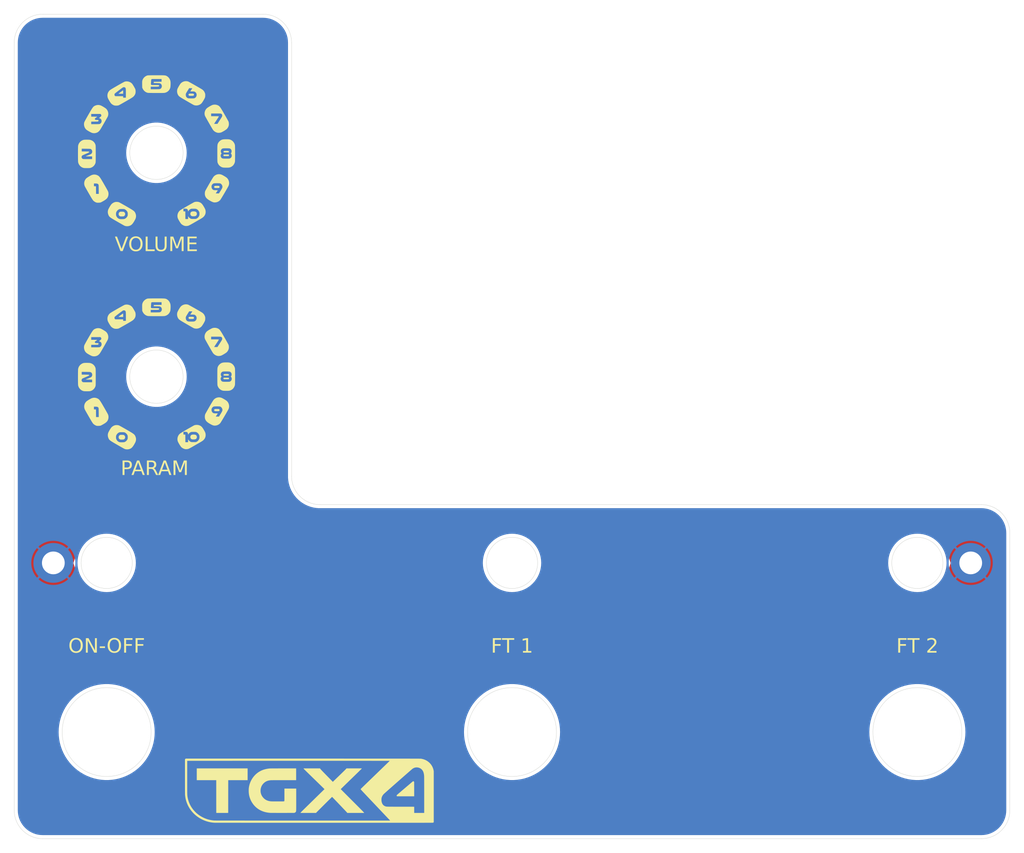
<source format=kicad_pcb>
(kicad_pcb (version 20240108) (generator "pcbnew") (generator_version "8.0")
  (layers (0 "F.Cu" signal) (31 "B.Cu" signal) (34 "B.Paste" user) (35 "F.Paste" user) (36 "B.SilkS" user "B.Silkscreen") (37 "F.SilkS" user "F.Silkscreen") (38 "B.Mask" user) (39 "F.Mask" user) (44 "Edge.Cuts" user))
  (net 0 "")
  (net 1 "GND")
  (footprint "MountingHole:MountingHole_3.2mm_M3_DIN965_Pad" (layer "F.Cu") (at 204.5 96.2)
    (property "Reference" "H1" (hide yes))
    (property "Value" "MountingHole_Pad")
    (pad "1" thru_hole circle (at 0 0) (size 5.6 5.6) (drill 3.2) (layers "*.Cu" "*.Mask") (net 1 "GND"))
  )
  (footprint "LOGO" (layer "F.Cu") (at 90 69.6)
    (property "Reference" "G***" (hide yes))
    (property "Value" "LOGO" (hide yes))
  )
  (footprint "LOGO" (layer "F.Cu") (at 140 77)
    (property "Reference" "G***" (hide yes))
    (property "Value" "LOGO" (hide yes))
    (fp_poly (pts (xy -42.87481 -57.257326) (xy -42.075616 -57.257197) (xy -41.317947 -57.25699) (xy -40.601849 -57.256705) (xy -39.927368 -57.256343) (xy -39.294552 -57.255902) (xy -38.703447 -57.255384) (xy -38.1541 -57.254788) (xy -37.646558 -57.254114) (xy -37.180867 -57.253363) (xy -36.757075 -57.252534) (xy -36.375227 -57.251628) (xy -36.035371 -57.250644) (xy -35.737553 -57.249582) (xy -35.48182 -57.248443) (xy -35.268218 -57.247227) (xy -35.096796 -57.245933) (xy -34.967598 -57.244562) (xy -34.880672 -57.243114) (xy -34.836065 -57.241588) (xy -34.834532 -57.241479) (xy -34.619345 -57.220772) (xy -34.430434 -57.192413) (xy -34.251958 -57.153327) (xy -34.068073 -57.100436) (xy -34.00837 -57.081047) (xy -33.678061 -56.94947) (xy -33.362114 -56.779975) (xy -33.066555 -56.576185) (xy -32.828429 -56.37166) (xy -32.580578 -56.110871) (xy -32.368597 -55.833184) (xy -32.190719 -55.535353) (xy -32.045179 -55.21413) (xy -31.93021 -54.866267) (xy -31.866434 -54.602585) (xy -31.864847 -54.593212) (xy -31.863307 -54.58006) (xy -31.861812 -54.562491) (xy -31.860361 -54.53987) (xy -31.858954 -54.511556) (xy -31.857589 -54.476914) (xy -31.856265 -54.435305) (xy -31.854981 -54.386092) (xy -31.853737 -54.328637) (xy -31.852532 -54.262303) (xy -31.851363 -54.186451) (xy -31.850232 -54.100445) (xy -31.849136 -54.003646) (xy -31.848074 -53.895417) (xy -31.847046 -53.77512) (xy -31.84605 -53.642118) (xy -31.845086 -53.495774) (xy -31.844153 -53.335448) (xy -31.843249 -53.160504) (xy -31.842375 -52.970305) (xy -31.841527 -52.764211) (xy -31.840707 -52.541587) (xy -31.839912 -52.301794) (xy -31.839143 -52.044194) (xy -31.838397 -51.768151) (xy -31.837674 -51.473026) (xy -31.836972 -51.158181) (xy -31.836292 -50.822979) (xy -31.835632 -50.466783) (xy -31.83499 -50.088955) (xy -31.834367 -49.688856) (xy -31.833761 -49.265851) (xy -31.833171 -48.8193) (xy -31.832595 -48.348566) (xy -31.832034 -47.853012) (xy -31.831487 -47.332) (xy -31.830951 -46.784892) (xy -31.830426 -46.211051) (xy -31.829912 -45.609838) (xy -31.829407 -44.980618) (xy -31.828911 -44.322751) (xy -31.828421 -43.6356) (xy -31.827938 -42.918528) (xy -31.827461 -42.170896) (xy -31.826987 -41.392068) (xy -31.826518 -40.581405) (xy -31.82605 -39.73827) (xy -31.825584 -38.862026) (xy -31.825119 -37.952034) (xy -31.824653 -37.007658) (xy -31.824186 -36.028258) (xy -31.823717 -35.013199) (xy -31.823244 -33.961842) (xy -31.822766 -32.873549) (xy -31.822284 -31.747683) (xy -31.821795 -30.583606) (xy -31.821299 -29.380681) (xy -31.820794 -28.13827) (xy -31.820281 -26.855735) (xy -31.819757 -25.532439) (xy -31.819222 -24.167744) (xy -31.818939 -23.44045) (xy -31.806889 7.55221) (xy -31.760165 7.791296) (xy -31.659638 8.22774) (xy -31.53381 8.633426) (xy -31.380476 9.01311) (xy -31.197436 9.371553) (xy -30.982485 9.713511) (xy -30.733422 10.043745) (xy -30.697458 10.087219) (xy -30.393487 10.419347) (xy -30.065683 10.716808) (xy -29.713705 10.979794) (xy -29.337211 11.208501) (xy -28.935862 11.403121) (xy -28.509315 11.563849) (xy -28.057231 11.690878) (xy -27.772644 11.751177) (xy -27.764232 11.75255) (xy -27.753467 11.753889) (xy -27.739831 11.755196) (xy -27.722802 11.756471) (xy -27.701861 11.757715) (xy -27.676488 11.758928) (xy -27.646163 11.76011) (xy -27.610365 11.761263) (xy -27.568575 11.762386) (xy -27.520272 11.76348) (xy -27.464937 11.764547) (xy -27.402049 11.765585) (xy -27.331088 11.766596) (xy -27.251535 11.767581) (xy -27.162868 11.76854) (xy -27.064569 11.769473) (xy -26.956116 11.770381) (xy -26.836991 11.771264) (xy -26.706672 11.772124) (xy -26.56464 11.77296) (xy -26.410374 11.773773) (xy -26.243356 11.774564) (xy -26.063063 11.775333) (xy -25.868978 11.77608) (xy -25.660578 11.776807) (xy -25.437345 11.777514) (xy -25.198758 11.778201) (xy -24.944298 11.778869) (xy -24.673443 11.779518) (xy -24.385674 11.780149) (xy -24.080472 11.780762) (xy -23.757315 11.781359) (xy -23.415684 11.781939) (xy -23.055059 11.782503) (xy -22.67492 11.783051) (xy -22.274746 11.783585) (xy -21.854017 11.784104) (xy -21.412215 11.784609) (xy -20.948817 11.785101) (xy -20.463305 11.785581) (xy -19.955158 11.786048) (xy -19.423856 11.786503) (xy -18.868879 11.786948) (xy -18.289708 11.787381) (xy -17.685821 11.787805) (xy -17.056699 11.788219) (xy -16.401822 11.788624) (xy -15.72067 11.78902) (xy -15.012722 11.789408) (xy -14.277459 11.789789) (xy -13.514361 11.790164) (xy -12.722906 11.790531) (xy -11.902577 11.790893) (xy -11.052851 11.79125) (xy -10.17321 11.791602) (xy -9.263133 11.791949) (xy -8.3221 11.792293) (xy -7.349591 11.792634) (xy -6.345087 11.792972) (xy -5.308065 11.793308) (xy -4.238008 11.793643) (xy -3.134395 11.793976) (xy -1.996705 11.794309) (xy -0.824419 11.794642) (xy 0.382984 11.794976) (xy 1.626023 11.79531) (xy 2.905219 11.795647) (xy 4.221092 11.795985) (xy 5.574161 11.796326) (xy 6.964948 11.796671) (xy 8.393971 11.797019) (xy 9.861751 11.797371) (xy 11.368808 11.797729) (xy 12.915662 11.798091) (xy 14.502834 11.79846) (xy 16.130843 11.798835) (xy 17.800209 11.799217) (xy 19.415429 11.799585) (xy 21.123545 11.799973) (xy 22.789813 11.800354) (xy 24.414754 11.800728) (xy 25.998889 11.801095) (xy 27.542738 11.801456) (xy 29.046822 11.801811) (xy 30.511663 11.802161) (xy 31.93778 11.802506) (xy 33.325694 11.802847) (xy 34.675927 11.803185) (xy 35.988999 11.80352) (xy 37.26543 11.803853) (xy 38.505742 11.804184) (xy 39.710456 11.804513) (xy 40.880091 11.804842) (xy 42.015169 11.80517) (xy 43.116211 11.805499) (xy 44.183738 11.805829) (xy 45.218269 11.80616) (xy 46.220327 11.806494) (xy 47.190431 11.806829) (xy 48.129103 11.807168) (xy 49.036863 11.807511) (xy 49.914231 11.807857) (xy 50.76173 11.808209) (xy 51.579879 11.808565) (xy 52.3692 11.808928) (xy 53.130212 11.809297) (xy 53.863437 11.809673) (xy 54.569396 11.810056) (xy 55.24861 11.810447) (xy 55.901598 11.810847) (xy 56.528882 11.811255) (xy 57.130983 11.811674) (xy 57.708421 11.812102) (xy 58.261718 11.812542) (xy 58.791394 11.812992) (xy 59.297969 11.813455) (xy 59.781964 11.813929) (xy 60.243901 11.814417) (xy 60.6843 11.814918) (xy 61.103682 11.815433) (xy 61.502568 11.815963) (xy 61.881477 11.816507) (xy 62.240932 11.817068) (xy 62.581453 11.817644) (xy 62.90356 11.818237) (xy 63.207775 11.818848) (xy 63.494617 11.819476) (xy 63.764609 11.820123) (xy 64.018271 11.820788) (xy 64.256122 11.821473) (xy 64.478686 11.822178) (xy 64.686481 11.822904) (xy 64.880028 11.823651) (xy 65.05985 11.824419) (xy 65.226465 11.825209) (xy 65.380396 11.826022) (xy 65.522163 11.826859) (xy 65.652286 11.827719) (xy 65.771286 11.828604) (xy 65.879685 11.829513) (xy 65.978002 11.830448) (xy 66.06676 11.831409) (xy 66.146477 11.832397) (xy 66.217676 11.833411) (xy 66.280877 11.834453) (xy 66.3366 11.835524) (xy 66.385367 11.836623) (xy 66.427698 11.837751) (xy 66.464114 11.838909) (xy 66.495136 11.840098) (xy 66.521285 11.841318) (xy 66.543081 11.842568) (xy 66.561045 11.843851) (xy 66.575698 11.845167) (xy 66.58756 11.846515) (xy 66.597153 11.847897) (xy 66.603503 11.84902) (xy 66.967205 11.939526) (xy 67.312031 12.066252) (xy 67.635887 12.227208) (xy 67.936682 12.420402) (xy 68.212323 12.643846) (xy 68.460718 12.895549) (xy 68.679775 13.17352) (xy 68.867402 13.475771) (xy 69.021507 13.80031) (xy 69.139997 14.145147) (xy 69.179533 14.299416) (xy 69.207145 14.443903) (xy 69.23083 14.617135) (xy 69.248821 14.805546) (xy 69.252702 14.860801) (xy 69.254023 14.902562) (xy 69.255289 14.985189) (xy 69.256498 15.107543) (xy 69.257653 15.268485) (xy 69.258753 15.466876) (xy 69.2598 15.701577) (xy 69.260793 15.97145) (xy 69.261733 16.275355) (xy 69.262621 16.612154) (xy 69.263457 16.980709) (xy 69.264242 17.379879) (xy 69.264977 17.808527) (xy 69.265661 18.265514) (xy 69.266296 18.749701) (xy 69.266882 19.259948) (xy 69.267419 19.795118) (xy 69.267909 20.35407) (xy 69.268351 20.935668) (xy 69.268746 21.538771) (xy 69.269095 22.162241) (xy 69.269398 22.804939) (xy 69.269655 23.465727) (xy 69.269868 24.143464) (xy 69.270037 24.837014) (xy 69.270162 25.545236) (xy 69.270245 26.266992) (xy 69.270284 27.001144) (xy 69.270282 27.746551) (xy 69.270238 28.502077) (xy 69.270153 29.266581) (xy 69.270028 30.038924) (xy 69.269862 30.817969) (xy 69.269658 31.602577) (xy 69.269415 32.391607) (xy 69.269133 33.183922) (xy 69.268814 33.978384) (xy 69.268458 34.773852) (xy 69.268065 35.569188) (xy 69.267636 36.363253) (xy 69.267171 37.15491) (xy 69.266671 37.943017) (xy 69.266137 38.726438) (xy 69.265569 39.504033) (xy 69.264968 40.274663) (xy 69.264333 41.03719) (xy 69.263667 41.790474) (xy 69.262968 42.533377) (xy 69.262238 43.26476) (xy 69.261478 43.983484) (xy 69.260687 44.688411) (xy 69.259867 45.378401) (xy 69.259018 46.052316) (xy 69.25814 46.709017) (xy 69.257234 47.347364) (xy 69.256301 47.966221) (xy 69.255341 48.564446) (xy 69.254354 49.140902) (xy 69.253342 49.69445) (xy 69.252304 50.223951) (xy 69.251241 50.728267) (xy 69.250154 51.206257) (xy 69.249044 51.656785) (xy 69.24791 52.07871) (xy 69.246754 52.470893) (xy 69.245576 52.832197) (xy 69.244376 53.161483) (xy 69.243155 53.45761) (xy 69.241913 53.719442) (xy 69.240652 53.945838) (xy 69.239371 54.13566) (xy 69.238072 54.287769) (xy 69.236754 54.401027) (xy 69.235418 54.474295) (xy 69.234065 54.506433) (xy 69.233945 54.507256) (xy 69.147422 54.884344) (xy 69.030315 55.233288) (xy 68.881413 55.556474) (xy 68.699508 55.85629) (xy 68.483389 56.135123) (xy 68.320874 56.309365) (xy 68.057094 56.547117) (xy 67.775092 56.750057) (xy 67.471827 56.919758) (xy 67.144256 57.057796) (xy 66.789339 57.165746) (xy 66.571726 57.214798) (xy 66.564237 57.215839) (xy 66.552027 57.216859) (xy 66.534664 57.217857) (xy 66.511717 57.218836) (xy 66.482753 57.219793) (xy 66.447339 57.220731) (xy 66.405045 57.221649) (xy 66.355438 57.222546) (xy 66.298085 57.223425) (xy 66.232556 57.224284) (xy 66.158417 57.225124) (xy 66.075237 57.225946) (xy 65.982584 57.226749) (xy 65.880026 57.227534) (xy 65.76713 57.2283) (xy 65.643464 57.229049) (xy 65.508597 57.229781) (xy 65.362096 57.230495) (xy 65.20353 57.231192) (xy 65.032466 57.231872) (xy 64.848473 57.232536) (xy 64.651117 57.233183) (xy 64.439968 57.233814) (xy 64.214592 57.234429) (xy 63.974559 57.235029) (xy 63.719436 57.235614) (xy 63.44879 57.236183) (xy 63.162191 57.236737) (xy 62.859205 57.237277) (xy 62.539401 57.237803) (xy 62.202347 57.238314) (xy 61.84761 57.238811) (xy 61.474759 57.239295) (xy 61.083362 57.239765) (xy 60.672985 57.240222) (xy 60.243199 57.240666) (xy 59.793569 57.241097) (xy 59.323665 57.241516) (xy 58.833054 57.241923) (xy 58.321305 57.242318) (xy 57.787984 57.242701) (xy 57.232661 57.243072) (xy 56.654902 57.243432) (xy 56.054277 57.243781) (xy 55.430352 57.24412) (xy 54.782697 57.244448) (xy 54.110878 57.244765) (xy 53.414464 57.245073) (xy 52.693022 57.245371) (xy 51.946121 57.245659) (xy 51.173329 57.245937) (xy 50.374213 57.246207) (xy 49.548342 57.246468) (xy 48.695283 57.24672) (xy 47.814604 57.246964) (xy 46.905874 57.2472) (xy 45.96866 57.247428) (xy 45.00253 57.247648) (xy 44.007052 57.247861) (xy 42.981794 57.248067) (xy 41.926324 57.248266) (xy 40.840211 57.248458) (xy 39.723021 57.248644) (xy 38.574323 57.248823) (xy 37.393684 57.248997) (xy 36.180674 57.249165) (xy 34.934859 57.249327) (xy 33.655808 57.249484) (xy 32.343088 57.249636) (xy 30.996268 57.249784) (xy 29.614915 57.249927) (xy 28.198598 57.250066) (xy 26.746884 57.2502) (xy 25.259341 57.250331) (xy 23.735538 57.250459) (xy 22.175041 57.250583) (xy 20.57742 57.250704) (xy 18.942242 57.250822) (xy 17.269075 57.250938) (xy 15.557487 57.251051) (xy 13.807045 57.251162) (xy 12.017319 57.251272) (xy 10.187875 57.25138) (xy 8.318282 57.251486) (xy 6.408108 57.251591) (xy 4.45692 57.251696) (xy 2.464287 57.2518) (xy 0.429776 57.251903) (xy 0.14829 57.251917) (xy -1.529984 57.251996) (xy -3.198462 57.252064) (xy -4.856635 57.252121) (xy -6.503994 57.252167) (xy -8.140029 57.252202) (xy -9.764231 57.252227) (xy -11.376091 57.252241) (xy -12.975099 57.252245) (xy -14.560747 57.252238) (xy -16.132524 57.252222) (xy -17.689922 57.252195) (xy -19.232431 57.252158) (xy -20.759542 57.252111) (xy -22.270745 57.252055) (xy -23.765532 57.251989) (xy -25.243393 57.251913) (xy -26.703818 57.251827) (xy -28.146299 57.251733) (xy -29.570325 57.251629) (xy -30.975389 57.251516) (xy -32.360979 57.251393) (xy -33.726588 57.251262) (xy -35.071705 57.251122) (xy -36.395822 57.250973) (xy -37.698429 57.250816) (xy -38.979017 57.25065) (xy -40.237077 57.250475) (xy -41.472098 57.250292) (xy -42.683573 57.250101) (xy -43.870991 57.249902) (xy -45.033843 57.249694) (xy -46.17162 57.249479) (xy -47.283813 57.249256) (xy -48.369912 57.249025) (xy -49.429408 57.248786) (xy -50.461792 57.24854) (xy -51.466554 57.248286) (xy -52.443186 57.248025) (xy -53.391177 57.247757) (xy -54.310018 57.247482) (xy -55.199201 57.247199) (xy -56.058215 57.24691) (xy -56.886552 57.246614) (xy -57.683703 57.246311) (xy -58.449157 57.246002) (xy -59.182405 57.245685) (xy -59.882939 57.245363) (xy -60.550249 57.245034) (xy -61.183826 57.244699) (xy -61.78316 57.244358) (xy -62.347742 57.244011) (xy -62.877062 57.243658) (xy -63.370612 57.243299) (xy -63.827882 57.242934) (xy -64.248363 57.242564) (xy -64.631545 57.242188) (xy -64.97692 57.241807) (xy -65.283977 57.241421) (xy -65.552208 57.241029) (xy -65.781103 57.240632) (xy -65.970153 57.240231) (xy -66.118848 57.239824) (xy -66.22668 57.239412) (xy -66.293138 57.238996) (xy -66.317515 57.238595) (xy -66.675697 57.189663) (xy -67.022399 57.101191) (xy -67.354787 56.975117) (xy -67.670025 56.813377) (xy -67.965281 56.617908) (xy -68.237721 56.390648) (xy -68.484511 56.133533) (xy -68.702816 55.848502) (xy -68.889803 55.53749) (xy -68.934238 55.449958) (xy -69.039513 55.214632) (xy -69.120954 54.984667) (xy -69.18145 54.7487) (xy -69.223889 54.49537) (xy -69.251162 54.213312) (xy -69.252058 54.200084) (xy -69.25288 54.166574) (xy -69.253683 54.091509) (xy -69.254465 53.975574) (xy -69.255226 53.819453) (xy -69.255968 53.62383) (xy -69.25669 53.389392) (xy -69.257392 53.116822) (xy -69.258074 52.806805) (xy -69.258737 52.460026) (xy -69.25938 52.07717) (xy -69.259403 52.061501) (xy -67.853378 52.061501) (xy -67.853378 53.730195) (xy -67.426306 54.26172) (xy -67.293019 54.426896) (xy -67.141697 54.613229) (xy -66.981564 54.809439) (xy -66.821841 55.004247) (xy -66.671754 55.186372) (xy -66.563045 55.317492) (xy -66.126856 55.841739) (xy -64.783255 55.841804) (xy -63.439654 55.841868) (xy -63.48151 55.794204) (xy -63.594328 55.665583) (xy -63.69445 55.551048) (xy -63.788967 55.442417) (xy -63.884966 55.331506) (xy -63.989536 55.210135) (xy -64.109765 55.070119) (xy -64.201825 54.962719) (xy -65.121028 53.8705) (xy -66.034502 52.746752) (xy -66.933606 51.602218) (xy -67.479433 50.887688) (xy -67.853378 50.392806) (xy -67.853378 52.061501) (xy -69.259403 52.061501) (xy -69.260004 51.658921) (xy -69.260609 51.205964) (xy -69.261194 50.718983) (xy -69.261761 50.198665) (xy -69.262308 49.645692) (xy -69.2628 49.101527) (xy -67.853378 49.101527) (xy -67.522104 49.553557) (xy -66.616655 50.763986) (xy -65.673572 51.975961) (xy -64.697047 53.184278) (xy -63.691274 54.383732) (xy -62.835778 55.370517) (xy -62.420923 55.841868) (xy -61.047034 55.841868) (xy -59.673146 55.841868) (xy -59.732945 55.770913) (xy -59.763421 55.736242) (xy -59.818122 55.675533) (xy -59.892462 55.593814) (xy -59.981855 55.49611) (xy -60.081716 55.38745) (xy -60.172566 55.28897) (xy -61.061837 54.308304) (xy -61.951088 53.291341) (xy -62.835682 52.243899) (xy -63.710983 51.171798) (xy -64.572356 50.080856) (xy -65.415163 48.976892) (xy -66.234768 47.865725) (xy -67.026536 46.753175) (xy -67.378782 46.244495) (xy -67.476028 46.10282) (xy -67.566916 45.970424) (xy -67.648328 45.851851) (xy -67.717143 45.751641) (xy -67.770244 45.674337) (xy -67.804512 45.62448) (xy -67.815194 45.608966) (xy -67.821591 45.601471) (xy -67.827186 45.600444) (xy -67.832036 45.608459) (xy -67.836196 45.628091) (xy -67.839721 45.661913) (xy -67.842668 45.712498) (xy -67.84509 45.782422) (xy -67.847045 45.874257) (xy -67.848587 45.990578) (xy -67.849771 46.133959) (xy -67.850654 46.306974) (xy -67.851291 46.512196) (xy -67.851737 46.7522) (xy -67.852047 47.029559) (xy -67.852267 47.329204) (xy -67.853378 49.101527) (xy -69.2628 49.101527) (xy -69.262837 49.06075) (xy -69.263347 48.444525) (xy -69.263838 47.797699) (xy -69.264311 47.120959) (xy -69.264766 46.414988) (xy -69.265202 45.680472) (xy -69.26562 44.918096) (xy -69.26602 44.128543) (xy -69.266403 43.312499) (xy -69.266767 42.470649) (xy -69.266864 42.228709) (xy -67.853378 42.228709) (xy -67.853378 42.247872) (xy -67.853378 44.16786) (xy -67.405179 44.841186) (xy -66.360807 46.372005) (xy -65.282975 47.876835) (xy -64.171768 49.355569) (xy -63.027273 50.808098) (xy -61.849576 52.234315) (xy -60.638762 53.63411) (xy -59.394917 55.007376) (xy -59.046375 55.381109) (xy -58.613963 55.841868) (xy -57.19314 55.841868) (xy -55.772318 55.841868) (xy -56.25726 55.349) (xy -57.044631 54.537505) (xy -57.815212 53.720166) (xy -58.577443 52.887805) (xy -59.339765 52.031247) (xy -59.880092 51.409872) (xy -59.981833 51.291792) (xy -58.957639 51.291792) (xy -58.948247 51.308563) (xy -58.912831 51.353716) (xy -58.85395 51.424361) (xy -58.774163 51.517607) (xy -58.67603 51.630562) (xy -58.56211 51.760335) (xy -58.434962 51.904035) (xy -58.297146 52.058771) (xy -58.151221 52.221651) (xy -57.999747 52.389785) (xy -57.845282 52.560281) (xy -57.690386 52.730248) (xy -57.537619 52.896795) (xy -57.518186 52.917895) (xy -57.271898 53.184298) (xy -57.039299 53.433903) (xy -56.814432 53.672931) (xy -56.591337 53.907601) (xy -56.364055 54.144135) (xy -56.126629 54.388753) (xy -55.873099 54.647674) (xy -55.597506 54.927119) (xy -55.473101 55.052752) (xy -54.690885 55.841868) (xy -53.216794 55.841468) (xy -51.742702 55.841068) (xy -51.869896 55.719658) (xy -51.91458 55.67706) (xy -51.985588 55.609435) (xy -52.078539 55.520952) (xy -52.189054 55.415779) (xy -52.312751 55.298086) (xy -52.44525 55.17204) (xy -52.57957 55.044284) (xy -52.756103 54.874997) (xy -52.955623 54.681215) (xy -53.173725 54.467371) (xy -53.406003 54.237897) (xy -53.648051 53.997226) (xy -53.895464 53.749789) (xy -54.143836 53.50002) (xy -54.388761 53.252349) (xy -54.625835 53.01121) (xy -54.85065 52.781035) (xy -55.058802 52.566255) (xy -55.245884 52.371304) (xy -55.407492 52.200613) (xy -55.429388 52.177244) (xy -55.548398 52.050041) (xy -55.663112 51.927472) (xy -55.768982 51.814392) (xy -55.86146 51.715658) (xy -55.936 51.636124) (xy -55.988054 51.580647) (xy -56.002087 51.56572) (xy -56.109345 51.451765) (xy -56.458117 51.475424) (xy -57.047859 51.495868) (xy -57.630058 51.476967) (xy -58.201357 51.418929) (xy -58.678337 51.338487) (xy -58.779128 51.31895) (xy -58.864772 51.303676) (xy -58.890273 51.299731) (xy -55.209358 51.299731) (xy -54.802327 51.73306) (xy -54.71925 51.820456) (xy -54.609611 51.934146) (xy -54.476916 52.070569) (xy -54.324669 52.226166) (xy -54.156373 52.397378) (xy -53.975534 52.580646) (xy -53.785656 52.772409) (xy -53.590242 52.969109) (xy -53.392798 53.167186) (xy -53.238474 53.321513) (xy -52.973631 53.585584) (xy -52.733707 53.823898) (xy -52.513997 54.040987) (xy -52.309796 54.241384) (xy -52.116401 54.429624) (xy -51.929107 54.610238) (xy -51.743209 54.787761) (xy -51.554002 54.966725) (xy -51.356782 55.151664) (xy -51.146844 55.347111) (xy -50.919484 55.557599) (xy -50.880557 55.593547) (xy -50.611572 55.841868) (xy -49.070356 55.841868) (xy -48.806687 55.841621) (xy -48.560144 55.840904) (xy -48.333625 55.839751) (xy -48.130027 55.838198) (xy -47.952249 55.83628) (xy -47.803189 55.834032) (xy -47.685742 55.831489) (xy -47.602809 55.828688) (xy -47.557285 55.825662) (xy -47.549266 55.823393) (xy -47.570222 55.805012) (xy -47.618755 55.762871) (xy -47.690351 55.700874) (xy -47.780499 55.622927) (xy -47.884685 55.532935) (xy -47.982486 55.448528) (xy -48.572289 54.932748) (xy -49.178787 54.389099) (xy -49.794591 53.82457) (xy -50.412312 53.246152) (xy -51.024563 52.660833) (xy -51.623953 52.075604) (xy -52.203096 51.497454) (xy -52.74776 50.940463) (xy -53.133587 50.540726) (xy -53.423216 50.679252) (xy -53.950693 50.909656) (xy -54.490639 51.10168) (xy -54.937748 51.229792) (xy -55.209358 51.299731) (xy -58.890273 51.299731) (xy -58.92679 51.294082) (xy -58.956705 51.291585) (xy -58.957639 51.291792) (xy -59.981833 51.291792) (xy -60.385905 50.822831) (xy -60.820184 50.604448) (xy -60.962972 50.531274) (xy -61.109429 50.453799) (xy -61.249623 50.377451) (xy -61.37362 50.307655) (xy -61.471488 50.249836) (xy -61.48749 50.239913) (xy -61.623808 50.147841) (xy -52.452473 50.147841) (xy -51.906929 50.709693) (xy -51.371503 51.253322) (xy -50.806122 51.812629) (xy -50.217237 52.381618) (xy -49.6113 52.954296) (xy -48.994761 53.524667) (xy -48.374073 54.086738) (xy -47.755686 54.634513) (xy -47.146052 55.161998) (xy -46.796164 55.45868) (xy -46.340701 55.84183) (xy -44.725396 55.841849) (xy -44.467951 55.841741) (xy -44.223168 55.841423) (xy -43.994297 55.840912) (xy -43.784585 55.840225) (xy -43.597279 55.83938) (xy -43.43563 55.838395) (xy -43.302883 55.837286) (xy -43.202287 55.836071) (xy -43.13709 55.834767) (xy -43.110541 55.833393) (xy -43.110092 55.833188) (xy -43.126047 55.818242) (xy -43.170758 55.781141) (xy -43.239494 55.725688) (xy -43.327521 55.655682) (xy -43.430109 55.574926) (xy -43.485887 55.531311) (xy -43.941494 55.17174) (xy -44.417797 54.788077) (xy -44.906543 54.387162) (xy -45.399475 53.975838) (xy -45.88834 53.560946) (xy -46.364883 53.149327) (xy -46.456113 53.069638) (xy -46.866499 52.708149) (xy -47.258952 52.357445) (xy -47.639347 52.012015) (xy -48.013559 51.66635) (xy -48.387462 51.314938) (xy -48.766931 50.952269) (xy -49.15784 50.572834) (xy -49.566063 50.171121) (xy -49.896634 49.842413) (xy -50.889264 48.851393) (xy -51.167693 49.118668) (xy -51.530662 49.447202) (xy -51.92092 49.76352) (xy -52.208039 49.975112) (xy -52.452473 50.147841) (xy -61.623808 50.147841) (xy -61.989862 49.9006) (xy -62.463127 49.531663) (xy -62.90628 49.134602) (xy -63.318315 48.710917) (xy -63.698229 48.262107) (xy -64.045017 47.789672) (xy -64.357673 47.295112) (xy -64.635193 46.779927) (xy -64.876572 46.245617) (xy -65.080806 45.693681) (xy -65.24689 45.125619) (xy -65.373819 44.542931) (xy -65.398138 44.402335) (xy -65.445161 44.116347) (xy -65.734998 43.682069) (xy -66.029842 43.235944) (xy -66.240433 42.911718) (xy -64.090037 42.911718) (xy -64.090003 43.162978) (xy -64.083906 43.40817) (xy -64.071747 43.635296) (xy -64.053762 43.830359) (xy -63.968789 44.37192) (xy -63.844722 44.899872) (xy -63.682783 45.412475) (xy -63.484197 45.907988) (xy -63.250185 46.384672) (xy -62.981972 46.840787) (xy -62.68078 47.274593) (xy -62.347832 47.684349) (xy -61.984352 48.068316) (xy -61.591564 48.424754) (xy -61.170689 48.751922) (xy -60.722952 49.048082) (xy -60.249576 49.311492) (xy -60.174062 49.34924) (xy -59.696983 49.565384) (xy -59.222108 49.741935) (xy -58.742916 49.880762) (xy -58.252888 49.983732) (xy -57.745504 50.052714) (xy -57.7048 50.05674) (xy -57.564454 50.06666) (xy -57.392474 50.073158) (xy -57.199455 50.076309) (xy -56.995986 50.076187) (xy -56.792661 50.072865) (xy -56.60007 50.066419) (xy -56.428806 50.056922) (xy -56.312617 50.047005) (xy -55.777678 49.969977) (xy -55.254756 49.853232) (xy -54.745699 49.698168) (xy -54.252354 49.506186) (xy -53.776568 49.278685) (xy -53.320188 49.017063) (xy -52.885062 48.72272) (xy -52.473036 48.397056) (xy -52.327121 48.263012) (xy -50.376314 48.263012) (xy -50.361662 48.281759) (xy -50.319523 48.327494) (xy -50.25262 48.397498) (xy -50.163675 48.489053) (xy -50.055412 48.599441) (xy -49.930553 48.725944) (xy -49.791823 48.865843) (xy -49.641943 49.016421) (xy -49.483637 49.174958) (xy -49.319628 49.338738) (xy -49.152639 49.505041) (xy -48.985393 49.67115) (xy -48.820613 49.834347) (xy -48.661023 49.991912) (xy -48.509345 50.141129) (xy -48.368302 50.279278) (xy -48.240618 50.403642) (xy -48.129015 50.511503) (xy -48.036217 50.600142) (xy -48.013432 50.621656) (xy -46.985188 51.57272) (xy -45.95753 52.490023) (xy -44.932432 53.371883) (xy -43.911867 54.216617) (xy -42.897811 55.022543) (xy -42.411009 55.397351) (xy -42.286922 55.491883) (xy -42.170895 55.580283) (xy -42.068114 55.6586) (xy -41.983763 55.722884) (xy -41.923027 55.769182) (xy -41.891994 55.792855) (xy -41.828441 55.841399) (xy -40.096622 55.841633) (xy -39.829849 55.841571) (xy -39.575627 55.841318) (xy -39.337095 55.840891) (xy -39.117388 55.840303) (xy -38.919643 55.83957) (xy -38.746998 55.838705) (xy -38.602589 55.837724) (xy -38.489553 55.836641) (xy -38.411027 55.83547) (xy -38.370147 55.834227) (xy -38.364804 55.833576) (xy -38.381424 55.819676) (xy -38.428112 55.785054) (xy -38.500114 55.733121) (xy -38.592672 55.667289) (xy -38.701033 55.590967) (xy -38.783195 55.533508) (xy -39.922213 54.720254) (xy -41.059416 53.870899) (xy -42.187409 52.991342) (xy -43.298795 52.087479) (xy -44.386178 51.165209) (xy -45.442162 50.230431) (xy -45.507748 50.171002) (xy -45.87447 49.834758) (xy -46.261819 49.473132) (xy -46.66283 49.092895) (xy -47.07054 48.700819) (xy -47.477982 48.303675) (xy -47.878193 47.908232) (xy -48.264208 47.521263) (xy -48.629062 47.149537) (xy -48.837584 46.933862) (xy -48.949386 46.817667) (xy -49.051674 46.711707) (xy -49.140787 46.619747) (xy -49.213061 46.545556) (xy -49.264833 46.492899) (xy -49.292442 46.465542) (xy -49.295913 46.46252) (xy -49.308398 46.478405) (xy -49.334492 46.525558) (xy -49.370348 46.596641) (xy -49.411048 46.682018) (xy -49.521945 46.90585) (xy -49.654684 47.149663) (xy -49.802463 47.40222) (xy -49.95848 47.65228) (xy -50.115936 47.888607) (xy -50.268028 48.09996) (xy -50.273474 48.107167) (xy -50.321571 48.173038) (xy -50.357637 48.226883) (xy -50.375443 48.259264) (xy -50.376314 48.263012) (xy -52.327121 48.263012) (xy -52.085958 48.041468) (xy -51.725675 47.657358) (xy -51.394035 47.246123) (xy -51.092884 46.809163) (xy -50.82407 46.347878) (xy -50.58944 45.863666) (xy -50.504255 45.65976) (xy -48.997457 45.65976) (xy -48.728916 45.947269) (xy -48.648321 46.032247) (xy -48.540852 46.14354) (xy -48.40987 46.277789) (xy -48.25874 46.431633) (xy -48.090826 46.60171) (xy -47.90949 46.784661) (xy -47.718097 46.977125) (xy -47.52001 47.17574) (xy -47.318593 47.377148) (xy -47.117209 47.577986) (xy -46.919222 47.774895) (xy -46.727996 47.964513) (xy -46.546894 48.14348) (xy -46.379279 48.308436) (xy -46.228516 48.456019) (xy -46.097968 48.582869) (xy -45.990998 48.685626) (xy -45.937308 48.736404) (xy -44.738316 49.834761) (xy -43.518964 50.901389) (xy -42.281314 51.934647) (xy -41.027431 52.932892) (xy -39.759378 53.894482) (xy -38.479218 54.817776) (xy -37.189016 55.701132) (xy -37.157487 55.722134) (xy -36.977608 55.841868) (xy -35.07189 55.841868) (xy -34.792302 55.841675) (xy -34.525501 55.841115) (xy -34.274437 55.840216) (xy -34.042057 55.839005) (xy -33.83131 55.83751) (xy -33.645144 55.835759) (xy -33.486507 55.833781) (xy -33.358348 55.831602) (xy -33.263615 55.829251) (xy -33.205257 55.826755) (xy -33.186221 55.824143) (xy -33.186297 55.824055) (xy -33.209814 55.808221) (xy -33.26401 55.774168) (xy -33.343184 55.725401) (xy -33.441638 55.665423) (xy -33.553674 55.597737) (xy -33.58774 55.577257) (xy -34.75985 54.854085) (xy -35.932482 54.092463) (xy -37.100873 53.295981) (xy -38.260261 52.468227) (xy -39.405883 51.612789) (xy -40.532975 50.733256) (xy -41.636776 49.833216) (xy -42.712523 48.916259) (xy -43.755452 47.985972) (xy -44.169308 47.604471) (xy -44.559265 47.237985) (xy -44.958713 46.855885) (xy -45.363637 46.462264) (xy -45.770023 46.061214) (xy -46.173857 45.656828) (xy -46.571124 45.253197) (xy -46.95781 44.854414) (xy -47.329901 44.464572) (xy -47.683382 44.087762) (xy -48.01424 43.728078) (xy -48.31846 43.389611) (xy -48.448065 43.242494) (xy -48.502713 43.181723) (xy -48.546976 43.135648) (xy -48.573515 43.111801) (xy -48.57713 43.110092) (xy -48.582221 43.130114) (xy -48.58797 43.185563) (xy -48.59387 43.269512) (xy -48.599415 43.375036) (xy -48.603063 43.464929) (xy -48.631414 43.883524) (xy -48.686021 44.31999) (xy -48.764682 44.760806) (xy -48.865194 45.192455) (xy -48.912514 45.364701) (xy -48.997457 45.65976) (xy -50.504255 45.65976) (xy -50.496676 45.641618) (xy -50.315257 45.128926) (xy -50.174603 44.60702) (xy -50.074714 44.078233) (xy -50.01559 43.544897) (xy -49.997232 43.009343) (xy -50.019638 42.473906) (xy -50.082809 41.940917) (xy -50.186745 41.412709) (xy -50.331447 40.891613) (xy -50.496676 40.430275) (xy -50.71671 39.934043) (xy -50.973622 39.457671) (xy -51.265844 39.003211) (xy -51.591809 38.572712) (xy -51.949952 38.168226) (xy -52.338706 37.791802) (xy -52.756504 37.445492) (xy -52.805304 37.40847) (xy -53.259186 37.093154) (xy -53.730587 36.816387) (xy -54.219105 36.578347) (xy -54.724333 36.379208) (xy -55.24587 36.219148) (xy -55.78331 36.098342) (xy -55.831276 36.089609) (xy -56.118087 36.047346) (xy -56.433363 36.016751) (xy -56.764726 35.998235) (xy -57.099793 35.99221) (xy -57.426186 35.999086) (xy -57.731525 36.019276) (xy -57.786132 36.024651) (xy -58.320898 36.101392) (xy -58.844974 36.218445) (xy -59.356365 36.374656) (xy -59.853075 36.568869) (xy -60.333108 36.799929) (xy -60.794468 37.066682) (xy -61.23516 37.367973) (xy -61.653187 37.702646) (xy -62.046555 38.069547) (xy -62.413266 38.467521) (xy -62.751325 38.895413) (xy -62.754412 38.899644) (xy -63.056762 39.350027) (xy -63.321928 39.820351) (xy -63.549443 40.309416) (xy -63.738842 40.816022) (xy -63.889657 41.338968) (xy -64.001422 41.877052) (xy -64.053762 42.241535) (xy -64.071917 42.438996) (xy -64.084008 42.666391) (xy -64.090037 42.911718) (xy -66.240433 42.911718) (xy -66.33673 42.763458) (xy -66.648448 42.275986) (xy -66.957778 41.784903) (xy -67.257504 41.301584) (xy -67.54041 40.837405) (xy -67.55598 40.811593) (xy -67.63227 40.68522) (xy -67.701324 40.571178) (xy -67.760146 40.474384) (xy -67.805741 40.399759) (xy -67.835115 40.352221) (xy -67.845155 40.336711) (xy -67.846359 40.356086) (xy -67.847509 40.414869) (xy -67.848594 40.510098) (xy -67.849601 40.638813) (xy -67.850516 40.798054) (xy -67.851327 40.984858) (xy -67.852022 41.196265) (xy -67.852587 41.429315) (xy -67.85301 41.681046) (xy -67.853277 41.948498) (xy -67.853378 42.228709) (xy -69.266864 42.228709) (xy -69.267114 41.603677) (xy -69.267443 40.712268) (xy -69.267755 39.797106) (xy -69.26805 38.858877) (xy -69.268067 38.801465) (xy -67.853378 38.801465) (xy -67.659739 39.139223) (xy -67.502378 39.410889) (xy -67.325348 39.711507) (xy -67.132492 40.034786) (xy -66.927651 40.374433) (xy -66.71467 40.724153) (xy -66.497391 41.077654) (xy -66.279655 41.428643) (xy -66.065307 41.770827) (xy -65.858189 42.097913) (xy -65.744864 42.275145) (xy -65.512511 42.637113) (xy -65.498682 42.529357) (xy -65.491198 42.465122) (xy -65.481264 42.37162) (xy -65.470217 42.261784) (xy -65.460161 42.156798) (xy -65.391768 41.632185) (xy -65.283935 41.098523) (xy -65.137564 40.559716) (xy -64.990161 40.118856) (xy -64.884904 39.82862) (xy -65.338466 39.070232) (xy -65.909011 38.101488) (xy -66.448648 37.154749) (xy -66.959747 36.225793) (xy -67.398569 35.398999) (xy -67.476962 35.248872) (xy -67.55312 35.103443) (xy -67.623688 34.969087) (xy -67.685313 34.852177) (xy -67.734641 34.759087) (xy -67.768316 34.69619) (xy -67.772044 34.689325) (xy -67.852818 34.541034) (xy -67.853098 36.67125) (xy -67.853378 38.801465) (xy -69.268067 38.801465) (xy -69.268327 37.898265) (xy -69.268587 36.915955) (xy -69.26883 35.912632) (xy -69.269057 34.888979) (xy -69.269266 33.845683) (xy -69.269453 32.816301) (xy -67.853378 32.816301) (xy -67.356397 33.805774) (xy -67.136373 34.24184) (xy -66.929884 34.646651) (xy -66.732998 35.027553) (xy -66.541783 35.391891) (xy -66.352308 35.747013) (xy -66.160641 36.100263) (xy -65.962852 36.458988) (xy -65.755008 36.830534) (xy -65.533178 37.222246) (xy -65.447874 37.371828) (xy -65.362111 37.521474) (xy -65.269824 37.681639) (xy -65.173347 37.848343) (xy -65.075017 38.017608) (xy -64.97717 38.185453) (xy -64.882141 38.347899) (xy -64.792267 38.500967) (xy -64.709884 38.640677) (xy -64.637327 38.763049) (xy -64.576933 38.864104) (xy -64.531038 38.939862) (xy -64.501976 38.986345) (xy -64.492221 38.999871) (xy -64.480969 38.98299) (xy -64.453545 38.937239) (xy -64.414682 38.870601) (xy -64.38879 38.825563) (xy -64.235234 38.571388) (xy -64.059022 38.304049) (xy -63.868409 38.034957) (xy -63.671646 37.775522) (xy -63.476989 37.537157) (xy -63.362412 37.406537) (xy -63.297096 37.332541) (xy -63.244815 37.269691) (xy -63.210828 37.224573) (xy -63.200393 37.203772) (xy -63.20044 37.203683) (xy -63.776978 36.201314) (xy -64.327253 35.212954) (xy -64.854768 34.231574) (xy -65.363022 33.250143) (xy -65.855519 32.261634) (xy -66.335757 31.259016) (xy -66.80724 30.23526) (xy -67.273467 29.183336) (xy -67.737941 28.096215) (xy -67.744823 28.079817) (xy -67.851492 27.825605) (xy -67.852435 30.320953) (xy -67.853378 32.816301) (xy -69.269453 32.816301) (xy -69.269459 32.783427) (xy -69.269635 31.702897) (xy -69.269795 30.604778) (xy -69.269939 29.489753) (xy -69.270066 28.358507) (xy -69.270177 27.211726) (xy -69.270273 26.050095) (xy -69.270295 25.727737) (xy -67.853568 25.727737) (xy -67.744837 26.014035) (xy -67.310307 27.125072) (xy -66.844159 28.254064) (xy -66.349387 29.394534) (xy -65.828987 30.540002) (xy -65.285952 31.683989) (xy -64.723277 32.820017) (xy -64.143956 33.941606) (xy -63.686278 34.795246) (xy -63.632401 34.893434) (xy -63.566075 35.013241) (xy -63.489621 35.15056) (xy -63.405362 35.301279) (xy -63.315623 35.461289) (xy -63.222725 35.626482) (xy -63.128993 35.792748) (xy -63.036748 35.955977) (xy -62.948315 36.11206) (xy -62.866015 36.256888) (xy -62.792174 36.38635) (xy -62.729112 36.496339) (xy -62.679154 36.582743) (xy -62.644623 36.641454) (xy -62.627841 36.668363) (xy -62.626672 36.669642) (xy -62.609602 36.657024) (xy -62.56633 36.622224) (xy -62.503087 36.570323) (xy -62.426106 36.506402) (xy -62.412798 36.495288) (xy -62.180065 36.310435) (xy -61.919831 36.120601) (xy -61.644738 35.934358) (xy -61.367427 35.760277) (xy -61.110395 35.612302) (xy -61.037835 35.570799) (xy -60.98302 35.535929) (xy -60.953988 35.512975) (xy -60.951512 35.507858) (xy -60.963232 35.486601) (xy -60.993362 35.43317) (xy -61.039285 35.352173) (xy -61.098381 35.248219) (xy -61.168034 35.125915) (xy -61.245625 34.989871) (xy -61.278285 34.932661) (xy -61.823713 33.957848) (xy -62.363889 32.953772) (xy -62.893005 31.931835) (xy -63.405254 30.903442) (xy -63.894825 29.879995) (xy -64.288772 29.022519) (xy -64.845964 27.750537) (xy -65.384186 26.452118) (xy -65.898683 25.139343) (xy -66.384702 23.824293) (xy -66.74981 22.776915) (xy -65.936437 22.776915) (xy -65.931734 22.798455) (xy -65.913898 22.855513) (xy -65.884439 22.943852) (xy -65.844867 23.059233) (xy -65.796692 23.197417) (xy -65.741424 23.354165) (xy -65.680573 23.525239) (xy -65.61565 23.7064) (xy -65.548164 23.89341) (xy -65.479626 24.082029) (xy -65.411546 24.26802) (xy -65.345433 24.447143) (xy -65.282798 24.61516) (xy -65.258519 24.679733) (xy -64.647252 26.243906) (xy -64.000918 27.78672) (xy -63.318189 29.311039) (xy -62.597738 30.819725) (xy -61.838236 32.315642) (xy -61.038355 33.801653) (xy -60.968966 33.926689) (xy -60.831303 34.17404) (xy -60.712616 34.38687) (xy -60.611372 34.56773) (xy -60.526036 34.719174) (xy -60.455074 34.843752) (xy -60.396954 34.944017) (xy -60.350141 35.022521) (xy -60.313101 35.081816) (xy -60.2843 35.124454) (xy -60.262206 35.152988) (xy -60.245283 35.169969) (xy -60.231998 35.17795) (xy -60.220817 35.179482) (xy -60.216431 35.178827) (xy -60.182962 35.168946) (xy -60.117219 35.147312) (xy -60.026797 35.116505) (xy -59.919292 35.079103) (xy -59.835113 35.049373) (xy -59.572883 34.962682) (xy -59.285219 34.878898) (xy -58.988944 34.802431) (xy -58.700882 34.737691) (xy -58.500501 34.699512) (xy -58.398127 34.681561) (xy -58.312147 34.666014) (xy -58.250466 34.654338) (xy -58.220989 34.647995) (xy -58.219631 34.647478) (xy -58.228501 34.628817) (xy -58.256245 34.578154) (xy -58.300282 34.500022) (xy -58.358032 34.398955) (xy -58.426914 34.279485) (xy -58.504349 34.146146) (xy -58.531399 34.09977) (xy -59.079351 33.141136) (xy -59.623251 32.14975) (xy -60.158161 31.135222) (xy -60.679142 30.107158) (xy -61.181255 29.075168) (xy -61.65956 28.048859) (xy -61.789341 27.762052) (xy -62.026678 27.225943) (xy -62.269834 26.66138) (xy -62.514963 26.077845) (xy -62.758216 25.484818) (xy -62.995745 24.891782) (xy -63.223701 24.308218) (xy -63.438237 23.743609) (xy -63.616345 23.260384) (xy -63.655099 23.154125) (xy -63.688823 23.062846) (xy -63.714893 22.993557) (xy -63.730683 22.953271) (xy -63.734033 22.946019) (xy -63.756235 22.946238) (xy -63.8106 22.95277) (xy -63.887603 22.964371) (xy -63.935227 22.972302) (xy -64.289588 23.013694) (xy -64.656475 23.019925) (xy -65.025939 22.991751) (xy -65.388036 22.929929) (xy -65.731518 22.835648) (xy -65.816025 22.808424) (xy -65.884055 22.788201) (xy -65.926659 22.777543) (xy -65.936437 22.776915) (xy -66.74981 22.776915) (xy -66.773278 22.709592) (xy -66.776644 22.699654) (xy -62.99851 22.699654) (xy -62.994483 22.721859) (xy -62.976334 22.779841) (xy -62.945439 22.869944) (xy -62.903172 22.988511) (xy -62.850909 23.131887) (xy -62.790025 23.296416) (xy -62.721896 23.478441) (xy -62.647897 23.674307) (xy -62.569403 23.880358) (xy -62.48779 24.092938) (xy -62.404433 24.308391) (xy -62.320707 24.523061) (xy -62.237988 24.733292) (xy -62.157651 24.935427) (xy -62.154008 24.944537) (xy -61.530831 26.448515) (xy -60.869569 27.93966) (xy -60.171871 29.414624) (xy -59.439388 30.870058) (xy -58.673767 32.302611) (xy -57.876659 33.708936) (xy -57.641399 34.108763) (xy -57.369968 34.566234) (xy -56.886611 34.579386) (xy -56.399233 34.60362) (xy -55.937541 34.648843) (xy -55.505322 34.71457) (xy -55.106363 34.800315) (xy -55.047456 34.815442) (xy -54.941775 34.842665) (xy -54.870713 34.859348) (xy -54.828152 34.866595) (xy -54.807974 34.865508) (xy -54.803837 34.859409) (xy -54.814603 34.839624) (xy -54.845101 34.788324) (xy -54.892626 34.709935) (xy -54.954475 34.608886) (xy -55.027943 34.489602) (xy -55.110328 34.356509) (xy -55.149941 34.292728) (xy -55.907413 33.042543) (xy -56.639793 31.769671) (xy -57.34462 30.478949) (xy -58.019432 29.175212) (xy -58.661766 27.863294) (xy -59.269162 26.548033) (xy -59.839157 25.234262) (xy -60.099624 24.600771) (xy -59.265381 24.600771) (xy -59.259788 24.622105) (xy -59.238899 24.67798) (xy -59.204516 24.76417) (xy -59.15844 24.876451) (xy -59.10247 25.010597) (xy -59.038406 25.162383) (xy -58.968051 25.327583) (xy -58.893204 25.501972) (xy -58.815666 25.681324) (xy -58.737236 25.861415) (xy -58.659717 26.038019) (xy -58.584908 26.20691) (xy -58.514611 26.363864) (xy -58.505039 26.385071) (xy -57.856056 27.778251) (xy -57.17884 29.147001) (xy -56.470739 30.496187) (xy -55.729101 31.830673) (xy -54.951273 33.155324) (xy -54.134604 34.475006) (xy -53.864201 34.89772) (xy -53.606923 35.296773) (xy -53.310342 35.445861) (xy -52.771124 35.738933) (xy -52.262972 36.060586) (xy -51.785094 36.411469) (xy -51.336695 36.792235) (xy -50.916982 37.203534) (xy -50.52516 37.646018) (xy -50.330776 37.890471) (xy -49.985871 38.375182) (xy -49.676364 38.882303) (xy -49.403305 39.40945) (xy -49.167743 39.954241) (xy -48.970728 40.514294) (xy -48.813308 41.087226) (xy -48.715707 41.558186) (xy -48.665909 41.838725) (xy -48.468115 42.06661) (xy -47.55135 43.098777) (xy -46.599179 44.124259) (xy -45.618563 45.136035) (xy -44.616464 46.127085) (xy -43.599841 47.090389) (xy -42.575658 48.018927) (xy -42.495747 48.089607) (xy -41.267622 49.147314) (xy -40.01968 50.169161) (xy -38.749948 51.156567) (xy -37.456456 52.110955) (xy -36.137231 53.033743) (xy -34.790302 53.926354) (xy -33.413699 54.790208) (xy -32.168391 55.532268) (xy -31.638783 55.840254) (xy -29.456798 55.840517) (xy -27.274813 55.84078) (xy -28.101001 55.421453) (xy -29.422541 54.732106) (xy -30.710561 54.022172) (xy -31.970164 53.288476) (xy -33.206454 52.527842) (xy -34.424536 51.737096) (xy -35.629514 50.913064) (xy -36.826492 50.05257) (xy -37.305588 49.696401) (xy -38.586091 48.709095) (xy -39.839787 47.689252) (xy -41.066002 46.637599) (xy -42.264066 45.554862) (xy -43.433308 44.441765) (xy -44.573057 43.299034) (xy -45.68264 42.127395) (xy -46.761387 40.927573) (xy -47.808626 39.700293) (xy -48.823685 38.446282) (xy -49.805895 37.166265) (xy -50.754582 35.860968) (xy -51.669076 34.531115) (xy -52.456561 33.322936) (xy -53.147691 32.20822) (xy -53.820414 31.069693) (xy -54.47112 29.914065) (xy -55.096199 28.748042) (xy -55.692041 27.578334) (xy -56.255034 26.411646) (xy -56.69936 25.440132) (xy -56.884429 25.024802) (xy -57.279371 25.012018) (xy -57.765734 24.976494) (xy -57.914806 24.952987) (xy -56.074896 24.952987) (xy -56.065871 24.983028) (xy -56.039903 25.0476) (xy -55.998653 25.14317) (xy -55.943782 25.266203) (xy -55.876951 25.413163) (xy -55.79982 25.580518) (xy -55.714049 25.764733) (xy -55.621301 25.962273) (xy -55.523234 26.169604) (xy -55.421512 26.383191) (xy -55.317793 26.5995) (xy -55.213738 26.814998) (xy -55.11101 27.026149) (xy -55.011267 27.229418) (xy -54.916172 27.421273) (xy -54.897602 27.458472) (xy -54.162505 28.882021) (xy -53.391617 30.283426) (xy -52.58556 31.662084) (xy -51.744954 33.017391) (xy -50.870422 34.348744) (xy -49.962584 35.655539) (xy -49.022061 36.937175) (xy -48.049474 38.193047) (xy -47.045445 39.422552) (xy -46.010595 40.625086) (xy -44.945544 41.800048) (xy -43.850913 42.946833) (xy -42.727325 44.064838) (xy -41.5754 45.15346) (xy -40.395758 46.212095) (xy -39.189022 47.240142) (xy -37.955812 48.236995) (xy -36.69675 49.202052) (xy -35.412455 50.134711) (xy -34.103551 51.034366) (xy -32.770657 51.900416) (xy -31.414395 52.732257) (xy -30.035386 53.529286) (xy -28.634251 54.2909) (xy -27.211611 55.016495) (xy -25.855463 55.665086) (xy -25.474145 55.841682) (xy -22.773145 55.840618) (xy -20.072144 55.839554) (xy -20.220434 55.785603) (xy -21.720011 55.218141) (xy -23.196173 54.615395) (xy -24.649187 53.977214) (xy -26.079323 53.303444) (xy -27.486847 52.593934) (xy -28.87203 51.84853) (xy -30.235139 51.067081) (xy -31.576441 50.249433) (xy -32.896206 49.395434) (xy -34.194702 48.504933) (xy -35.472197 47.577775) (xy -36.72896 46.61381) (xy -37.624495 45.89413) (xy -38.135308 45.471519) (xy -38.625368 45.057347) (xy -39.100464 44.646353) (xy -39.566386 44.233273) (xy -40.028923 43.812843) (xy -40.493866 43.379799) (xy -40.967005 42.928879) (xy -41.454128 42.454818) (xy -41.961026 41.952354) (xy -41.967472 41.945911) (xy -42.363803 41.547476) (xy -42.733324 41.171077) (xy -43.081298 40.811065) (xy -43.412986 40.461792) (xy -43.733651 40.117608) (xy -44.048554 39.772863) (xy -44.362958 39.421909) (xy -44.682125 39.059096) (xy -45.011317 38.678776) (xy -45.018026 38.670967) (xy -46.020648 37.472068) (xy -46.991967 36.246214) (xy -47.931037 34.994878) (xy -48.836913 33.719536) (xy -49.70865 32.421661) (xy -50.545301 31.102727) (xy -51.345921 29.764209) (xy -52.109565 28.407581) (xy -52.835287 27.034317) (xy -53.522141 25.645892) (xy -53.924949 24.784891) (xy -53.986646 24.650417) (xy -54.042618 24.529045) (xy -54.090443 24.42598) (xy -54.127695 24.346429) (xy -54.15195 24.295599) (xy -54.160637 24.278738) (xy -54.181467 24.284347) (xy -54.232927 24.306028) (xy -54.307912 24.340583) (xy -54.39932 24.384817) (xy -54.428073 24.399093) (xy -54.678322 24.518505) (xy -54.914904 24.618893) (xy -55.156922 24.708091) (xy -55.285934 24.750941) (xy -55.383567 24.780565) (xy -55.49793 24.812448) (xy -55.620323 24.84448) (xy -55.742047 24.874551) (xy -55.854401 24.900549) (xy -55.948687 24.920365) (xy -56.016205 24.931889) (xy -56.040374 24.933945) (xy -56.0703 24.943524) (xy -56.074896 24.952987) (xy -57.914806 24.952987) (xy -58.237931 24.902034) (xy -58.694423 24.788943) (xy -59.089732 24.654703) (xy -59.166427 24.626657) (xy -59.226877 24.607423) (xy -59.261289 24.600007) (xy -59.265381 24.600771) (xy -60.099624 24.600771) (xy -60.163978 24.444252) (xy -60.339769 24.00752) (xy -60.57468 23.830909) (xy -60.581228 23.825589) (xy -53.509183 23.825589) (xy -53.505849 23.847995) (xy -53.484917 23.905228) (xy -53.44784 23.994275) (xy -53.396074 24.112121) (xy -53.331073 24.255751) (xy -53.254294 24.42215) (xy -53.16719 24.608304) (xy -53.071217 24.811198) (xy -52.967829 25.027818) (xy -52.858482 25.255149) (xy -52.74463 25.490177) (xy -52.627728 25.729887) (xy -52.509232 25.971264) (xy -52.390596 26.211294) (xy -52.273275 26.446962) (xy -52.158724 26.675253) (xy -52.048398 26.893154) (xy -51.943753 27.097649) (xy -51.846242 27.285724) (xy -51.762686 27.444287) (xy -50.998212 28.836606) (xy -50.200001 30.203299) (xy -49.368022 31.544408) (xy -48.502244 32.859979) (xy -47.602637 34.150053) (xy -46.66917 35.414675) (xy -45.701813 36.653887) (xy -44.700535 37.867734) (xy -43.665305 39.056258) (xy -43.333431 39.42402) (xy -42.806979 39.993356) (xy -42.252321 40.575925) (xy -41.67706 41.164205) (xy -41.088797 41.750671) (xy -40.495135 42.327802) (xy -39.903674 42.888073) (xy -39.322018 43.423962) (xy -38.989742 43.722782) (xy -37.797396 44.75679) (xy -36.580955 45.756268) (xy -35.340998 46.720882) (xy -34.078104 47.650298) (xy -32.792853 48.544181) (xy -31.485825 49.402199) (xy -30.157598 50.224017) (xy -28.808752 51.0093) (xy -27.439867 51.757715) (xy -26.051521 52.468927) (xy -24.644295 53.142602) (xy -23.218767 53.778407) (xy -21.775518 54.376007) (xy -20.315126 54.935067) (xy -18.83817 55.455255) (xy -18.377398 55.608451) (xy -18.224314 55.658654) (xy -18.082264 55.705266) (xy -17.956822 55.746455) (xy -17.853561 55.780392) (xy -17.778055 55.805245) (xy -17.735878 55.819183) (xy -17.731276 55.82072) (xy -17.70525 55.822437) (xy -17.638833 55.824105) (xy -17.534005 55.825718) (xy -17.392744 55.827267) (xy -17.217029 55.828744) (xy -17.008839 55.830143) (xy -16.770152 55.831455) (xy -16.502947 55.832674) (xy -16.209202 55.83379) (xy -15.890896 55.834798) (xy -15.550008 55.835688) (xy -15.188516 55.836455) (xy -14.8084 55.837089) (xy -14.411637 55.837584) (xy -14.000206 55.837931) (xy -13.576086 55.838124) (xy -13.18724 55.838159) (xy -8.696164 55.837794) (xy -8.761444 55.827236) (xy 8.494912 55.827236) (xy 8.510653 55.828097) (xy 8.566856 55.828962) (xy 8.661616 55.829825) (xy 8.793028 55.830682) (xy 8.959186 55.831528) (xy 9.158184 55.832357) (xy 9.388116 55.833165) (xy 9.647077 55.833946) (xy 9.933161 55.834696) (xy 10.244462 55.83541) (xy 10.579075 55.836082) (xy 10.935093 55.836708) (xy 11.310612 55.837283) (xy 11.703724 55.837802) (xy 12.112526 55.838259) (xy 12.53511 55.83865) (xy 12.969572 55.83897) (xy 12.989998 55.838983) (xy 17.538044 55.841868) (xy 17.545173 55.839519) (xy 19.966222 55.839519) (xy 22.694431 55.840694) (xy 25.422641 55.841868) (xy 27.23377 55.841868) (xy 29.438824 55.841868) (xy 31.643877 55.841868) (xy 31.658244 55.833631) (xy 33.197595 55.833631) (xy 33.216973 55.834835) (xy 33.275765 55.835985) (xy 33.371015 55.83707) (xy 33.499767 55.838077) (xy 33.659067 55.838993) (xy 33.84596 55.839805) (xy 34.057489 55.840501) (xy 34.2907 55.841068) (xy 34.542638 55.841493) (xy 34.810347 55.841764) (xy 35.090871 55.841868) (xy 35.116178 55.841868) (xy 37.043588 55.841868) (xy 37.054759 55.834365) (xy 38.430122 55.834365) (xy 38.449417 55.835512) (xy 38.507988 55.836604) (xy 38.602746 55.837631) (xy 38.730599 55.838577) (xy 38.888455 55.839431) (xy 39.073224 55.840177) (xy 39.281813 55.840805) (xy 39.511132 55.841299) (xy 39.75809 55.841648) (xy 40.019594 55.841837) (xy 40.180779 55.841868) (xy 41.940262 55.841868) (xy 41.942038 55.840526) (xy 43.205421 55.840526) (xy 44.847699 55.841197) (xy 46.489978 55.841868) (xy 47.684189 55.841868) (xy 49.237085 55.841868) (xy 50.789981 55.841868) (xy 51.933984 55.841868) (xy 53.419598 55.841868) (xy 54.905213 55.841868) (xy 59.906613 55.841868) (xy 61.294502 55.841868) (xy 62.682391 55.841868) (xy 62.707853 55.8136) (xy 63.741448 55.8136) (xy 63.741982 55.820196) (xy 63.751336 55.825705) (xy 63.772514 55.830197) (xy 63.808523 55.833745) (xy 63.86237 55.836419) (xy 63.937061 55.83829) (xy 64.035603 55.83943) (xy 64.161002 55.839909) (xy 64.316264 55.8398) (xy 64.504396 55.839172) (xy 64.728404 55.838097) (xy 64.991295 55.836647) (xy 65.036926 55.836386) (xy 65.271023 55.83478) (xy 65.493408 55.832741) (xy 65.700318 55.830339) (xy 65.887989 55.827641) (xy 66.052657 55.824715) (xy 66.190558 55.821629) (xy 66.297928 55.81845) (xy 66.371003 55.815248) (xy 66.406019 55.812089) (xy 66.407713 55.811639) (xy 66.435224 55.790197) (xy 66.487694 55.737485) (xy 66.563577 55.655286) (xy 66.661331 55.545386) (xy 66.779412 55.40957) (xy 66.916276 55.249624) (xy 67.070378 55.067334) (xy 67.240176 54.864483) (xy 67.424125 54.642858) (xy 67.542114 54.499829) (xy 67.853378 54.121676) (xy 67.853378 52.488075) (xy 67.853289 52.182152) (xy 67.852993 51.916047) (xy 67.852442 51.687209) (xy 67.85159 51.493087) (xy 67.850391 51.33113) (xy 67.848798 51.198787) (xy 67.846764 51.093508) (xy 67.844244 51.012742) (xy 67.841191 50.953939) (xy 67.837558 50.914546) (xy 67.8333 50.892014) (xy 67.828368 50.883792) (xy 67.824189 50.885494) (xy 67.803744 50.91007) (xy 67.761123 50.963389) (xy 67.700079 51.040683) (xy 67.624364 51.137185) (xy 67.53773 51.248128) (xy 67.449642 51.361385) (xy 66.99777 51.937076) (xy 66.521293 52.53208) (xy 66.027407 53.137715) (xy 65.523306 53.745294) (xy 65.016184 54.346134) (xy 64.513236 54.931551) (xy 64.10633 55.396998) (xy 64.011615 55.504467) (xy 63.924819 55.603028) (xy 63.850364 55.687654) (xy 63.79267 55.753316) (xy 63.756159 55.79499) (xy 63.746725 55.805845) (xy 63.741448 55.8136) (xy 62.707853 55.8136) (xy 63.049703 55.43407) (xy 63.975886 54.386594) (xy 64.900721 53.30252) (xy 65.81956 52.18749) (xy 66.727757 51.047146) (xy 67.620663 49.887129) (xy 67.636363 49.866372) (xy 67.853627 49.579045) (xy 67.848206 47.850508) (xy 67.842785 46.12197) (xy 67.631979 46.421994) (xy 66.954279 47.370228) (xy 66.24831 48.326721) (xy 65.518599 49.285913) (xy 64.769676 50.242247) (xy 64.006071 51.190165) (xy 63.232311 52.124108) (xy 62.452927 53.038517) (xy 61.672447 53.927834) (xy 60.8954 54.786501) (xy 60.268233 55.45932) (xy 59.906613 55.841868) (xy 54.905213 55.841868) (xy 54.906638 55.840448) (xy 55.979566 55.840448) (xy 57.4201 55.839488) (xy 58.860634 55.838529) (xy 59.13603 55.548591) (xy 60.317865 54.28144) (xy 61.459034 53.011081) (xy 62.561225 51.735439) (xy 63.626125 50.452438) (xy 64.655423 49.160002) (xy 65.650805 47.856056) (xy 66.61396 46.538524) (xy 67.546575 45.20533) (xy 67.550768 45.1992) (xy 67.853378 44.756782) (xy 67.853378 42.892421) (xy 67.853378 41.028059) (xy 67.539948 41.523579) (xy 67.34822 41.82463) (xy 67.14313 42.14288) (xy 66.928502 42.472591) (xy 66.708157 42.808026) (xy 66.485919 43.143447) (xy 66.265612 43.473114) (xy 66.051057 43.79129) (xy 65.846078 44.092236) (xy 65.654498 44.370215) (xy 65.48014 44.619489) (xy 65.433196 44.685797) (xy 65.370342 44.779233) (xy 65.327189 44.859067) (xy 65.295394 44.943455) (xy 65.267736 45.045931) (xy 65.109657 45.608321) (xy 64.912498 46.157091) (xy 64.677853 46.690174) (xy 64.407314 47.205507) (xy 64.102475 47.701027) (xy 63.76493 48.174667) (xy 63.396272 48.624365) (xy 62.998095 49.048055) (xy 62.571991 49.443675) (xy 62.119555 49.809158) (xy 61.642381 50.142441) (xy 61.14206 50.441461) (xy 61.074395 50.47825) (xy 61.012099 50.51213) (xy 60.960524 50.542368) (xy 60.914668 50.573651) (xy 60.869529 50.610666) (xy 60.820104 50.658097) (xy 60.761393 50.720633) (xy 60.688393 50.802959) (xy 60.596102 50.909762) (xy 60.523603 50.994291) (xy 60.048063 51.542567) (xy 59.543224 52.111968) (xy 59.013351 52.697757) (xy 58.462704 53.295198) (xy 58.182735 53.594877) (xy 58.066189 53.718477) (xy 57.933945 53.857684) (xy 57.788922 54.009501) (xy 57.63404 54.17093) (xy 57.472217 54.338973) (xy 57.306374 54.510633) (xy 57.139429 54.682914) (xy 56.974302 54.852817) (xy 56.813913 55.017345) (xy 56.66118 55.173501) (xy 56.519022 55.318287) (xy 56.390361 55.448706) (xy 56.278113 55.561761) (xy 56.1852 55.654453) (xy 56.11454 55.723787) (xy 56.069053 55.766764) (xy 56.058246 55.776161) (xy 55.979566 55.840448) (xy 54.906638 55.840448) (xy 55.760888 54.9892) (xy 56.08482 54.665331) (xy 56.384159 54.363661) (xy 56.665342 54.077541) (xy 56.934804 53.800318) (xy 57.198983 53.525343) (xy 57.464315 53.245966) (xy 57.737236 52.955536) (xy 57.949825 52.727486) (xy 58.06065 52.607784) (xy 58.183041 52.47479) (xy 58.31352 52.332354) (xy 58.448606 52.184325) (xy 58.584818 52.034552) (xy 58.718677 51.886885) (xy 58.846702 51.745172) (xy 58.965414 51.613263) (xy 59.071332 51.495007) (xy 59.160976 51.394253) (xy 59.230866 51.31485) (xy 59.277522 51.260648) (xy 59.292193 51.24275) (xy 59.335361 51.187668) (xy 59.087405 51.248578) (xy 58.790731 51.317312) (xy 58.511445 51.372639) (xy 58.239832 51.415668) (xy 57.96618 51.44751) (xy 57.680774 51.469276) (xy 57.3739 51.482076) (xy 57.035845 51.48702) (xy 57.000727 51.487124) (xy 56.327141 51.488491) (xy 56.028153 51.806255) (xy 55.661631 52.191902) (xy 55.269264 52.597546) (xy 54.857966 53.016311) (xy 54.43465 53.441323) (xy 54.006231 53.86571) (xy 53.579621 54.282595) (xy 53.161735 54.685105) (xy 52.759485 55.066366) (xy 52.589549 55.225321) (xy 52.465256 55.341167) (xy 52.347152 55.451425) (xy 52.239853 55.551772) (xy 52.147975 55.637886) (xy 52.076134 55.705442) (xy 52.028945 55.750119) (xy 52.01841 55.760225) (xy 51.933984 55.841868) (xy 50.789981 55.841868) (xy 51.213381 55.457788) (xy 52.096021 54.643845) (xy 52.973498 53.808525) (xy 53.832999 52.964168) (xy 54.461566 52.32887) (xy 54.655322 52.13048) (xy 54.821417 51.960219) (xy 54.961833 51.81594) (xy 55.078549 51.695495) (xy 55.173544 51.59674) (xy 55.248798 51.517525) (xy 55.306292 51.455705) (xy 55.348004 51.409134) (xy 55.375915 51.375663) (xy 55.392004 51.353147) (xy 55.398251 51.339438) (xy 55.396635 51.33239) (xy 55.389138 51.329856) (xy 55.38307 51.329608) (xy 55.337146 51.323824) (xy 55.257976 51.307744) (xy 55.152884 51.283275) (xy 55.029195 51.252323) (xy 54.894237 51.216796) (xy 54.755333 51.178601) (xy 54.619811 51.139646) (xy 54.494996 51.101836) (xy 54.436736 51.083254) (xy 54.247871 51.020424) (xy 54.085653 50.963126) (xy 53.935827 50.905841) (xy 53.78414 50.843045) (xy 53.616336 50.769217) (xy 53.557848 50.742788) (xy 53.29693 50.624317) (xy 52.39271 51.523231) (xy 51.868816 52.040581) (xy 51.365641 52.53012) (xy 50.877456 52.997134) (xy 50.398531 53.446913) (xy 49.923137 53.884743) (xy 49.445543 54.315912) (xy 48.960021 54.745708) (xy 48.46084 55.179418) (xy 48.050476 55.530493) (xy 47.684189 55.841868) (xy 46.489978 55.841868) (xy 46.966539 55.444662) (xy 47.644934 54.873254) (xy 48.296989 54.311446) (xy 48.930323 53.752298) (xy 49.552554 53.188868) (xy 50.171299 52.614214) (xy 50.794177 52.021394) (xy 51.428806 51.403466) (xy 51.749973 51.085834) (xy 52.604616 50.236483) (xy 52.475941 50.15706) (xy 52.308028 50.047242) (xy 52.119332 49.913182) (xy 51.918175 49.76143) (xy 51.712879 49.598534) (xy 51.511766 49.431042) (xy 51.323157 49.265504) (xy 51.209921 49.160834) (xy 50.994905 48.957233) (xy 50.845638 49.122812) (xy 50.801626 49.169363) (xy 50.73027 49.242003) (xy 50.634852 49.337543) (xy 50.518652 49.45279) (xy 50.38495 49.584556) (xy 50.237027 49.729649) (xy 50.078165 49.884879) (xy 49.911642 50.047057) (xy 49.740741 50.212991) (xy 49.568741 50.379492) (xy 49.398924 50.543369) (xy 49.234569 50.701431) (xy 49.078958 50.850489) (xy 48.935371 50.987351) (xy 48.807089 51.108829) (xy 48.702752 51.206733) (xy 47.902476 51.94076) (xy 47.0717 52.679046) (xy 46.220343 53.413147) (xy 45.358326 54.134617) (xy 44.495567 54.835014) (xy 43.759036 55.415248) (xy 43.639197 55.508191) (xy 43.527258 55.594844) (xy 43.428574 55.671074) (xy 43.348498 55.732751) (xy 43.292385 55.775742) (xy 43.268847 55.793533) (xy 43.205421 55.840526) (xy 41.942038 55.840526) (xy 42.435144 55.467862) (xy 43.495556 54.652469) (xy 44.521399 53.834801) (xy 45.520272 53.008473) (xy 46.499772 52.167099) (xy 47.4675 51.304295) (xy 48.267586 50.566973) (xy 48.401289 50.441302) (xy 48.549512 50.300831) (xy 48.70912 50.148618) (xy 48.876975 49.987719) (xy 49.049943 49.821192) (xy 49.224886 49.652092) (xy 49.39867 49.483478) (xy 49.568157 49.318406) (xy 49.730211 49.159932) (xy 49.881696 49.011115) (xy 50.019476 48.87501) (xy 50.140416 48.754675) (xy 50.241378 48.653166) (xy 50.319226 48.573541) (xy 50.370825 48.518856) (xy 50.38358 48.504453) (xy 50.486177 48.384209) (xy 50.328385 48.178051) (xy 50.109115 47.876358) (xy 49.893963 47.551424) (xy 49.692302 47.218194) (xy 49.513501 46.89161) (xy 49.47814 46.822093) (xy 49.379671 46.625587) (xy 48.827958 47.186377) (xy 47.777057 48.229574) (xy 46.688783 49.261268) (xy 45.567379 50.277895) (xy 44.41709 51.27589) (xy 43.242163 52.251691) (xy 42.046839 53.201732) (xy 40.835366 54.12245) (xy 39.611987 55.01028) (xy 39.000333 55.438552) (xy 38.863936 55.53294) (xy 38.738959 55.619506) (xy 38.629599 55.695335) (xy 38.540054 55.757515) (xy 38.47452 55.803132) (xy 38.437197 55.829271) (xy 38.430122 55.834365) (xy 37.054759 55.834365) (xy 37.730676 55.380383) (xy 39.072072 54.457186) (xy 40.379698 53.511845) (xy 41.657743 52.54104) (xy 42.910396 51.541451) (xy 44.141844 50.509757) (xy 45.356277 49.44264) (xy 46.234383 48.639453) (xy 46.590602 48.305463) (xy 46.954646 47.958983) (xy 47.319869 47.606516) (xy 47.679625 47.254567) (xy 48.027271 46.90964) (xy 48.35616 46.578239) (xy 48.659649 46.266869) (xy 48.683304 46.242322) (xy 48.798679 46.122272) (xy 48.887721 46.028665) (xy 48.953566 45.957503) (xy 48.99935 45.904788) (xy 49.02821 45.866523) (xy 49.043282 45.83871) (xy 49.047704 45.817351) (xy 49.04461 45.798448) (xy 49.040574 45.786943) (xy 49.013366 45.707603) (xy 48.979166 45.596069) (xy 48.940431 45.461449) (xy 48.899623 45.312851) (xy 48.859199 45.159381) (xy 48.82162 45.010149) (xy 48.789345 44.87426) (xy 48.768995 44.781268) (xy 48.702297 44.427094) (xy 48.65199 44.082971) (xy 48.614549 43.724424) (xy 48.611305 43.685971) (xy 48.586238 43.3827) (xy 48.37621 43.611826) (xy 48.166424 43.838212) (xy 47.930362 44.088565) (xy 47.672813 44.358041) (xy 47.398565 44.641795) (xy 47.112409 44.934982) (xy 46.819132 45.232757) (xy 46.523522 45.530278) (xy 46.23037 45.822697) (xy 45.944463 46.105172) (xy 45.67059 46.372858) (xy 45.413541 46.62091) (xy 45.21726 46.807596) (xy 43.980846 47.945595) (xy 42.718325 49.050689) (xy 41.430384 50.12236) (xy 40.117708 51.160086) (xy 38.780984 52.163348) (xy 37.420897 53.131626) (xy 36.038133 54.064401) (xy 34.633378 54.961151) (xy 33.746622 55.501851) (xy 33.610138 55.583691) (xy 33.485733 55.658472) (xy 33.377971 55.723434) (xy 33.291417 55.775821) (xy 33.230635 55.812873) (xy 33.200189 55.831833) (xy 33.197595 55.833631) (xy 31.658244 55.833631) (xy 32.266267 55.485028) (xy 33.700962 54.638092) (xy 35.112253 53.7559) (xy 36.499621 52.838842) (xy 37.862546 51.887306) (xy 39.200509 50.901681) (xy 40.512991 49.882358) (xy 41.799473 48.829725) (xy 43.059436 47.744173) (xy 44.292359 46.626089) (xy 45.100876 45.861044) (xy 45.515337 45.458051) (xy 45.941919 45.035506) (xy 46.373463 44.600754) (xy 46.802815 44.161138) (xy 47.222818 43.724005) (xy 47.626316 43.296698) (xy 47.867804 43.035947) (xy 49.995433 43.035947) (xy 50.0163 43.576651) (xy 50.078204 44.110351) (xy 50.180096 44.63495) (xy 50.320929 45.148347) (xy 50.499656 45.648446) (xy 50.715229 46.133146) (xy 50.966601 46.600351) (xy 51.252724 47.04796) (xy 51.572551 47.473876) (xy 51.925034 47.876001) (xy 52.309125 48.252235) (xy 52.723777 48.60048) (xy 52.803534 48.661503) (xy 53.252346 48.973545) (xy 53.721897 49.24905) (xy 54.210147 49.487207) (xy 54.715059 49.687206) (xy 55.234592 49.848234) (xy 55.766709 49.969479) (xy 56.286739 50.047611) (xy 56.421166 50.058854) (xy 56.588375 50.066652) (xy 56.779412 50.071111) (xy 56.985322 50.072336) (xy 57.197154 50.070432) (xy 57.405952 50.065505) (xy 57.602763 50.05766) (xy 57.778633 50.047002) (xy 57.924609 50.033637) (xy 57.970892 50.027799) (xy 58.45114 49.946173) (xy 58.90809 49.837315) (xy 59.351905 49.698095) (xy 59.792744 49.525382) (xy 60.174061 49.34924) (xy 60.649294 49.091856) (xy 61.101219 48.799962) (xy 61.528127 48.475441) (xy 61.928314 48.120178) (xy 62.300072 47.736055) (xy 62.641693 47.324958) (xy 62.951473 46.888769) (xy 63.227702 46.429374) (xy 63.468676 45.948654) (xy 63.64833 45.514512) (xy 63.810099 45.033517) (xy 63.933993 44.552687) (xy 64.021191 44.065407) (xy 64.072872 43.565067) (xy 64.090216 43.045054) (xy 64.09022 43.035947) (xy 64.071809 42.494218) (xy 64.016043 41.969836) (xy 63.922124 41.459932) (xy 63.789253 40.961635) (xy 63.616632 40.472076) (xy 63.51887 40.25025) (xy 65.038563 40.25025) (xy 65.09872 40.428218) (xy 65.226742 40.855829) (xy 65.332011 41.310798) (xy 65.412927 41.783775) (xy 65.467889 42.265404) (xy 65.495249 42.744662) (xy 65.49937 42.880839) (xy 65.503706 43.001593) (xy 65.507987 43.100914) (xy 65.511939 43.172792) (xy 65.515291 43.211217) (xy 65.51661 43.216014) (xy 65.529734 43.198954) (xy 65.563587 43.150317) (xy 65.615602 43.073916) (xy 65.683212 42.973562) (xy 65.763852 42.853069) (xy 65.854955 42.716248) (xy 65.953954 42.566914) (xy 65.976499 42.532819) (xy 66.136001 42.290307) (xy 66.303207 42.033889) (xy 66.475326 41.767977) (xy 66.649566 41.496983) (xy 66.823138 41.225318) (xy 66.99325 40.957396) (xy 67.157111 40.697627) (xy 67.31193 40.450425) (xy 67.454916 40.220201) (xy 67.583279 40.011366) (xy 67.694226 39.828334) (xy 67.784968 39.675516) (xy 67.796936 39.655005) (xy 67.85359 39.557633) (xy 67.848188 37.51842) (xy 67.842785 35.479207) (xy 67.60081 35.921047) (xy 67.333539 36.403399) (xy 67.046444 36.911018) (xy 66.744748 37.434996) (xy 66.433675 37.966428) (xy 66.118446 38.496408) (xy 65.804287 39.016029) (xy 65.496419 39.516385) (xy 65.425311 39.630588) (xy 65.038563 40.25025) (xy 63.51887 40.25025) (xy 63.403463 39.988386) (xy 63.148947 39.507696) (xy 63.071984 39.376291) (xy 62.788824 38.943267) (xy 62.470225 38.530898) (xy 62.118943 38.141503) (xy 61.737734 37.7774) (xy 61.407085 37.504954) (xy 63.453021 37.504954) (xy 63.584263 37.664779) (xy 63.936204 38.125193) (xy 64.260167 38.614401) (xy 64.527439 39.079882) (xy 64.58137 39.180308) (xy 64.627823 39.265853) (xy 64.663391 39.33032) (xy 64.684668 39.367512) (xy 64.689209 39.374142) (xy 64.700631 39.356036) (xy 64.731222 39.306754) (xy 64.777948 39.231206) (xy 64.837774 39.134302) (xy 64.907666 39.020952) (xy 64.966043 38.926189) (xy 65.496922 38.052369) (xy 66.007917 37.186851) (xy 66.505587 36.318131) (xy 66.996491 35.434701) (xy 67.487187 34.525057) (xy 67.649687 34.218112) (xy 67.853378 33.831636) (xy 67.851533 31.495926) (xy 67.849689 29.160217) (xy 67.774777 29.319099) (xy 67.745268 29.38216) (xy 67.701408 29.476517) (xy 67.646533 29.594963) (xy 67.583977 29.730293) (xy 67.517075 29.875302) (xy 67.461026 29.996998) (xy 66.979994 31.018489) (xy 66.469879 32.056436) (xy 65.935459 33.101823) (xy 65.38151 34.145639) (xy 64.81281 35.178867) (xy 64.234136 36.192495) (xy 63.694991 37.103394) (xy 63.453021 37.504954) (xy 61.407085 37.504954) (xy 61.329356 37.440907) (xy 60.896563 37.134345) (xy 60.442113 36.860031) (xy 59.968762 36.620284) (xy 59.617419 36.470224) (xy 59.121457 36.296981) (xy 58.610519 36.162055) (xy 58.088251 36.065704) (xy 57.558297 36.008187) (xy 57.024302 35.989762) (xy 56.48991 36.010688) (xy 55.958766 36.071224) (xy 55.434515 36.171629) (xy 55.428774 36.172962) (xy 54.917978 36.313365) (xy 54.419234 36.493284) (xy 53.935135 36.710935) (xy 53.468273 36.964537) (xy 53.02124 37.252306) (xy 52.596628 37.572459) (xy 52.197029 37.923213) (xy 51.825036 38.302786) (xy 51.48324 38.709393) (xy 51.225859 39.063887) (xy 50.932677 39.533348) (xy 50.678457 40.018119) (xy 50.463649 40.516742) (xy 50.288706 41.027758) (xy 50.154081 41.549708) (xy 50.060224 42.081131) (xy 50.007589 42.62057) (xy 49.995433 43.035947) (xy 47.867804 43.035947) (xy 48.006153 42.886562) (xy 48.112158 42.770454) (xy 48.245465 42.624224) (xy 48.353519 42.505632) (xy 48.439107 42.410554) (xy 48.505016 42.334866) (xy 48.554032 42.274442) (xy 48.588942 42.225158) (xy 48.612534 42.182889) (xy 48.627593 42.143512) (xy 48.636908 42.102901) (xy 48.643263 42.056932) (xy 48.649447 42.00148) (xy 48.653257 41.969611) (xy 48.747497 41.387995) (xy 48.881946 40.816958) (xy 49.055351 40.258498) (xy 49.266458 39.714611) (xy 49.514013 39.187295) (xy 49.796763 38.678549) (xy 50.113454 38.19037) (xy 50.462831 37.724755) (xy 50.843642 37.283702) (xy 51.254633 36.869209) (xy 51.694549 36.483274) (xy 52.162137 36.127894) (xy 52.435706 35.942908) (xy 52.726352 35.763405) (xy 52.813271 35.71427) (xy 61.299425 35.71427) (xy 61.324109 35.731199) (xy 61.376745 35.765092) (xy 61.449173 35.810751) (xy 61.519266 35.854349) (xy 61.952483 36.142908) (xy 62.380336 36.46885) (xy 62.725989 36.763614) (xy 62.797446 36.827308) (xy 62.856222 36.879057) (xy 62.895861 36.91322) (xy 62.909859 36.92427) (xy 62.921474 36.90686) (xy 62.951772 36.857861) (xy 62.997814 36.782126) (xy 63.056665 36.684503) (xy 63.125389 36.569843) (xy 63.188835 36.463511) (xy 64.050461 34.977435) (xy 64.878996 33.468851) (xy 65.672512 31.941545) (xy 66.429078 30.399299) (xy 67.146766 28.845898) (xy 67.600991 27.809889) (xy 67.853378 27.221639) (xy 67.852283 24.335382) (xy 67.851188 21.449124) (xy 67.664935 21.989325) (xy 67.250464 23.162326) (xy 66.8267 24.303084) (xy 66.38977 25.421375) (xy 65.935799 26.526977) (xy 65.460917 27.629667) (xy 65.189301 28.238699) (xy 65.06685 28.509028) (xy 64.952384 28.759436) (xy 64.842659 28.996729) (xy 64.734431 29.227716) (xy 64.624455 29.459203) (xy 64.509487 29.697998) (xy 64.386284 29.950908) (xy 64.251601 30.224741) (xy 64.102194 30.526303) (xy 64.028282 30.674896) (xy 63.752014 31.225679) (xy 63.486947 31.74536) (xy 63.228612 32.2422) (xy 62.972537 32.724462) (xy 62.714252 33.200406) (xy 62.449286 33.678294) (xy 62.173168 34.166387) (xy 61.881427 34.672946) (xy 61.651483 35.066881) (xy 61.565225 35.215225) (xy 61.487137 35.352072) (xy 61.41954 35.473152) (xy 61.364757 35.574193) (xy 61.325112 35.650925) (xy 61.302925 35.699076) (xy 61.299425 35.71427) (xy 52.813271 35.71427) (xy 53.031525 35.590891) (xy 53.339822 35.431296) (xy 53.639841 35.290553) (xy 53.891124 35.18577) (xy 54.132957 35.091827) (xy 54.35632 34.753363) (xy 55.273554 34.753363) (xy 55.278263 34.762469) (xy 55.302707 34.756405) (xy 55.339627 34.747707) (xy 55.407958 34.733824) (xy 55.497364 34.716793) (xy 55.536115 34.709743) (xy 58.620015 34.709743) (xy 58.642173 34.716713) (xy 58.698621 34.731297) (xy 58.782323 34.751765) (xy 58.886243 34.776386) (xy 58.966555 34.795005) (xy 59.151128 34.841194) (xy 59.358863 34.899542) (xy 59.578675 34.966462) (xy 59.79948 35.038362) (xy 60.010195 35.111655) (xy 60.199735 35.18275) (xy 60.332944 35.237481) (xy 60.423773 35.276008) (xy 60.501517 35.307359) (xy 60.557298 35.32806) (xy 60.581252 35.334709) (xy 60.599083 35.317462) (xy 60.634724 35.268738) (xy 60.684759 35.193729) (xy 60.745771 35.097627) (xy 60.814347 34.985625) (xy 60.849002 34.927648) (xy 61.705097 33.443803) (xy 62.525295 31.939707) (xy 63.308768 30.417115) (xy 64.054686 28.877785) (xy 64.762219 27.323471) (xy 65.430538 25.75593) (xy 66.058813 24.176918) (xy 66.541703 22.879878) (xy 66.591721 22.740627) (xy 66.636339 22.615174) (xy 66.673713 22.508804) (xy 66.701999 22.426805) (xy 66.719352 22.374464) (xy 66.724074 22.357046) (xy 66.705435 22.365189) (xy 66.661158 22.390993) (xy 66.603217 22.427351) (xy 66.501364 22.487627) (xy 66.371008 22.556825) (xy 66.223536 22.62959) (xy 66.070336 22.700566) (xy 65.922794 22.764397) (xy 65.7923 22.815728) (xy 65.734946 22.835706) (xy 65.439957 22.917209) (xy 65.122809 22.977982) (xy 64.799593 23.015513) (xy 64.507281 23.027356) (xy 64.322137 23.027356) (xy 64.082507 23.646998) (xy 63.483925 25.140121) (xy 62.845056 26.628779) (xy 62.167978 28.10872) (xy 61.454772 29.575694) (xy 60.707518 31.02545) (xy 59.928295 32.453736) (xy 59.119184 33.856303) (xy 58.94058 34.155656) (xy 58.858715 34.292686) (xy 58.784807 34.417629) (xy 58.721457 34.525985) (xy 58.671268 34.613259) (xy 58.636841 34.674952) (xy 58.620779 34.706566) (xy 58.620015 34.709743) (xy 55.536115 34.709743) (xy 55.580979 34.701581) (xy 55.781962 34.667613) (xy 55.968132 34.640542) (xy 56.148294 34.619699) (xy 56.331255 34.604416) (xy 56.52582 34.594025) (xy 56.740795 34.587856) (xy 56.984987 34.585243) (xy 57.116505 34.585057) (xy 57.787388 34.585684) (xy 58.084393 34.097304) (xy 58.917299 32.688773) (xy 59.719678 31.253007) (xy 60.489356 29.794256) (xy 61.224159 28.316767) (xy 61.921915 26.824788) (xy 62.580451 25.322568) (xy 62.614905 25.241118) (xy 62.688307 25.066154) (xy 62.76657 24.877597) (xy 62.848205 24.679188) (xy 62.931724 24.474671) (xy 63.01564 24.267787) (xy 63.098465 24.062281) (xy 63.178709 23.861894) (xy 63.254885 23.67037) (xy 63.325506 23.491451) (xy 63.389082 23.32888) (xy 63.444126 23.186399) (xy 63.489149 23.067752) (xy 63.522664 22.976681) (xy 63.543183 22.916929) (xy 63.549217 22.892239) (xy 63.548964 22.891841) (xy 63.527065 22.884136) (xy 63.474896 22.867236) (xy 63.402674 22.84444) (xy 63.383486 22.838455) (xy 63.111609 22.738961) (xy 62.832759 22.609412) (xy 62.560411 22.456859) (xy 62.308043 22.288354) (xy 62.252249 22.246556) (xy 62.084899 22.118187) (xy 61.971261 22.29918) (xy 61.830713 22.510576) (xy 61.671534 22.728968) (xy 61.506714 22.93702) (xy 61.400154 23.061371) (xy 61.241756 23.239406) (xy 60.990998 23.848352) (xy 60.360023 25.331577) (xy 59.700208 26.786103) (xy 59.009434 28.216112) (xy 58.28558 29.625784) (xy 57.526528 31.019301) (xy 56.730158 32.400843) (xy 56.258307 33.185238) (xy 56.17912 33.314185) (xy 56.085567 33.465333) (xy 55.981662 33.632299) (xy 55.871417 33.808699) (xy 55.758842 33.988154) (xy 55.647951 34.164278) (xy 55.542756 34.330691) (xy 55.447267 34.481011) (xy 55.365498 34.608853) (xy 55.301459 34.707837) (xy 55.294784 34.718042) (xy 55.273554 34.753363) (xy 54.35632 34.753363) (xy 54.455511 34.603057) (xy 55.090473 33.619153) (xy 55.717454 32.60461) (xy 56.333137 31.565582) (xy 56.934207 30.50822) (xy 57.517346 29.438678) (xy 58.079237 28.363107) (xy 58.616564 27.28766) (xy 59.126009 26.218489) (xy 59.604257 25.161747) (xy 59.845963 24.604085) (xy 59.894906 24.489592) (xy 59.938191 24.388799) (xy 59.973063 24.308087) (xy 59.996765 24.253836) (xy 60.00646 24.232557) (xy 59.991328 24.237255) (xy 59.944664 24.258526) (xy 59.872552 24.293443) (xy 59.781074 24.339082) (xy 59.712704 24.37383) (xy 59.265118 24.58153) (xy 58.813502 24.748866) (xy 58.359763 24.875244) (xy 57.905806 24.960071) (xy 57.780233 24.976145) (xy 57.682229 24.987611) (xy 57.593303 24.998336) (xy 57.526367 25.006748) (xy 57.503359 25.009854) (xy 57.481882 25.014554) (xy 57.462277 25.025091) (xy 57.441744 25.046152) (xy 57.417488 25.082423) (xy 57.38671 25.138593) (xy 57.346613 25.219347) (xy 57.294398 25.329373) (xy 57.229252 25.469093) (xy 56.52998 26.923732) (xy 55.792456 28.360694) (xy 55.017318 29.779112) (xy 54.205206 31.178121) (xy 53.356757 32.556853) (xy 52.47261 33.914442) (xy 51.553405 35.25002) (xy 50.59978 36.562721) (xy 49.612373 37.851679) (xy 48.591824 39.116026) (xy 47.538771 40.354897) (xy 46.453854 41.567423) (xy 45.33771 42.75274) (xy 44.190978 43.909979) (xy 43.014298 45.038274) (xy 42.368374 45.633658) (xy 41.150816 46.712019) (xy 39.905136 47.75918) (xy 38.632477 48.774362) (xy 37.333979 49.756786) (xy 36.010784 50.705672) (xy 34.664032 51.620241) (xy 33.294864 52.499715) (xy 31.904421 53.343314) (xy 30.493845 54.150258) (xy 29.064277 54.919769) (xy 27.911005 55.506271) (xy 27.23377 55.841868) (xy 25.422641 55.841868) (xy 26.030962 55.561622) (xy 26.244191 55.462166) (xy 26.488323 55.34618) (xy 26.756797 55.216916) (xy 27.043052 55.077629) (xy 27.340524 54.931573) (xy 27.642653 54.782) (xy 27.942877 54.632166) (xy 28.234633 54.485324) (xy 28.511359 54.344728) (xy 28.766495 54.213631) (xy 28.993478 54.095287) (xy 29.075479 54.051952) (xy 30.509625 53.266689) (xy 31.919665 52.446601) (xy 33.305409 51.591838) (xy 34.666665 50.702548) (xy 36.003242 49.778883) (xy 37.314948 48.820991) (xy 38.601593 47.829022) (xy 39.862985 46.803125) (xy 41.098932 45.743451) (xy 42.309244 44.650148) (xy 43.493728 43.523367) (xy 44.652194 42.363257) (xy 45.784451 41.169967) (xy 46.37252 40.525605) (xy 47.411468 39.340788) (xy 48.42345 38.124228) (xy 49.407081 36.877958) (xy 50.360975 35.604011) (xy 51.283747 34.304419) (xy 52.17401 32.981216) (xy 53.030379 31.636434) (xy 53.851468 30.272105) (xy 54.635892 28.890263) (xy 55.382264 27.49294) (xy 55.751854 26.766934) (xy 55.859664 26.550683) (xy 55.96598 26.335749) (xy 56.069137 26.125617) (xy 56.167472 25.923772) (xy 56.259321 25.733697) (xy 56.34302 25.558879) (xy 56.416904 25.402799) (xy 56.479311 25.268945) (xy 56.528575 25.160798) (xy 56.563033 25.081845) (xy 56.581021 25.035569) (xy 56.583319 25.025816) (xy 56.563722 25.004659) (xy 56.509035 24.997498) (xy 56.375955 24.989777) (xy 56.211285 24.967895) (xy 56.02263 24.933775) (xy 55.817597 24.88934) (xy 55.603793 24.83651) (xy 55.388824 24.77721) (xy 55.180297 24.713361) (xy 54.985818 24.646885) (xy 54.812994 24.579705) (xy 54.753123 24.553737) (xy 54.682809 24.523131) (xy 54.629522 24.501806) (xy 54.603054 24.493636) (xy 54.601868 24.493889) (xy 54.591755 24.513642) (xy 54.565404 24.567116) (xy 54.524976 24.64987) (xy 54.472635 24.757459) (xy 54.410542 24.88544) (xy 54.340861 25.029372) (xy 54.284595 25.145788) (xy 53.58592 26.543938) (xy 52.848572 27.925669) (xy 52.073375 29.289885) (xy 51.261156 30.635495) (xy 50.412741 31.961405) (xy 49.528954 33.266522) (xy 48.610621 34.549751) (xy 47.658569 35.810001) (xy 46.673623 37.046176) (xy 45.656608 38.257184) (xy 44.60835 39.441932) (xy 43.529674 40.599326) (xy 42.421408 41.728273) (xy 41.284375 42.827678) (xy 40.138801 43.87911) (xy 38.932525 44.929549) (xy 37.700256 45.946854) (xy 36.442769 46.930544) (xy 35.160836 47.880138) (xy 33.855231 48.795156) (xy 32.526727 49.675117) (xy 31.1761 50.519541) (xy 29.804121 51.327947) (xy 28.411565 52.099855) (xy 26.999205 52.834784) (xy 25.567815 53.532254) (xy 24.118168 54.191785) (xy 22.651038 54.812895) (xy 22.317681 54.947671) (xy 22.060564 55.049674) (xy 21.776303 55.160415) (xy 21.462526 55.280797) (xy 21.11686 55.41172) (xy 20.736933 55.554087) (xy 20.320371 55.708799) (xy 20.114512 55.784835) (xy 19.966222 55.839519) (xy 17.545173 55.839519) (xy 18.413184 55.553514) (xy 18.784486 55.430502) (xy 19.123496 55.316679) (xy 19.438524 55.209138) (xy 19.737885 55.104973) (xy 20.02989 55.001277) (xy 20.322851 54.895145) (xy 20.625082 54.783668) (xy 20.776698 54.727104) (xy 22.221683 54.164069) (xy 23.656925 53.560541) (xy 25.079829 52.917788) (xy 26.487802 52.237078) (xy 27.878248 51.519679) (xy 29.248574 50.766859) (xy 30.596185 49.979887) (xy 31.035029 49.713177) (xy 32.373077 48.86722) (xy 33.686685 47.987034) (xy 34.975226 47.073312) (xy 36.238073 46.126747) (xy 37.474601 45.148035) (xy 38.684182 44.137868) (xy 39.866189 43.09694) (xy 41.019996 42.025946) (xy 42.144977 40.925579) (xy 43.240504 39.796532) (xy 44.305951 38.6395) (xy 45.340691 37.455177) (xy 46.344098 36.244256) (xy 47.315545 35.007431) (xy 48.254405 33.745396) (xy 49.160052 32.458845) (xy 50.031859 31.148471) (xy 50.869199 29.814968) (xy 51.671446 28.459031) (xy 52.437973 27.081352) (xy 53.168153 25.682627) (xy 53.68273 24.638564) (xy 53.931622 24.120747) (xy 53.737496 23.988707) (xy 53.636922 23.917373) (xy 53.52142 23.830924) (xy 53.407902 23.7422) (xy 53.342118 23.688498) (xy 53.239038 23.598239) (xy 53.120526 23.487707) (xy 52.993516 23.364) (xy 52.864946 23.234217) (xy 52.741751 23.105456) (xy 52.630868 22.984816) (xy 52.539232 22.879397) (xy 52.484153 22.810406) (xy 52.434496 22.745745) (xy 52.394535 22.696605) (xy 52.370832 22.67095) (xy 52.367639 22.668993) (xy 52.356153 22.687333) (xy 52.329949 22.738747) (xy 52.291704 22.817676) (xy 52.244093 22.91856) (xy 52.189795 23.035841) (xy 52.166658 23.086416) (xy 52.096816 23.237018) (xy 52.010277 23.419416) (xy 51.909916 23.62783) (xy 51.798607 23.856478) (xy 51.679224 24.099579) (xy 51.554642 24.351351) (xy 51.427733 24.606013) (xy 51.301373 24.857784) (xy 51.178435 25.100883) (xy 51.061793 25.329528) (xy 50.954323 25.537938) (xy 50.858896 25.720331) (xy 50.832189 25.770726) (xy 50.073758 27.151858) (xy 49.280842 28.50844) (xy 48.453545 29.840322) (xy 47.591973 31.147356) (xy 46.696228 32.429393) (xy 45.766416 33.686283) (xy 44.80264 34.917877) (xy 43.805005 36.124026) (xy 42.773615 37.30458) (xy 42.76364 37.31569) (xy 42.251165 37.877169) (xy 41.709624 38.453321) (xy 41.146224 39.036921) (xy 40.568171 39.620746) (xy 39.982671 40.197572) (xy 39.396932 40.760177) (xy 38.81816 41.301337) (xy 38.470725 41.618628) (xy 37.305158 42.644518) (xy 36.113876 43.637047) (xy 34.897701 44.595819) (xy 33.657454 45.52044) (xy 32.393957 46.410513) (xy 31.10803 47.265644) (xy 29.800496 48.085436) (xy 28.472175 48.869495) (xy 27.12389 49.617425) (xy 25.75646 50.32883) (xy 24.370709 51.003316) (xy 22.967456 51.640486) (xy 21.547524 52.239946) (xy 20.111734 52.801299) (xy 18.660908 53.324151) (xy 17.195865 53.808106) (xy 15.717429 54.252769) (xy 14.22642 54.657744) (xy 12.72366 55.022636) (xy 11.20997 55.347048) (xy 9.686172 55.630587) (xy 9.193995 55.71304) (xy 9.031333 55.739565) (xy 8.880246 55.764216) (xy 8.746334 55.786079) (xy 8.635198 55.804238) (xy 8.552438 55.817779) (xy 8.503655 55.825787) (xy 8.494912 55.827236) (xy -8.761444 55.827236) (xy -9.077481 55.776122) (xy -10.617755 55.506034) (xy -12.142606 55.196497) (xy -13.652014 54.847518) (xy -15.145957 54.459104) (xy -16.624415 54.031262) (xy -18.087366 53.564) (xy -19.534789 53.057325) (xy -20.966663 52.511244) (xy -22.382968 51.925763) (xy -23.783682 51.300891) (xy -25.168785 50.636634) (xy -26.538254 49.933) (xy -27.084154 49.639162) (xy -28.432138 48.879987) (xy -29.756912 48.085458) (xy -31.057958 47.256001) (xy -32.334757 46.392041) (xy -33.586792 45.494004) (xy -34.813545 44.562314) (xy -36.014499 43.597397) (xy -37.189136 42.599678) (xy -38.336938 41.569582) (xy -39.457387 40.507536) (xy -40.549966 39.413963) (xy -41.614158 38.28929) (xy -42.649444 37.133941) (xy -43.45188 36.193411) (xy -44.405198 35.018869) (xy -45.328198 33.815919) (xy -46.219767 32.58636) (xy -47.078788 31.331988) (xy -47.904144 30.054602) (xy -48.694721 28.755997) (xy -49.449403 27.437973) (xy -50.167074 26.102325) (xy -50.846618 24.750852) (xy -51.486919 23.385351) (xy -51.701904 22.903634) (xy -51.771045 22.746583) (xy -51.835431 22.600201) (xy -51.892885 22.469448) (xy -51.94123 22.359279) (xy -51.978291 22.274655) (xy -52.001892 22.220532) (xy -52.009076 22.203834) (xy -52.018862 22.18637) (xy -52.031467 22.18298) (xy -52.050823 22.197916) (xy -52.080863 22.235429) (xy -52.125516 22.29977) (xy -52.188716 22.39519) (xy -52.19521 22.405085) (xy -52.322572 22.593108) (xy -52.445494 22.760331) (xy -52.573406 22.918399) (xy -52.71574 23.078954) (xy -52.881927 23.253641) (xy -52.885304 23.257098) (xy -52.976698 23.348445) (xy -53.078505 23.446597) (xy -53.184012 23.545436) (xy -53.286503 23.638843) (xy -53.379265 23.7207) (xy -53.455584 23.78489) (xy -53.508745 23.825295) (xy -53.509183 23.825589) (xy -60.581228 23.825589) (xy -60.800469 23.647456) (xy -61.033524 23.432924) (xy -61.266064 23.195839) (xy -61.49031 22.944729) (xy -61.698479 22.688121) (xy -61.882792 22.434543) (xy -61.969161 22.302672) (xy -62.084899 22.118187) (xy -62.250343 22.24504) (xy -62.414195 22.362498) (xy -62.597453 22.480301) (xy -62.780901 22.586437) (xy -62.875063 22.63556) (xy -62.937353 22.666944) (xy -62.982265 22.690336) (xy -62.99851 22.699654) (xy -66.776644 22.699654) (xy -66.94907 22.190576) (xy -67.146571 22.003902) (xy -67.281473 21.868614) (xy -67.419468 21.716374) (xy -67.551464 21.558079) (xy -67.668367 21.404625) (xy -67.759646 21.269243) (xy -67.842786 21.134543) (xy -67.848177 23.43114) (xy -67.853568 25.727737) (xy -69.270295 25.727737) (xy -69.270352 24.874297) (xy -69.270416 23.685017) (xy -69.270464 22.482941) (xy -69.270497 21.268753) (xy -69.270514 20.043137) (xy -69.270516 19.09522) (xy -66.930458 19.09522) (xy -66.930274 19.224771) (xy -66.928068 19.399371) (xy -66.92166 19.542139) (xy -66.909205 19.663549) (xy -66.88886 19.774071) (xy -66.858782 19.884179) (xy -66.817128 20.004342) (xy -66.773118 20.117528) (xy -66.640799 20.392074) (xy -66.473447 20.646497) (xy -66.274799 20.877763) (xy -66.048592 21.082836) (xy -65.798563 21.258681) (xy -65.52845 21.402263) (xy -65.24199 21.510547) (xy -64.979613 21.57418) (xy -64.829088 21.593486) (xy -64.653685 21.603459) (xy -64.469864 21.604052) (xy -64.294086 21.595217) (xy -64.142811 21.576906) (xy -64.141034 21.576598) (xy -63.837137 21.502356) (xy -63.546831 21.388798) (xy -63.273445 21.237715) (xy -63.020307 21.050897) (xy -62.828444 20.870484) (xy -62.776899 20.815846) (xy -62.73057 20.764501) (xy -62.686697 20.712376) (xy -62.642523 20.6554) (xy -62.595291 20.589497) (xy -62.542242 20.510597) (xy -62.480619 20.414626) (xy -62.407664 20.297511) (xy -62.320619 20.155179) (xy -62.216726 19.983558) (xy -62.126361 19.833618) (xy -61.758299 19.222287) (xy -61.683191 19.222287) (xy -61.410446 20.039125) (xy -61.311387 20.331099) (xy -61.220714 20.587025) (xy -61.136011 20.811827) (xy -61.054866 21.010426) (xy -60.974863 21.187744) (xy -60.893587 21.348703) (xy -60.808625 21.498226) (xy -60.717561 21.641234) (xy -60.617982 21.782649) (xy -60.507473 21.927394) (xy -60.447185 22.002775) (xy -60.16848 22.313974) (xy -59.860525 22.595285) (xy -59.522538 22.847319) (xy -59.153734 23.070685) (xy -58.924187 23.187922) (xy -58.577812 23.336304) (xy -58.223861 23.452238) (xy -57.854466 23.53779) (xy -57.461762 23.595028) (xy -57.324771 23.608134) (xy -57.230341 23.612212) (xy -57.104915 23.61212) (xy -56.959608 23.608365) (xy -56.805536 23.601454) (xy -56.653811 23.591892) (xy -56.515548 23.580186) (xy -56.401863 23.566843) (xy -56.394236 23.565731) (xy -55.977633 23.483061) (xy -55.576434 23.362151) (xy -55.192563 23.20493) (xy -54.827944 23.013327) (xy -54.484504 22.78927) (xy -54.164167 22.534687) (xy -53.868859 22.251507) (xy -53.600505 21.941658) (xy -53.36103 21.607069) (xy -53.152359 21.249667) (xy -52.976417 20.871383) (xy -52.83513 20.474143) (xy -52.730422 20.059877) (xy -52.694352 19.859578) (xy -52.676365 19.707875) (xy -52.664245 19.526736) (xy -52.657999 19.327891) (xy -52.657634 19.123071) (xy -52.663155 18.924004) (xy -52.67457 18.74242) (xy -52.691884 18.590049) (xy -52.693655 18.578649) (xy -52.782652 18.149295) (xy -52.909305 17.7366) (xy -53.072192 17.342538) (xy -53.269892 16.969086) (xy -53.500982 16.618217) (xy -53.764041 16.291908) (xy -54.057647 15.992133) (xy -54.380377 15.720867) (xy -54.73081 15.480086) (xy -55.055817 15.2976) (xy -55.436637 15.124778) (xy -55.820814 14.992194) (xy -56.213243 14.898687) (xy -56.61882 14.843093) (xy -57.042443 14.82425) (xy -57.049375 14.82424) (xy -57.452479 14.839764) (xy -57.834744 14.888116) (xy -58.204226 14.971138) (xy -58.568982 15.090674) (xy -58.93707 15.248566) (xy -58.966556 15.262742) (xy -59.347627 15.470238) (xy -59.7015 15.710076) (xy -60.027392 15.981473) (xy -60.32452 16.283644) (xy -60.592102 16.615805) (xy -60.829354 16.977172) (xy -61.00556 17.304609) (xy -61.049419 17.398362) (xy -61.094576 17.503599) (xy -61.142787 17.62506) (xy -61.195809 17.767482) (xy -61.2554 17.935606) (xy -61.323317 18.134171) (xy -61.401318 18.367917) (xy -61.41355 18.404951) (xy -61.683191 19.222287) (xy -61.758299 19.222287) (xy -61.753174 19.213774) (xy -62.166156 18.532315) (xy -62.286407 18.334355) (xy -62.387927 18.168688) (xy -62.473627 18.031183) (xy -62.546419 17.917708) (xy -62.609215 17.824134) (xy -62.664926 17.746329) (xy -62.716464 17.680162) (xy -62.766742 17.621503) (xy -62.81867 17.566221) (xy -62.875161 17.510184) (xy -62.910503 17.476338) (xy -63.150342 17.276674) (xy -63.409388 17.112893) (xy -63.683901 16.985264) (xy -63.970141 16.894053) (xy -64.264368 16.839529) (xy -64.562843 16.821957) (xy -64.861825 16.841606) (xy -65.157575 16.898743) (xy -65.446353 16.993634) (xy -65.72442 17.126548) (xy -65.936209 17.260124) (xy -66.118336 17.404662) (xy -66.295574 17.574854) (xy -66.452206 17.755392) (xy -66.47432 17.784237) (xy -66.56881 17.925452) (xy -66.663235 18.094336) (xy -66.750753 18.276734) (xy -66.824522 18.45849) (xy -66.87367 18.610426) (xy -66.89424 18.688151) (xy -66.909258 18.755061) (xy -66.919557 18.82019) (xy -66.925968 18.89257) (xy -66.929325 18.981236) (xy -66.930458 19.09522) (xy -69.270516 19.09522) (xy -69.270516 18.806779) (xy -69.270502 17.560364) (xy -69.270474 16.304575) (xy -69.27047 16.174229) (xy -67.853443 16.174229) (xy -67.753081 16.584803) (xy -67.65272 16.995378) (xy -67.58887 16.914438) (xy -67.546902 16.862964) (xy -67.486668 16.791249) (xy -67.417918 16.710836) (xy -67.379276 16.666245) (xy -67.198589 16.478567) (xy -66.988115 16.29323) (xy -66.757361 16.116901) (xy -66.515832 15.956249) (xy -66.273035 15.817941) (xy -66.038474 15.708647) (xy -65.983403 15.687077) (xy -65.920504 15.658908) (xy -65.893548 15.633541) (xy -65.892942 15.615087) (xy -65.90429 15.572407) (xy -65.923308 15.493493) (xy -65.948838 15.383553) (xy -65.97972 15.247792) (xy -66.014798 15.091416) (xy -66.052914 14.91963) (xy -66.09291 14.737642) (xy -66.133628 14.550657) (xy -66.17391 14.363881) (xy -66.212598 14.18252) (xy -66.232147 14.089959) (xy -66.523232 12.620649) (xy -66.7833 11.129168) (xy -67.011298 9.6233) (xy -67.206171 8.11083) (xy -67.366866 6.599541) (xy -67.492329 5.097217) (xy -67.53432 4.469892) (xy -67.560813 4.027697) (xy -67.583781 3.610913) (xy -67.603383 3.213173) (xy -67.61978 2.82811) (xy -67.633133 2.449359) (xy -67.643602 2.070553) (xy -67.651348 1.685324) (xy -67.65653 1.287306) (xy -67.65931 0.870134) (xy -67.659746 0.510674) (xy -66.901283 0.510674) (xy -66.895075 1.224363) (xy -66.882441 1.923764) (xy -66.863381 2.599822) (xy -66.837895 3.243485) (xy -66.83653 3.272978) (xy -66.755308 4.69046) (xy -66.64385 6.111931) (xy -66.502857 7.532126) (xy -66.33303 8.94578) (xy -66.135069 10.347628) (xy -65.909676 11.732406) (xy -65.657549 13.094848) (xy -65.379392 14.429689) (xy -65.311478 14.733695) (xy -65.27691 14.886977) (xy -65.244919 15.029803) (xy -65.216861 15.15604) (xy -65.194092 15.259558) (xy -65.17797 15.334222) (xy -65.169851 15.373902) (xy -65.169739 15.374521) (xy -65.153882 15.421352) (xy -65.131754 15.443166) (xy -65.129575 15.44337) (xy -65.098773 15.44164) (xy -65.034805 15.436919) (xy -64.946709 15.429907) (xy -64.843527 15.421303) (xy -64.832578 15.420369) (xy -64.545716 15.40995) (xy -64.243371 15.424608) (xy -63.936498 15.462591) (xy -63.636053 15.522147) (xy -63.352989 15.601525) (xy -63.10269 15.696998) (xy -63.046282 15.721127) (xy -63.00709 15.736173) (xy -62.99879 15.738454) (xy -62.996025 15.720941) (xy -63.003576 15.674204) (xy -63.014518 15.628732) (xy -63.026795 15.580094) (xy -63.047138 15.496386) (xy -63.07407 15.383817) (xy -63.106116 15.248599) (xy -63.141799 15.09694) (xy -63.179644 14.935052) (xy -63.191997 14.881985) (xy -63.5423 13.28497) (xy -63.851357 11.683783) (xy -64.119408 10.076709) (xy -64.346692 8.462037) (xy -64.53345 6.838053) (xy -64.679922 5.203043) (xy -64.786348 3.555294) (xy -64.791076 3.463637) (xy -64.809073 3.090614) (xy -64.824294 2.730406) (xy -64.836851 2.376792) (xy -64.846857 2.023555) (xy -64.854424 1.664474) (xy -64.859662 1.293333) (xy -64.862685 0.903911) (xy -64.863521 0.526783) (xy -64.100926 0.526783) (xy -64.099939 0.922665) (xy -64.096947 1.295324) (xy -64.091835 1.651131) (xy -64.084487 1.996457) (xy -64.074788 2.337674) (xy -64.062621 2.681153) (xy -64.047872 3.033264) (xy -64.030425 3.400379) (xy -64.028311 3.442452) (xy -63.924561 5.080398) (xy -63.779008 6.715247) (xy -63.591871 8.345355) (xy -63.363372 9.969079) (xy -63.093732 11.584774) (xy -62.783171 13.190798) (xy -62.607377 14.013428) (xy -62.565592 14.200758) (xy -62.520372 14.399861) (xy -62.472685 14.60677) (xy -62.423494 14.817519) (xy -62.373765 15.028142) (xy -62.324463 15.234672) (xy -62.276554 15.433144) (xy -62.231002 15.619591) (xy -62.188774 15.790047) (xy -62.150833 15.940546) (xy -62.118146 16.067122) (xy -62.091678 16.165809) (xy -62.072394 16.232639) (xy -62.061259 16.263648) (xy -62.059365 16.265215) (xy -62.046296 16.246412) (xy -62.013707 16.198427) (xy -61.965666 16.127277) (xy -61.906236 16.038978) (xy -61.861909 15.972978) (xy -61.571076 15.576741) (xy -61.247956 15.206999) (xy -60.891509 14.862664) (xy -60.500694 14.54265) (xy -60.472988 14.521852) (xy -60.416237 14.479483) (xy -60.55546 13.865138) (xy -60.880598 12.338037) (xy -61.167689 10.795039) (xy -61.4162 9.239941) (xy -61.625599 7.676542) (xy -61.795351 6.108638) (xy -61.924925 4.540026) (xy -61.974275 3.760217) (xy -61.989033 3.496942) (xy -62.001883 3.258295) (xy -62.012986 3.038644) (xy -62.022507 2.832361) (xy -62.03061 2.633814) (xy -62.037459 2.437373) (xy -62.043217 2.237409) (xy -62.048049 2.028291) (xy -62.052117 1.804389) (xy -62.055587 1.560072) (xy -62.058621 1.289711) (xy -62.061384 0.987676) (xy -62.063772 0.684329) (xy -62.065258 0.169475) (xy -61.296831 0.169475) (xy -61.296679 0.536477) (xy -61.296148 0.865878) (xy -61.295125 1.162444) (xy -61.293495 1.430944) (xy -61.291145 1.676142) (xy -61.287961 1.902807) (xy -61.28383 2.115704) (xy -61.278637 2.319601) (xy -61.27227 2.519265) (xy -61.264615 2.719461) (xy -61.255557 2.924958) (xy -61.244984 3.140521) (xy -61.232782 3.370918) (xy -61.218837 3.620915) (xy -61.21147 3.749625) (xy -61.098067 5.350451) (xy -60.942451 6.948639) (xy -60.744739 8.543336) (xy -60.505049 10.133692) (xy -60.223499 11.718854) (xy -59.900206 13.297971) (xy -59.878841 13.395425) (xy -59.844254 13.55287) (xy -59.812804 13.696574) (xy -59.785601 13.821431) (xy -59.76375 13.922336) (xy -59.748362 13.99418) (xy -59.740544 14.03186) (xy -59.739783 14.036251) (xy -59.722556 14.045006) (xy -59.671036 14.029292) (xy -59.590237 13.991607) (xy -59.327321 13.870711) (xy -59.033654 13.757487) (xy -58.720663 13.655605) (xy -58.399775 13.568739) (xy -58.082417 13.500559) (xy -58.036007 13.492203) (xy -57.942261 13.475194) (xy -57.865176 13.460116) (xy -57.813557 13.448761) (xy -57.796275 13.44337) (xy -57.798483 13.42136) (xy -57.808833 13.363326) (xy -57.826249 13.274597) (xy -57.849655 13.160502) (xy -57.877976 13.026372) (xy -57.910134 12.877534) (xy -57.914907 12.855709) (xy -58.206115 11.440972) (xy -58.463791 10.010643) (xy -58.68707 8.570992) (xy -58.875091 7.128285) (xy -59.026991 5.688793) (xy -59.141907 4.258781) (xy -59.1782 3.67548) (xy -59.192781 3.416397) (xy -59.205457 3.18375) (xy -59.216394 2.97197) (xy -59.225755 2.775491) (xy -59.233704 2.588744) (xy -59.240404 2.406162) (xy -59.24602 2.222178) (xy -59.250716 2.031225) (xy -59.254655 1.827734) (xy -59.258 1.60614) (xy -59.260917 1.360873) (xy -59.263568 1.086368) (xy -59.266118 0.777056) (xy -59.267039 0.656714) (xy -59.267415 0.59514) (xy -58.506788 0.59514) (xy -58.506043 0.888181) (xy -58.504507 1.164595) (xy -58.502154 1.419467) (xy -58.49896 1.64788) (xy -58.494899 1.844919) (xy -58.491942 1.948958) (xy -58.427846 3.415986) (xy -58.330912 4.860728) (xy -58.200479 6.288461) (xy -58.035886 7.704462) (xy -57.836472 9.114009) (xy -57.601575 10.522379) (xy -57.330535 11.93485) (xy -57.113326 12.954212) (xy -57.087888 13.067866) (xy -57.06394 13.172994) (xy -57.043799 13.259552) (xy -57.029783 13.317494) (xy -57.027339 13.326968) (xy -57.007132 13.403143) (xy -56.736969 13.417006) (xy -56.4711 13.437818) (xy -56.191554 13.472504) (xy -55.917266 13.518334) (xy -55.681548 13.569041) (xy -55.583163 13.594653) (xy -55.468564 13.627017) (xy -55.346078 13.663496) (xy -55.224033 13.701453) (xy -55.110754 13.738251) (xy -55.014569 13.771255) (xy -54.943804 13.797827) (xy -54.909844 13.813396) (xy -54.864617 13.830752) (xy -54.832256 13.827795) (xy -54.825021 13.814752) (xy -54.829803 13.789436) (xy -54.843166 13.729329) (xy -54.86363 13.640798) (xy -54.889721 13.530211) (xy -54.919959 13.403934) (xy -54.929464 13.364585) (xy -55.232517 12.035696) (xy -55.504655 10.68268) (xy -55.745026 9.311262) (xy -55.952778 7.92717) (xy -56.12706 6.536129) (xy -56.267021 5.143867) (xy -56.371809 3.75611) (xy -56.38131 3.601335) (xy -56.396243 3.348631) (xy -56.409219 3.119428) (xy -56.420409 2.908098) (xy -56.429984 2.709009) (xy -56.438113 2.516532) (xy -56.444968 2.325038) (xy -56.450719 2.128897) (xy -56.455536 1.922478) (xy -56.45959 1.700153) (xy -56.46305 1.45629) (xy -56.466088 1.185261) (xy -56.468874 0.881436) (xy -56.470766 0.646122) (xy -56.470923 0.58119) (xy -55.710506 0.58119) (xy -55.709789 0.868508) (xy -55.708279 1.139294) (xy -55.705951 1.388638) (xy -55.702778 1.611634) (xy -55.698735 1.803372) (xy -55.695701 1.90674) (xy -55.630631 3.34697) (xy -55.532767 4.764198) (xy -55.401474 6.163011) (xy -55.236116 7.547992) (xy -55.036056 8.923726) (xy -54.80066 10.294799) (xy -54.529291 11.665795) (xy -54.221312 13.041299) (xy -54.05836 13.712251) (xy -53.906542 14.321999) (xy -53.69563 14.472581) (xy -53.468485 14.642206) (xy -53.258836 14.815597) (xy -53.053477 15.00421) (xy -52.862413 15.195404) (xy -52.53265 15.566035) (xy -52.239545 15.957745) (xy -51.983024 16.370685) (xy -51.763015 16.805005) (xy -51.579442 17.260857) (xy -51.432231 17.738391) (xy -51.321308 18.237757) (xy -51.296801 18.381146) (xy -51.281707 18.502343) (xy -51.269144 18.656015) (xy -51.259349 18.832332) (xy -51.252561 19.021463) (xy -51.24902 19.213577) (xy -51.248962 19.398844) (xy -51.252626 19.567431) (xy -51.260251 19.709509) (xy -51.263646 19.748582) (xy -51.326949 20.219148) (xy -51.422948 20.667079) (xy -51.524146 21.013161) (xy -51.542786 21.067297) (xy -51.557957 21.111159) (xy -51.568492 21.149396) (xy -51.573226 21.186657) (xy -51.57099 21.227588) (xy -51.560618 21.276839) (xy -51.540944 21.339059) (xy -51.5108 21.418895) (xy -51.469021 21.520995) (xy -51.414439 21.65001) (xy -51.345887 21.810585) (xy -51.292566 21.935776) (xy -50.928747 22.770175) (xy -50.539637 23.621411) (xy -50.13103 24.477528) (xy -49.708718 25.326573) (xy -49.278496 26.15659) (xy -48.9619 26.745205) (xy -48.207664 28.080781) (xy -47.417495 29.394266) (xy -46.592017 30.684875) (xy -45.731853 31.951823) (xy -44.837625 33.194326) (xy -43.909958 34.411601) (xy -42.949474 35.602864) (xy -41.956797 36.767329) (xy -40.932549 37.904214) (xy -39.877354 39.012733) (xy -38.791834 40.092104) (xy -37.676614 41.141541) (xy -37.125499 41.639257) (xy -35.966146 42.644187) (xy -34.782694 43.614643) (xy -33.57587 44.550293) (xy -32.346403 45.450805) (xy -31.095024 46.315847) (xy -29.82246 47.145084) (xy -28.52944 47.938185) (xy -27.216694 48.694818) (xy -25.88495 49.414648) (xy -24.534937 50.097344) (xy -23.167384 50.742573) (xy -21.78302 51.350002) (xy -20.382574 51.919299) (xy -18.966774 52.45013) (xy -17.536351 52.942164) (xy -16.092031 53.395067) (xy -14.634546 53.808508) (xy -13.164622 54.182152) (xy -11.68299 54.515668) (xy -10.190378 54.808722) (xy -8.687515 55.060983) (xy -7.287406 55.257903) (xy -5.824222 55.425073) (xy -4.354998 55.554076) (xy -2.884325 55.644676) (xy -1.416792 55.696635) (xy 0.043009 55.709718) (xy 1.154545 55.693261) (xy 2.730439 55.633059) (xy 4.293762 55.53243) (xy 5.844824 55.391313) (xy 7.383936 55.209642) (xy 8.911408 54.987356) (xy 10.42755 54.724391) (xy 11.932673 54.420684) (xy 13.427088 54.076172) (xy 14.911104 53.690791) (xy 16.385032 53.264478) (xy 17.849182 52.797171) (xy 19.303865 52.288805) (xy 20.749391 51.739319) (xy 20.930108 51.667477) (xy 22.366236 51.071138) (xy 23.781739 50.437795) (xy 25.176537 49.767501) (xy 26.55055 49.060305) (xy 27.903695 48.316259) (xy 29.235893 47.535415) (xy 30.547063 46.717823) (xy 31.837123 45.863536) (xy 33.105992 44.972605) (xy 34.353591 44.045081) (xy 35.579837 43.081014) (xy 36.78465 42.080458) (xy 37.967949 41.043462) (xy 38.6402 40.4292) (xy 38.762628 40.314211) (xy 38.910036 40.173399) (xy 39.07848 40.010687) (xy 39.264013 39.830001) (xy 39.462692 39.635266) (xy 39.670572 39.430406) (xy 39.883707 39.219347) (xy 40.098154 39.006014) (xy 40.309966 38.794332) (xy 40.5152 38.588225) (xy 40.709909 38.391619) (xy 40.890151 38.208438) (xy 41.051979 38.042608) (xy 41.191449 37.898053) (xy 41.304616 37.778699) (xy 41.31125 37.771604) (xy 42.375274 36.602746) (xy 43.401549 35.414772) (xy 44.390326 34.207314) (xy 45.341853 32.979999) (xy 46.25638 31.732456) (xy 47.134156 30.464315) (xy 47.975429 29.175206) (xy 48.780449 27.864756) (xy 49.549465 26.532595) (xy 50.282726 25.178353) (xy 50.980482 23.801658) (xy 51.642981 22.40214) (xy 51.659588 22.365774) (xy 51.879274 21.884258) (xy 51.76648 21.634915) (xy 51.591056 21.208657) (xy 51.453299 20.786263) (xy 51.351895 20.361114) (xy 51.285526 19.926589) (xy 51.252876 19.476069) (xy 51.252312 19.31028) (xy 52.657735 19.31028) (xy 52.663474 19.510103) (xy 52.675087 19.693233) (xy 52.692568 19.84794) (xy 52.694352 19.859578) (xy 52.78132 20.28198) (xy 52.905716 20.687808) (xy 53.065599 21.075222) (xy 53.259027 21.442382) (xy 53.484059 21.787448) (xy 53.738753 22.108578) (xy 54.021168 22.403933) (xy 54.329362 22.671671) (xy 54.661394 22.909952) (xy 55.015321 23.116937) (xy 55.389204 23.290783) (xy 55.781099 23.429651) (xy 56.189066 23.5317) (xy 56.611163 23.59509) (xy 56.637627 23.597694) (xy 56.793826 23.607383) (xy 56.97758 23.610454) (xy 57.174662 23.607308) (xy 57.370844 23.598347) (xy 57.551898 23.583973) (xy 57.680262 23.568254) (xy 58.100382 23.484126) (xy 58.510732 23.360158) (xy 58.907196 23.198084) (xy 59.285654 22.999639) (xy 59.641989 22.766557) (xy 59.718923 22.709345) (xy 59.889297 22.57014) (xy 60.067869 22.40754) (xy 60.241248 22.234538) (xy 60.396039 22.064129) (xy 60.447185 22.002775) (xy 60.564084 21.854508) (xy 60.668842 21.712038) (xy 60.763874 21.570444) (xy 60.851594 21.424803) (xy 60.934416 21.270194) (xy 61.014756 21.101695) (xy 61.095027 20.914382) (xy 61.177644 20.703335) (xy 61.265021 20.463632) (xy 61.359573 20.190349) (xy 61.410446 20.039125) (xy 61.683191 19.222287) (xy 61.680457 19.214001) (xy 61.75331 19.214001) (xy 62.126428 19.833731) (xy 62.244716 20.029907) (xy 62.344094 20.193748) (xy 62.427321 20.329327) (xy 62.497153 20.440717) (xy 62.556351 20.531992) (xy 62.607671 20.607224) (xy 62.653872 20.670488) (xy 62.697712 20.725857) (xy 62.741949 20.777403) (xy 62.789342 20.829201) (xy 62.828444 20.870484) (xy 63.062441 21.085347) (xy 63.320774 21.266837) (xy 63.599627 21.412876) (xy 63.895185 21.521383) (xy 64.123907 21.576577) (xy 64.26973 21.595215) (xy 64.443128 21.603113) (xy 64.630831 21.600788) (xy 64.819568 21.588762) (xy 64.99607 21.567552) (xy 65.147066 21.537679) (xy 65.152377 21.536314) (xy 65.344793 21.474344) (xy 65.54961 21.387549) (xy 65.752065 21.283331) (xy 65.937394 21.169088) (xy 66.049689 21.086587) (xy 66.283382 20.872473) (xy 66.485469 20.630459) (xy 66.655263 20.36161) (xy 66.79208 20.066991) (xy 66.883804 19.790351) (xy 66.900353 19.724423) (xy 66.91245 19.658809) (xy 66.920791 19.585026) (xy 66.926074 19.494591) (xy 66.928996 19.379019) (xy 66.930254 19.229825) (xy 66.930273 19.224771) (xy 66.930415 19.080773) (xy 66.929072 18.970106) (xy 66.925411 18.883735) (xy 66.918602 18.812628) (xy 66.907811 18.747751) (xy 66.892207 18.680071) (xy 66.873669 18.610426) (xy 66.818213 18.441426) (xy 66.742824 18.258993) (xy 66.654344 18.07728) (xy 66.559615 17.910442) (xy 66.47432 17.784237) (xy 66.270133 17.545973) (xy 66.043121 17.341006) (xy 65.796752 17.169634) (xy 65.534493 17.032155) (xy 65.259814 16.928867) (xy 64.97618 16.860068) (xy 64.687061 16.826054) (xy 64.395923 16.827125) (xy 64.106236 16.863578) (xy 63.821465 16.93571) (xy 63.54508 17.043819) (xy 63.280548 17.188204) (xy 63.031336 17.369161) (xy 62.908666 17.478083) (xy 62.847044 17.538054) (xy 62.79027 17.597201) (xy 62.735472 17.659614) (xy 62.67978 17.729383) (xy 62.620321 17.810597) (xy 62.554224 17.907346) (xy 62.478618 18.023721) (xy 62.39063 18.16381) (xy 62.28739 18.331704) (xy 62.166026 18.531493) (xy 62.147165 18.562672) (xy 61.75331 19.214001) (xy 61.680457 19.214001) (xy 61.413549 18.404951) (xy 61.333943 18.16572) (xy 61.264675 17.962356) (xy 61.203987 17.790118) (xy 61.150123 17.644268) (xy 61.101324 17.520067) (xy 61.055834 17.412774) (xy 61.011896 17.317652) (xy 61.005559 17.304609) (xy 60.794538 16.919181) (xy 60.552526 16.562297) (xy 60.280305 16.234741) (xy 59.978659 15.937297) (xy 59.648371 15.670749) (xy 59.290224 15.435881) (xy 58.966555 15.262742) (xy 58.597861 15.101738) (xy 58.240924 14.981853) (xy 61.03003 14.981853) (xy 61.228061 15.186131) (xy 61.534822 15.530332) (xy 61.813633 15.899753) (xy 61.921857 16.062272) (xy 61.979718 16.151942) (xy 62.029271 16.227299) (xy 62.066198 16.281885) (xy 62.086178 16.309239) (xy 62.088303 16.311188) (xy 62.107265 16.299128) (xy 62.148813 16.267043) (xy 62.194224 16.229932) (xy 62.276825 16.166342) (xy 62.385629 16.090194) (xy 62.509424 16.008808) (xy 62.592206 15.957346) (xy 66.561172 15.957346) (xy 66.57783 15.982223) (xy 66.620735 16.018756) (xy 66.661797 16.046909) (xy 66.871594 16.194885) (xy 67.085079 16.374685) (xy 67.293702 16.577572) (xy 67.488915 16.794807) (xy 67.662168 17.017652) (xy 67.770944 17.180598) (xy 67.842785 17.296998) (xy 67.848995 16.110676) (xy 67.850128 15.800835) (xy 67.850094 15.529064) (xy 67.8489 15.296065) (xy 67.846555 15.102539) (xy 67.843069 14.949188) (xy 67.838451 14.836713) (xy 67.832708 14.765815) (xy 67.832025 14.760706) (xy 67.775567 14.50605) (xy 67.681194 14.257846) (xy 67.553222 14.025949) (xy 67.445187 13.877649) (xy 67.386074 13.809549) (xy 67.320172 13.740405) (xy 67.254332 13.676554) (xy 67.195405 13.624331) (xy 67.150243 13.590073) (xy 67.125696 13.580115) (xy 67.124363 13.580949) (xy 67.117518 13.603162) (xy 67.102752 13.661129) (xy 67.081403 13.749262) (xy 67.054807 13.861971) (xy 67.024301 13.993667) (xy 66.995616 14.11935) (xy 66.957182 14.286915) (xy 66.911385 14.483393) (xy 66.861113 14.696584) (xy 66.809257 14.91429) (xy 66.758705 15.124314) (xy 66.718341 15.29004) (xy 66.679511 15.449209) (xy 66.64417 15.595648) (xy 66.613544 15.724156) (xy 66.58886 15.829528) (xy 66.571341 15.906561) (xy 66.562215 15.950051) (xy 66.561172 15.957346) (xy 62.592206 15.957346) (xy 62.636998 15.929501) (xy 62.757138 15.859593) (xy 62.78518 15.844181) (xy 62.852383 15.804211) (xy 62.903293 15.767269) (xy 62.927318 15.74108) (xy 62.927599 15.740274) (xy 62.944762 15.680294) (xy 62.970506 15.584805) (xy 62.997837 15.480668) (xy 63.795042 15.480668) (xy 63.795055 15.480683) (xy 63.817641 15.480376) (xy 63.867247 15.4721) (xy 63.895135 15.466205) (xy 63.951783 15.456516) (xy 64.039309 15.445113) (xy 64.146329 15.433339) (xy 64.261463 15.422534) (xy 64.276076 15.4213) (xy 64.59334 15.410634) (xy 64.922882 15.428628) (xy 65.250633 15.473704) (xy 65.562524 15.544289) (xy 65.675993 15.578123) (xy 65.751139 15.600163) (xy 65.809964 15.613563) (xy 65.841656 15.615949) (xy 65.843745 15.614936) (xy 65.852065 15.591832) (xy 65.868883 15.532867) (xy 65.892803 15.44338) (xy 65.922429 15.328708) (xy 65.956365 15.194187) (xy 65.993215 15.045155) (xy 65.999444 15.019683) (xy 66.04625 14.826054) (xy 66.098666 14.606014) (xy 66.153176 14.374526) (xy 66.206266 14.146554) (xy 66.254422 13.937061) (xy 66.274719 13.84761) (xy 66.31352 13.67463) (xy 66.343356 13.538441) (xy 66.364952 13.434591) (xy 66.379035 13.358626) (xy 66.386332 13.306094) (xy 66.38757 13.27254) (xy 66.383474 13.253513) (xy 66.374772 13.244558) (xy 66.373232 13.243857) (xy 66.345614 13.240983) (xy 66.279939 13.238303) (xy 66.18052 13.235876) (xy 66.051668 13.233761) (xy 65.897696 13.232018) (xy 65.722915 13.230705) (xy 65.531637 13.229882) (xy 65.335204 13.229608) (xy 64.33171 13.229608) (xy 64.19845 13.801585) (xy 64.153496 13.992637) (xy 64.102136 14.207775) (xy 64.047949 14.432209) (xy 63.994513 14.651149) (xy 63.945408 14.849803) (xy 63.926875 14.923875) (xy 63.890493 15.069785) (xy 63.858173 15.20164) (xy 63.831191 15.314048) (xy 63.810824 15.401617) (xy 63.798349 15.458955) (xy 63.795042 15.480668) (xy 62.997837 15.480668) (xy 63.003401 15.459468) (xy 63.042022 15.309943) (xy 63.084939 15.14189) (xy 63.130726 14.960971) (xy 63.177955 14.772847) (xy 63.225198 14.583177) (xy 63.271028 14.397622) (xy 63.314019 14.221843) (xy 63.352741 14.061502) (xy 63.381772 13.939283) (xy 63.419617 13.77862) (xy 63.454726 13.630163) (xy 63.48583 13.499231) (xy 63.511662 13.391141) (xy 63.530952 13.311212) (xy 63.542432 13.264763) (xy 63.544745 13.256089) (xy 63.545321 13.247662) (xy 63.5393 13.240617) (xy 63.523258 13.23483) (xy 63.493774 13.230179) (xy 63.447425 13.226542) (xy 63.380789 13.223797) (xy 63.290444 13.221822) (xy 63.172968 13.220494) (xy 63.024939 13.219691) (xy 62.842933 13.219291) (xy 62.62353 13.219172) (xy 62.51106 13.219178) (xy 61.466305 13.21934) (xy 61.248168 14.100596) (xy 61.03003 14.981853) (xy 58.240924 14.981853) (xy 58.233135 14.979237) (xy 57.86432 14.893394) (xy 57.483359 14.842368) (xy 57.082196 14.824316) (xy 57.049374 14.82424) (xy 56.625424 14.842507) (xy 56.219597 14.897505) (xy 55.826997 14.990399) (xy 55.442727 15.122349) (xy 55.061891 15.29452) (xy 55.055816 15.2976) (xy 54.682721 15.510272) (xy 54.336025 15.755186) (xy 54.017161 16.030349) (xy 53.727564 16.333771) (xy 53.468666 16.663462) (xy 53.2419 17.017429) (xy 53.0487 17.393684) (xy 52.890499 17.790233) (xy 52.76873 18.205088) (xy 52.693655 18.578649) (xy 52.675831 18.727949) (xy 52.663908 18.907473) (xy 52.657878 19.105494) (xy 52.657735 19.31028) (xy 51.252312 19.31028) (xy 51.251409 19.044704) (xy 51.27957 18.580623) (xy 51.339908 18.138965) (xy 51.43419 17.712649) (xy 51.564185 17.294596) (xy 51.731661 16.877724) (xy 51.860481 16.605983) (xy 52.037886 16.276475) (xy 52.228765 15.971683) (xy 52.439888 15.68233) (xy 52.678021 15.399137) (xy 52.948976 15.113785) (xy 53.243832 14.834936) (xy 53.538939 14.589754) (xy 53.844643 14.370758) (xy 54.171288 14.170464) (xy 54.483189 14.004281) (xy 54.586174 13.950297) (xy 54.668758 13.902308) (xy 54.724869 13.864092) (xy 54.748435 13.839423) (xy 54.748469 13.839314) (xy 54.761509 13.793932) (xy 54.781231 13.722403) (xy 54.805281 13.633589) (xy 54.818877 13.582792) (xy 58.512684 13.582792) (xy 58.513544 13.58778) (xy 58.536083 13.596414) (xy 58.590211 13.613807) (xy 58.666778 13.637082) (xy 58.722936 13.653622) (xy 59.005723 13.746984) (xy 59.303491 13.865263) (xy 59.602552 14.002177) (xy 59.889223 14.151444) (xy 60.149815 14.306784) (xy 60.159277 14.312888) (xy 60.24867 14.369767) (xy 60.309333 14.40523) (xy 60.347386 14.42196) (xy 60.368947 14.422637) (xy 60.380136 14.409945) (xy 60.380236 14.409713) (xy 60.389316 14.380152) (xy 60.407016 14.315217) (xy 60.431837 14.220678) (xy 60.462283 14.102306) (xy 60.496855 13.965869) (xy 60.533822 13.818077) (xy 60.570332 13.670414) (xy 60.603219 13.53591) (xy 60.631151 13.420134) (xy 60.652795 13.32866) (xy 60.66682 13.267057) (xy 60.671892 13.240897) (xy 60.671893 13.240804) (xy 60.65159 13.235087) (xy 60.590508 13.230247) (xy 60.48839 13.226279) (xy 60.344977 13.223179) (xy 60.160011 13.220939) (xy 59.933235 13.219556) (xy 59.664389 13.219023) (xy 59.62658 13.219016) (xy 58.581267 13.219016) (xy 58.543335 13.399769) (xy 58.527206 13.48154) (xy 58.516467 13.545839) (xy 58.512684 13.582792) (xy 54.818877 13.582792) (xy 54.823046 13.567218) (xy 55.609473 13.567218) (xy 55.613095 13.575114) (xy 55.632145 13.575851) (xy 55.673638 13.568919) (xy 55.744593 13.553809) (xy 55.815612 13.538081) (xy 55.999233 13.499969) (xy 56.17084 13.470603) (xy 56.340465 13.449024) (xy 56.518144 13.43427) (xy 56.71391 13.425381) (xy 56.937797 13.421395) (xy 57.038782 13.420957) (xy 57.189623 13.421389) (xy 57.33097 13.422971) (xy 57.455831 13.425531) (xy 57.557215 13.4289) (xy 57.62813 13.432908) (xy 57.655945 13.436009) (xy 57.743501 13.451752) (xy 57.767163 13.35778) (xy 57.781488 13.29629) (xy 57.789898 13.251294) (xy 57.790825 13.241412) (xy 57.773259 13.235672) (xy 57.719886 13.230819) (xy 57.629694 13.226832) (xy 57.501672 13.223688) (xy 57.334809 13.221367) (xy 57.128092 13.219845) (xy 56.88051 13.219102) (xy 56.746894 13.219016) (xy 55.702962 13.219016) (xy 55.663589 13.372602) (xy 55.64314 13.450797) (xy 55.625781 13.514358) (xy 55.614939 13.55078) (xy 55.614262 13.552669) (xy 55.609473 13.567218) (xy 54.823046 13.567218) (xy 54.831306 13.536356) (xy 54.856951 13.439567) (xy 54.879863 13.352086) (xy 54.897687 13.282778) (xy 54.908071 13.240506) (xy 54.909758 13.231938) (xy 54.889245 13.229397) (xy 54.830394 13.227022) (xy 54.737234 13.224861) (xy 54.613795 13.222966) (xy 54.464107 13.221384) (xy 54.2922 13.220167) (xy 54.102104 13.219364) (xy 53.897848 13.219024) (xy 53.860469 13.219016) (xy 53.6119 13.219235) (xy 53.402819 13.21994) (xy 53.23035 13.221202) (xy 53.091614 13.223094) (xy 52.983734 13.225688) (xy 52.903833 13.229056) (xy 52.849032 13.23327) (xy 52.816455 13.238402) (xy 52.803223 13.244524) (xy 52.80274 13.245496) (xy 52.794943 13.272313) (xy 52.777315 13.334254) (xy 52.751459 13.425644) (xy 52.718976 13.54081) (xy 52.68147 13.67408) (xy 52.643352 13.809774) (xy 52.274014 15.060789) (xy 51.866377 16.319835) (xy 51.422425 17.581807) (xy 50.944138 18.841597) (xy 50.433499 20.0941) (xy 49.892489 21.334208) (xy 49.32309 22.556816) (xy 48.964794 23.28757) (xy 48.267379 24.635758) (xy 47.534504 25.961282) (xy 46.766829 27.26355) (xy 45.965013 28.541968) (xy 45.129717 29.795942) (xy 44.261599 31.02488) (xy 43.36132 32.228188) (xy 42.429538 33.405273) (xy 41.466913 34.555542) (xy 40.474105 35.678401) (xy 39.451773 36.773257) (xy 38.400576 37.839516) (xy 37.321175 38.876586) (xy 36.214228 39.883873) (xy 35.080396 40.860785) (xy 33.920338 41.806726) (xy 32.734712 42.721105) (xy 31.52418 43.603328) (xy 30.289399 44.452802) (xy 29.031031 45.268933) (xy 27.749733 46.051128) (xy 26.446167 46.798794) (xy 25.12099 47.511338) (xy 23.774864 48.188166) (xy 22.408447 48.828685) (xy 21.022399 49.432301) (xy 19.617379 49.998422) (xy 19.019812 50.225601) (xy 17.591729 50.736394) (xy 16.151294 51.206684) (xy 14.69879 51.636407) (xy 13.234505 52.025499) (xy 11.758725 52.373896) (xy 10.271735 52.681536) (xy 8.773823 52.948353) (xy 7.265275 53.174284) (xy 5.746376 53.359265) (xy 4.385154 53.489483) (xy 3.983395 53.521635) (xy 3.592746 53.549939) (xy 3.205894 53.574761) (xy 2.815527 53.596467) (xy 2.414332 53.615423) (xy 1.994995 53.631996) (xy 1.550206 53.646551) (xy 1.07265 53.659455) (xy 0.916327 53.663189) (xy -0.318727 53.676096) (xy -1.574915 53.658327) (xy -2.84452 53.610231) (xy -4.119824 53.532158) (xy -5.393108 53.424458) (xy -6.196414 53.340922) (xy -7.67993 53.154115) (xy -9.154051 52.926228) (xy -10.618026 52.657662) (xy -12.071106 52.348815) (xy -13.512538 52.000085) (xy -14.941573 51.611871) (xy -16.357461 51.184573) (xy -17.75945 50.718588) (xy -19.14679 50.214316) (xy -20.518731 49.672155) (xy -21.874521 49.092505) (xy -23.213411 48.475762) (xy -24.53465 47.822328) (xy -25.837488 47.132599) (xy -27.121173 46.406976) (xy -28.384955 45.645856) (xy -29.628084 44.849639) (xy -30.849809 44.018723) (xy -32.049379 43.153507) (xy -33.226045 42.254389) (xy -34.379055 41.321769) (xy -35.507659 40.356045) (xy -36.611106 39.357616) (xy -37.688646 38.32688) (xy -38.739528 37.264237) (xy -39.763002 36.170085) (xy -40.758317 35.044823) (xy -40.861187 34.924851) (xy -41.821411 33.76945) (xy -42.747226 32.590089) (xy -43.638247 31.387574) (xy -44.494089 30.162712) (xy -45.314368 28.916309) (xy -46.098699 27.64917) (xy -46.846697 26.362102) (xy -47.557977 25.055911) (xy -48.232153 23.731403) (xy -48.868842 22.389384) (xy -49.467659 21.030661) (xy -50.028217 19.656039) (xy -50.550134 18.266324) (xy -51.033023 16.862324) (xy -51.4765 15.444843) (xy -51.88018 14.014688) (xy -52.243678 12.572665) (xy -52.566609 11.11958) (xy -52.801853 9.915011) (xy -52.945757 9.098017) (xy -53.075189 8.295306) (xy -53.19094 7.499896) (xy -53.293799 6.704805) (xy -53.384557 5.903051) (xy -53.464005 5.087652) (xy -53.532932 4.251625) (xy -53.592129 3.38799) (xy -53.642386 2.489764) (xy -53.642416 2.489158) (xy -53.647143 2.370517) (xy -53.651463 2.214011) (xy -53.655364 2.024142) (xy -53.658832 1.805412) (xy -53.661856 1.562324) (xy -53.664424 1.299378) (xy -53.666522 1.021078) (xy -53.668138 0.731925) (xy -53.66926 0.436422) (xy -53.669875 0.139069) (xy -53.669909 0.035139) (xy -52.915146 0.035139) (xy -52.914986 0.280995) (xy -52.914441 0.524746) (xy -52.913503 0.762686) (xy -52.912166 0.991109) (xy -52.910424 1.206308) (xy -52.908272 1.404577) (xy -52.905703 1.582212) (xy -52.902711 1.735504) (xy -52.899291 1.860749) (xy -52.899069 1.867363) (xy -52.849698 3.008385) (xy -52.779479 4.121722) (xy -52.687446 5.217107) (xy -52.572634 6.304268) (xy -52.434079 7.392935) (xy -52.270815 8.492838) (xy -52.196625 8.948618) (xy -51.932344 10.404536) (xy -51.62709 11.850492) (xy -51.281258 13.285664) (xy -50.895247 14.709229) (xy -50.469454 16.120365) (xy -50.004275 17.518248) (xy -49.500109 18.902057) (xy -48.957352 20.270968) (xy -48.376401 21.624159) (xy -47.757655 22.960807) (xy -47.101509 24.28009) (xy -46.408361 25.581185) (xy -45.678609 26.863269) (xy -44.91265 28.12552) (xy -44.110881 29.367114) (xy -43.273698 30.58723) (xy -42.401501 31.785045) (xy -41.494684 32.959736) (xy -40.553647 34.110481) (xy -39.578786 35.236456) (xy -39.414369 35.420184) (xy -38.871069 36.013789) (xy -38.299353 36.618283) (xy -37.707283 37.225633) (xy -37.102921 37.827808) (xy -36.494327 38.416777) (xy -35.889563 38.984509) (xy -35.296689 39.522971) (xy -35.293078 39.526193) (xy -34.161986 40.506851) (xy -33.006949 41.452953) (xy -31.828694 42.364159) (xy -30.62795 43.24013) (xy -29.405446 44.080526) (xy -28.161909 44.885007) (xy -26.898068 45.653235) (xy -25.614651 46.384869) (xy -24.312386 47.079571) (xy -22.992001 47.737) (xy -21.654225 48.356818) (xy -20.299785 48.938684) (xy -18.929411 49.48226) (xy -17.54383 49.987206) (xy -16.14377 50.453183) (xy -14.729959 50.87985) (xy -13.303127 51.266869) (xy -11.864 51.6139) (xy -10.413308 51.920604) (xy -8.951778 52.186641) (xy -7.725252 52.377147) (xy -6.311327 52.560013) (xy -4.887176 52.705268) (xy -3.45786 52.812615) (xy -2.028442 52.881756) (xy -0.60398 52.912394) (xy 0.810463 52.90423) (xy 1.112177 52.897393) (xy 1.490871 52.886929) (xy 1.838261 52.875645) (xy 2.165411 52.86304) (xy 2.483382 52.848612) (xy 2.803238 52.831861) (xy 3.136043 52.812285) (xy 3.48482 52.789916) (xy 4.989298 52.669062) (xy 6.486308 52.506675) (xy 7.975108 52.303054) (xy 9.454952 52.058497) (xy 10.925096 51.773304) (xy 12.384796 51.447774) (xy 13.833306 51.082204) (xy 15.269883 50.676895) (xy 16.693782 50.232146) (xy 18.104258 49.748254) (xy 19.500567 49.225519) (xy 20.881965 48.664239) (xy 22.247706 48.064715) (xy 23.597046 47.427243) (xy 24.929242 46.752125) (xy 26.243548 46.039657) (xy 27.539219 45.29014) (xy 28.815512 44.503872) (xy 30.071681 43.681152) (xy 31.306983 42.822278) (xy 32.520673 41.927551) (xy 33.712005 40.997268) (xy 34.530442 40.326575) (xy 35.619712 39.390745) (xy 36.690885 38.419601) (xy 37.739584 37.417441) (xy 38.76143 36.388561) (xy 39.752047 35.337256) (xy 40.707056 34.267824) (xy 40.727348 34.244454) (xy 41.702783 33.088334) (xy 42.64433 31.907416) (xy 43.55154 30.702506) (xy 44.423962 29.47441) (xy 45.261146 28.223932) (xy 46.062641 26.951878) (xy 46.827998 25.659055) (xy 47.556765 24.346266) (xy 48.248493 23.014318) (xy 48.902731 21.664017) (xy 49.519029 20.296167) (xy 50.096937 18.911575) (xy 50.636004 17.511045) (xy 51.135779 16.095384) (xy 51.499249 14.977315) (xy 51.54801 14.820198) (xy 51.600216 14.64967) (xy 51.65448 14.470468) (xy 51.709415 14.287327) (xy 51.763633 14.104985) (xy 51.815749 13.928177) (xy 51.864373 13.761641) (xy 51.90812 13.610112) (xy 51.945603 13.478328) (xy 51.975433 13.371024) (xy 51.996224 13.292936) (xy 52.006589 13.248803) (xy 52.007506 13.241835) (xy 51.99314 13.236148) (xy 51.948857 13.231512) (xy 51.872879 13.227899) (xy 51.763428 13.225278) (xy 51.618725 13.223619) (xy 51.436992 13.222893) (xy 51.216451 13.223069) (xy 50.955976 13.224114) (xy 49.904446 13.229608) (xy 49.725968 13.822769) (xy 49.281384 15.227021) (xy 48.797334 16.61641) (xy 48.274313 17.990156) (xy 47.712816 19.347476) (xy 47.113337 20.68759) (xy 46.476371 22.009716) (xy 45.802412 23.313074) (xy 45.091956 24.596881) (xy 44.345496 25.860356) (xy 43.563528 27.102718) (xy 42.746545 28.323187) (xy 41.895043 29.52098) (xy 41.009517 30.695316) (xy 40.09046 31.845414) (xy 39.138368 32.970493) (xy 38.153735 34.069771) (xy 37.137056 35.142467) (xy 36.088825 36.187801) (xy 35.009537 37.204989) (xy 34.805032 37.391357) (xy 33.692603 38.371384) (xy 32.553827 39.318684) (xy 31.389612 40.232672) (xy 30.200866 41.112763) (xy 28.988498 41.958374) (xy 27.753416 42.768919) (xy 26.496529 43.543814) (xy 25.218745 44.282475) (xy 23.920973 44.984317) (xy 22.60412 45.648755) (xy 21.269097 46.275205) (xy 20.406628 46.65547) (xy 19.035261 47.22248) (xy 17.653621 47.748548) (xy 16.26139 48.23375) (xy 14.858249 48.678166) (xy 13.443882 49.081872) (xy 12.017971 49.444949) (xy 10.580199 49.767473) (xy 9.130247 50.049523) (xy 7.667798 50.291178) (xy 6.192534 50.492515) (xy 4.704138 50.653612) (xy 3.876506 50.725354) (xy 3.73298 50.736981) (xy 3.623467 50.747078) (xy 3.539725 50.757213) (xy 3.473511 50.768953) (xy 3.416583 50.783864) (xy 3.360699 50.803514) (xy 3.297617 50.82947) (xy 3.272753 50.840144) (xy 3.021734 50.940605) (xy 2.73998 51.039861) (xy 2.439069 51.134523) (xy 2.13058 51.221198) (xy 1.826089 51.296495) (xy 1.537175 51.357022) (xy 1.461718 51.370675) (xy 1.240023 51.407135) (xy 1.036319 51.435558) (xy 0.840071 51.45678) (xy 0.640741 51.471635) (xy 0.427794 51.480958) (xy 0.190693 51.485583) (xy 0 51.486473) (xy -0.232022 51.485341) (xy -0.428865 51.481753) (xy -0.597664 51.475422) (xy -0.745553 51.46606) (xy -0.879668 51.453379) (xy -0.910926 51.449771) (xy -1.423892 51.375659) (xy -1.911049 51.27802) (xy -2.383527 51.154076) (xy -2.852459 51.001047) (xy -3.136626 50.894161) (xy -3.423961 50.78095) (xy -3.878077 50.74755) (xy -5.351366 50.618373) (xy -6.813279 50.448386) (xy -8.263925 50.237561) (xy -9.703412 49.985869) (xy -11.131849 49.693283) (xy -12.549345 49.359775) (xy -13.956007 48.985316) (xy -15.351945 48.569879) (xy -16.737266 48.113436) (xy -18.112081 47.615958) (xy -19.476496 47.077419) (xy -20.830621 46.497789) (xy -21.438532 46.222675) (xy -21.614353 46.140532) (xy -21.821221 46.041817) (xy -22.052717 45.929739) (xy -22.302419 45.807505) (xy -22.563907 45.678324) (xy -22.830761 45.545403) (xy -23.096559 45.41195) (xy -23.354882 45.281173) (xy -23.599308 45.15628) (xy -23.823418 45.040479) (xy -24.020789 44.936978) (xy -24.150125 44.867887) (xy -25.287514 44.236445) (xy -26.391421 43.588003) (xy -27.468839 42.918087) (xy -28.526762 42.222223) (xy -29.572183 41.495936) (xy -30.612094 40.734752) (xy -30.62615 40.724199) (xy -31.766755 39.84142) (xy -32.88483 38.923419) (xy -33.978631 37.971891) (xy -35.046409 36.988533) (xy -36.086421 35.975042) (xy -37.096918 34.933114) (xy -38.076155 33.864445) (xy -39.022387 32.770732) (xy -39.836281 31.776481) (xy -40.735277 30.615175) (xy -41.598203 29.432138) (xy -42.424775 28.2281) (xy -43.21471 27.003793) (xy -43.967723 25.759947) (xy -44.683532 24.497293) (xy -45.361852 23.216563) (xy -46.0024 21.918487) (xy -46.604892 20.603797) (xy -47.169044 19.273224) (xy -47.694573 17.927498) (xy -48.181196 16.567352) (xy -48.628627 15.193514) (xy -49.036584 13.806718) (xy -49.404783 12.407694) (xy -49.732941 10.997172) (xy -50.020773 9.575884) (xy -50.267996 8.144562) (xy -50.474326 6.703935) (xy -50.63948 5.254736) (xy -50.763174 3.797694) (xy -50.778026 3.58015) (xy -50.794444 3.328683) (xy -50.808769 3.100766) (xy -50.821171 2.8911) (xy -50.831823 2.69438) (xy -50.840897 2.505306) (xy -50.848564 2.318574) (xy -50.854996 2.128882) (xy -50.860365 1.930927) (xy -50.864842 1.719409) (xy -50.868599 1.489024) (xy -50.871808 1.234469) (xy -50.874641 0.950444) (xy -50.877269 0.631644) (xy -50.878385 0.4817) (xy -50.889394 -1.033464) (xy -50.12732 -1.033464) (xy -50.115819 0.505411) (xy -50.113284 0.826255) (xy -50.110665 1.110216) (xy -50.107792 1.362778) (xy -50.104493 1.589427) (xy -50.100599 1.795647) (xy -50.095939 1.986924) (xy -50.090343 2.168743) (xy -50.08364 2.346589) (xy -50.07566 2.525947) (xy -50.066234 2.712302) (xy -50.055189 2.911139) (xy -50.042356 3.127943) (xy -50.027565 3.3682) (xy -50.026237 3.389491) (xy -49.915209 4.828455) (xy -49.762419 6.261444) (xy -49.568163 7.687595) (xy -49.332739 9.106041) (xy -49.056443 10.515917) (xy -48.739572 11.91636) (xy -48.382423 13.306503) (xy -47.985294 14.685483) (xy -47.54848 16.052433) (xy -47.07228 17.406489) (xy -46.556989 18.746785) (xy -46.002905 20.072458) (xy -45.410325 21.382641) (xy -44.779545 22.67647) (xy -44.110863 23.953079) (xy -43.404576 25.211605) (xy -42.66098 26.451181) (xy -41.880373 27.670943) (xy -41.492516 28.249291) (xy -40.661017 29.433125) (xy -39.794566 30.593332) (xy -38.89397 31.729012) (xy -37.960035 32.839264) (xy -36.993568 33.923188) (xy -35.995374 34.979883) (xy -34.96626 36.008447) (xy -33.907032 37.007982) (xy -32.818497 37.977585) (xy -32.662274 38.112208) (xy -31.550374 39.038686) (xy -30.414144 39.93079) (xy -29.254437 40.788146) (xy -28.072106 41.61038) (xy -26.868003 42.397118) (xy -25.642981 43.147986) (xy -24.397892 43.862611) (xy -23.13359 44.540618) (xy -21.850926 45.181633) (xy -20.550754 45.785284) (xy -19.233926 46.351196) (xy -17.901294 46.878994) (xy -16.553712 47.368306) (xy -15.192032 47.818758) (xy -13.817106 48.229975) (xy -12.429788 48.601583) (xy -11.03093 48.93321) (xy -9.621384 49.224481) (xy -8.202004 49.475021) (xy -6.773641 49.684459) (xy -6.069308 49.772131) (xy -5.829152 49.800199) (xy -5.627715 49.823559) (xy -5.461649 49.842577) (xy -5.32761 49.857621) (xy -5.222252 49.869056) (xy -5.142229 49.877249) (xy -5.084195 49.882568) (xy -5.044806 49.88538) (xy -5.031276 49.885954) (xy -4.967723 49.887732) (xy -5.031202 49.840739) (xy -5.436935 49.518653) (xy -5.831142 49.163061) (xy -6.206795 48.781267) (xy -6.55687 48.380578) (xy -6.874338 47.968299) (xy -6.986595 47.807715) (xy -7.045165 47.722764) (xy -7.095488 47.652208) (xy -7.132757 47.602609) (xy -7.152166 47.580529) (xy -7.153377 47.579984) (xy -7.183129 47.576618) (xy -7.248908 47.567142) (xy -7.344962 47.55249) (xy -7.465538 47.533592) (xy -7.604884 47.511382) (xy -7.757249 47.486791) (xy -7.916879 47.460752) (xy -8.078023 47.434198) (xy -8.234928 47.408061) (xy -8.381843 47.383273) (xy -8.513014 47.360766) (xy -8.600834 47.34537) (xy -9.993377 47.076654) (xy -11.375934 46.766939) (xy -12.747566 46.416574) (xy -14.107336 46.025909) (xy -15.454304 45.595293) (xy -16.787532 45.125076) (xy -18.106083 44.615607) (xy -19.409016 44.067235) (xy -20.695394 43.480311) (xy -21.964279 42.855184) (xy -23.214731 42.192202) (xy -24.445812 41.491717) (xy -24.658549 41.365684) (xy -25.874935 40.616175) (xy -27.066844 39.832172) (xy -28.233707 39.01416) (xy -29.374955 38.162624) (xy -30.490019 37.278048) (xy -31.578328 36.360919) (xy -32.639315 35.41172) (xy -33.672408 34.430937) (xy -34.67704 33.419054) (xy -35.652641 32.376558) (xy -36.59864 31.303932) (xy -36.932188 30.910094) (xy -37.82967 29.806102) (xy -38.692631 28.677896) (xy -39.520651 27.526279) (xy -40.313309 26.352053) (xy -41.070186 25.156021) (xy -41.790859 23.938988) (xy -42.474909 22.701755) (xy -43.121914 21.445125) (xy -43.731455 20.169902) (xy -44.303111 18.876889) (xy -44.836461 17.566889) (xy -45.331084 16.240704) (xy -45.786559 14.899138) (xy -46.202467 13.542994) (xy -46.404527 12.826589) (xy -46.753087 11.473648) (xy -47.062444 10.106386) (xy -47.332102 8.727709) (xy -47.561562 7.340527) (xy -47.75033 5.947749) (xy -47.897908 4.552283) (xy -47.970857 3.654295) (xy -48.000893 3.21093) (xy -48.025984 2.785808) (xy -48.046371 2.37094) (xy -48.062295 1.958335) (xy -48.073999 1.540005) (xy -48.081723 1.107958) (xy -48.08571 0.654206) (xy -48.0862 0.170757) (xy -48.085002 -0.122053) (xy -48.084898 -0.141456) (xy -47.329142 -0.141456) (xy -47.327995 0.293352) (xy -47.323564 0.739466) (xy -47.315958 1.189161) (xy -47.305288 1.634714) (xy -47.291665 2.068399) (xy -47.275197 2.482491) (xy -47.255996 2.869267) (xy -47.251108 2.955213) (xy -47.147705 4.365112) (xy -47.0027 5.767832) (xy -46.816337 7.162609) (xy -46.588863 8.548678) (xy -46.320522 9.925276) (xy -46.011562 11.291637) (xy -45.662227 12.646998) (xy -45.272764 13.990593) (xy -44.843417 15.32166) (xy -44.374433 16.639433) (xy -43.866057 17.943147) (xy -43.318536 19.23204) (xy -42.732114 20.505346) (xy -42.107037 21.762301) (xy -41.443552 23.00214) (xy -40.741903 24.2241) (xy -40.053291 25.347039) (xy -39.287197 26.518763) (xy -38.485686 27.667984) (xy -37.649779 28.79361) (xy -36.780497 29.894554) (xy -35.878862 30.969726) (xy -34.945894 32.018035) (xy -33.982616 33.038392) (xy -32.990048 34.029708) (xy -31.969212 34.990893) (xy -30.921129 35.920857) (xy -29.84682 36.818511) (xy -28.747307 37.682765) (xy -27.89975 38.313465) (xy -26.735272 39.133639) (xy -25.551859 39.915963) (xy -24.349903 40.660275) (xy -23.129792 41.366407) (xy -21.891917 42.034196) (xy -20.636668 42.663476) (xy -19.364435 43.254083) (xy -18.075607 43.80585) (xy -16.770576 44.318613) (xy -15.44973 44.792207) (xy -14.11346 45.226467) (xy -12.762156 45.621228) (xy -11.396208 45.976325) (xy -10.016006 46.291592) (xy -8.621939 46.566865) (xy -8.238994 46.635044) (xy -8.061228 46.665843) (xy -7.920905 46.689825) (xy -7.81376 46.707617) (xy -7.735526 46.719847) (xy -7.681938 46.727142) (xy -7.648731 46.730131) (xy -7.631638 46.729439) (xy -7.626393 46.725696) (xy -7.626356 46.725174) (xy -7.634285 46.704219) (xy -7.656227 46.650962) (xy -7.689412 46.572002) (xy -7.731074 46.473941) (xy -7.764484 46.395865) (xy -7.974738 45.859621) (xy -8.147358 45.319509) (xy -8.27302 44.816122) (xy -8.294351 44.718496) (xy -8.312673 44.637412) (xy -8.326099 44.581025) (xy -8.332744 44.557491) (xy -8.332873 44.557313) (xy -8.354335 44.551917) (xy -8.410961 44.54003) (xy -8.496271 44.522948) (xy -8.603782 44.501967) (xy -8.727012 44.478384) (xy -8.73717 44.476459) (xy -9.445272 44.335059) (xy -10.178426 44.174692) (xy -10.925278 43.998065) (xy -11.674475 43.807884) (xy -12.414662 43.606857) (xy -12.572894 43.562091) (xy -13.888959 43.16509) (xy -15.18985 42.728719) (xy -16.47482 42.253444) (xy -17.743121 41.739733) (xy -18.994006 41.188051) (xy -20.226727 40.598866) (xy -21.440536 39.972644) (xy -22.634685 39.309853) (xy -23.808427 38.610958) (xy -24.961013 37.876428) (xy -26.091697 37.106728) (xy -27.19973 36.302326) (xy -28.284365 35.463688) (xy -29.344853 34.591281) (xy -30.380448 33.685572) (xy -31.390401 32.747028) (xy -32.373965 31.776115) (xy -33.330391 30.773301) (xy -33.691784 30.378188) (xy -34.588834 29.354463) (xy -35.45616 28.300795) (xy -36.2932 27.217979) (xy -37.09939 26.106809) (xy -37.874169 24.96808) (xy -38.616972 23.802584) (xy -39.327239 22.611117) (xy -39.831147 21.713928) (xy -39.925964 21.538061) (xy -40.035538 21.330315) (xy -40.156623 21.097162) (xy -40.285971 20.845077) (xy -40.420332 20.580531) (xy -40.556461 20.31) (xy -40.691108 20.039955) (xy -40.821027 19.776869) (xy -40.942969 19.527217) (xy -41.053687 19.29747) (xy -41.149933 19.094103) (xy -41.202266 18.981151) (xy -41.760106 17.71419) (xy -42.277004 16.436906) (xy -42.753015 15.149062) (xy -43.188195 13.85042) (xy -43.582601 12.540742) (xy -43.936289 11.21979) (xy -44.249314 9.887327) (xy -44.521733 8.543114) (xy -44.753602 7.186914) (xy -44.944978 5.818489) (xy -45.095915 4.437601) (xy -45.206472 3.044013) (xy -45.27307 1.737114) (xy -45.277875 1.576747) (xy -45.281705 1.382054) (xy -45.284589 1.158219) (xy -45.286559 0.910421) (xy -45.287644 0.643844) (xy -45.287717 0.55542) (xy -44.526583 0.55542) (xy -44.524643 0.924717) (xy -44.520038 1.272532) (xy -44.512618 1.605807) (xy -44.502232 1.931483) (xy -44.48873 2.256504) (xy -44.471961 2.587812) (xy -44.454284 2.89166) (xy -44.349155 4.264454) (xy -44.202745 5.628603) (xy -44.015204 6.983543) (xy -43.786685 8.328712) (xy -43.517339 9.663547) (xy -43.207319 10.987485) (xy -42.856775 12.299964) (xy -42.46586 13.600421) (xy -42.034726 14.888294) (xy -41.563523 16.163019) (xy -41.052405 17.424035) (xy -40.501522 18.670778) (xy -39.911026 19.902686) (xy -39.815428 20.093328) (xy -39.186668 21.295637) (xy -38.527398 22.469824) (xy -37.836348 23.617769) (xy -37.112247 24.741353) (xy -36.353825 25.842456) (xy -35.559813 26.922959) (xy -34.728939 27.984743) (xy -33.859934 29.029686) (xy -33.49242 29.453575) (xy -32.912011 30.100141) (xy -32.299698 30.753879) (xy -31.663223 31.407016) (xy -31.010328 32.05178) (xy -30.348754 32.680398) (xy -29.686244 33.285098) (xy -29.594496 33.366839) (xy -28.560603 34.256921) (xy -27.501187 35.113422) (xy -26.417155 35.935875) (xy -25.309414 36.723813) (xy -24.178872 37.476769) (xy -23.026435 38.194277) (xy -21.853012 38.875868) (xy -20.659509 39.521076) (xy -19.446834 40.129434) (xy -18.215895 40.700475) (xy -16.967597 41.233732) (xy -15.70285 41.728737) (xy -14.422559 42.185024) (xy -13.127633 42.602126) (xy -11.818978 42.979575) (xy -10.497502 43.316905) (xy -10.071541 43.416422) (xy -9.914314 43.451891) (xy -9.744209 43.489487) (xy -9.566491 43.528119) (xy -9.386421 43.566692) (xy -9.209265 43.604114) (xy -9.040285 43.639292) (xy -8.884745 43.671132) (xy -8.747909 43.698542) (xy -8.635041 43.720427) (xy -8.551403 43.735696) (xy -8.502259 43.743255) (xy -8.494913 43.743859) (xy -8.441952 43.745622) (xy -8.441952 43.041243) (xy -8.441939 43.035947) (xy -7.040282 43.035947) (xy -7.037949 43.294186) (xy -7.03021 43.521966) (xy -7.015959 43.730978) (xy -6.994088 43.932915) (xy -6.963487 44.139468) (xy -6.92305 44.362328) (xy -6.906851 44.443952) (xy -6.77951 44.969221) (xy -6.613571 45.478927) (xy -6.41048 45.97135) (xy -6.171682 46.444771) (xy -5.898622 46.897472) (xy -5.592745 47.327733) (xy -5.255497 47.733836) (xy -4.888323 48.114062) (xy -4.492667 48.466693) (xy -4.069976 48.790008) (xy -3.621694 49.082289) (xy -3.149266 49.341818) (xy -2.654139 49.566875) (xy -2.571717 49.600041) (xy -2.182389 49.738902) (xy -1.769219 49.85864) (xy -1.347333 49.955523) (xy -0.931853 50.025818) (xy -0.762636 50.046544) (xy -0.590823 50.06073) (xy -0.388277 50.070457) (xy -0.166399 50.07572) (xy 0.063412 50.076513) (xy 0.289754 50.072832) (xy 0.501228 50.064672) (xy 0.686432 50.052029) (xy 0.736757 50.047195) (xy 1.271804 49.970357) (xy 1.796048 49.853297) (xy 1.850635 49.83664) (xy 5.047873 49.83664) (xy 5.055356 49.842331) (xy 5.079756 49.844655) (xy 5.124856 49.843349) (xy 5.194442 49.838154) (xy 5.292299 49.828807) (xy 5.422212 49.815047) (xy 5.587966 49.796613) (xy 5.715243 49.78217) (xy 7.170303 49.595024) (xy 8.616436 49.366647) (xy 10.052861 49.097386) (xy 11.478793 48.78759) (xy 12.893448 48.437605) (xy 14.296042 48.04778) (xy 15.685793 47.618461) (xy 17.061915 47.149998) (xy 18.423627 46.642737) (xy 19.770142 46.097026) (xy 21.100679 45.513212) (xy 22.414454 44.891645) (xy 23.710682 44.23267) (xy 24.98858 43.536636) (xy 26.247364 42.803891) (xy 27.48625 42.034782) (xy 28.704456 41.229657) (xy 29.901197 40.388863) (xy 31.075688 39.512749) (xy 32.227148 38.601661) (xy 33.354792 37.655949) (xy 33.672477 37.379447) (xy 34.767462 36.390557) (xy 35.832821 35.371838) (xy 36.867875 34.324103) (xy 37.871944 33.248164) (xy 38.844348 32.144835) (xy 39.784406 31.014929) (xy 40.69144 29.859258) (xy 41.564769 28.678636) (xy 42.403712 27.473876) (xy 43.207591 26.24579) (xy 43.841328 25.219933) (xy 44.134764 24.727064) (xy 44.410746 24.252582) (xy 44.674343 23.787242) (xy 44.930626 23.321798) (xy 45.184664 22.847004) (xy 45.441526 22.353612) (xy 45.706282 21.832377) (xy 45.786825 21.67156) (xy 46.273451 20.673112) (xy 46.728882 19.688199) (xy 47.156795 18.707821) (xy 47.560871 17.722978) (xy 47.944789 16.724671) (xy 48.312228 15.703899) (xy 48.666868 14.651664) (xy 48.705633 14.532444) (xy 48.747478 14.402258) (xy 48.793251 14.258062) (xy 48.841276 14.105316) (xy 48.889874 13.949483) (xy 48.937369 13.796024) (xy 48.982083 13.6504) (xy 49.02234 13.518072) (xy 49.056462 13.404503) (xy 49.082771 13.315152) (xy 49.099591 13.255483) (xy 49.105254 13.231181) (xy 49.084739 13.228798) (xy 49.025868 13.22657) (xy 48.932656 13.224542) (xy 48.809116 13.222761) (xy 48.659261 13.221273) (xy 48.487105 13.220123) (xy 48.296661 13.219359) (xy 48.091943 13.219027) (xy 48.047361 13.219016) (xy 46.989468 13.219016) (xy 46.881463 13.563261) (xy 46.437269 14.908815) (xy 45.952273 16.244476) (xy 45.427242 17.568547) (xy 44.862941 18.879331) (xy 44.260136 20.175131) (xy 43.619594 21.454251) (xy 42.942081 22.714993) (xy 42.228362 23.955662) (xy 42.067453 24.22427) (xy 41.308485 25.441211) (xy 40.513767 26.635904) (xy 39.684188 27.807379) (xy 38.820635 28.954666) (xy 37.923998 30.076792) (xy 36.995166 31.172788) (xy 36.035027 32.241683) (xy 35.04447 33.282505) (xy 34.024383 34.294283) (xy 32.975656 35.276048) (xy 31.899177 36.226828) (xy 30.795834 37.145651) (xy 29.666517 38.031548) (xy 28.916597 38.590987) (xy 27.73421 39.429464) (xy 26.531342 40.230991) (xy 25.308621 40.995307) (xy 24.066673 41.722149) (xy 22.806125 42.411255) (xy 21.527604 43.062361) (xy 20.231738 43.675205) (xy 18.919153 44.249525) (xy 17.590477 44.785058) (xy 16.246336 45.281541) (xy 14.887357 45.738711) (xy 13.514167 46.156307) (xy 12.127394 46.534065) (xy 10.727664 46.871722) (xy 9.315605 47.169017) (xy 7.891843 47.425686) (xy 7.781456 47.443805) (xy 7.163329 47.544551) (xy 6.997881 47.789999) (xy 6.697934 48.203833) (xy 6.363637 48.60845) (xy 6.00288 48.995322) (xy 5.62355 49.355925) (xy 5.285488 49.640911) (xy 5.203653 49.706053) (xy 5.133185 49.762553) (xy 5.081132 49.804732) (xy 5.05454 49.826912) (xy 5.053519 49.827842) (xy 5.047873 49.83664) (xy 1.850635 49.83664) (xy 2.307456 49.697242) (xy 2.804 49.50342) (xy 3.283647 49.273059) (xy 3.744369 49.007386) (xy 4.184133 48.707629) (xy 4.60091 48.375017) (xy 4.992668 48.010776) (xy 5.357378 47.616135) (xy 5.693009 47.192321) (xy 5.864927 46.946556) (xy 6.028802 46.679939) (xy 7.647539 46.679939) (xy 7.648458 46.68456) (xy 7.654252 46.687294) (xy 7.669475 46.687476) (xy 7.698684 46.684441) (xy 7.746434 46.677525) (xy 7.81728 46.666061) (xy 7.915778 46.649386) (xy 8.046483 46.626833) (xy 8.213951 46.597738) (xy 8.231504 46.594685) (xy 9.622314 46.331315) (xy 11.005134 46.026548) (xy 12.378879 45.680789) (xy 13.742464 45.294441) (xy 15.094805 44.867911) (xy 16.434817 44.401603) (xy 17.761415 43.895921) (xy 19.073516 43.35127) (xy 20.370033 42.768056) (xy 21.649882 42.146682) (xy 22.91198 41.487555) (xy 24.155241 40.791077) (xy 24.796247 40.412894) (xy 26.007793 39.660826) (xy 27.196274 38.873462) (xy 28.360887 38.05155) (xy 29.500829 37.195842) (xy 30.6153 36.307088) (xy 31.703496 35.386038) (xy 32.764615 34.433444) (xy 33.797854 33.450054) (xy 34.802413 32.436621) (xy 35.777487 31.393894) (xy 36.722275 30.322623) (xy 37.635975 29.22356) (xy 38.517784 28.097455) (xy 39.3669 26.945058) (xy 39.702157 26.469808) (xy 40.483931 25.31115) (xy 41.23468 24.124923) (xy 41.952834 22.914014) (xy 42.636821 21.681312) (xy 43.285071 20.429705) (xy 43.896011 19.16208) (xy 44.468072 17.881324) (xy 44.780927 17.134844) (xy 45.014957 16.552645) (xy 45.235872 15.981566) (xy 45.448269 15.409146) (xy 45.656748 14.822924) (xy 45.865907 14.210441) (xy 45.919517 14.049724) (xy 45.977367 13.87501) (xy 46.030798 13.712674) (xy 46.078371 13.567154) (xy 46.118651 13.442891) (xy 46.150199 13.344323) (xy 46.17158 13.275891) (xy 46.181355 13.242034) (xy 46.181818 13.239423) (xy 46.160929 13.234574) (xy 46.099439 13.230319) (xy 45.99911 13.22669) (xy 45.861706 13.223722) (xy 45.68899 13.221448) (xy 45.482725 13.219903) (xy 45.244675 13.21912) (xy 45.117306 13.219025) (xy 44.052794 13.219034) (xy 43.887672 13.71156) (xy 43.472987 14.8891) (xy 43.018264 16.068549) (xy 42.525435 17.246028) (xy 41.996435 18.41766) (xy 41.433197 19.579567) (xy 40.837653 20.72787) (xy 40.211737 21.858692) (xy 39.557383 22.968154) (xy 38.876523 24.052378) (xy 38.301251 24.917757) (xy 37.489041 26.07112) (xy 36.644109 27.197807) (xy 35.767022 28.297224) (xy 34.858349 29.368775) (xy 33.918658 30.411867) (xy 32.948518 31.425903) (xy 31.948497 32.41029) (xy 30.919162 33.364431) (xy 29.861084 34.287732) (xy 28.774829 35.179598) (xy 27.719683 35.995429) (xy 26.590288 36.817003) (xy 25.438295 37.603244) (xy 24.264677 38.353718) (xy 23.070407 39.067992) (xy 21.856457 39.745631) (xy 20.6238 40.3862) (xy 19.373408 40.989266) (xy 18.106255 41.554394) (xy 16.823312 42.08115) (xy 15.525553 42.569099) (xy 14.21395 43.017808) (xy 12.889476 43.426842) (xy 11.553104 43.795767) (xy 10.205805 44.124149) (xy 8.884731 44.404451) (xy 8.331848 44.513216) (xy 8.306447 44.65373) (xy 8.255838 44.896646) (xy 8.188061 45.165614) (xy 8.10651 45.449643) (xy 8.01458 45.73774) (xy 7.915665 46.018913) (xy 7.813158 46.28217) (xy 7.777306 46.367471) (xy 7.732731 46.471894) (xy 7.694764 46.562041) (xy 7.666271 46.631005) (xy 7.650122 46.67188) (xy 7.647539 46.679939) (xy 6.028802 46.679939) (xy 6.150443 46.482035) (xy 6.397163 46.000715) (xy 6.605174 45.50236) (xy 6.774562 44.986731) (xy 6.905417 44.453591) (xy 6.997824 43.902704) (xy 7.004439 43.850791) (xy 7.018546 43.704627) (xy 7.029308 43.526827) (xy 7.036659 43.327392) (xy 7.040531 43.116322) (xy 7.040856 42.90362) (xy 7.037569 42.699286) (xy 7.030603 42.513322) (xy 7.019889 42.355728) (xy 7.014791 42.305088) (xy 6.932166 41.755703) (xy 6.917289 41.690328) (xy 8.361462 41.690328) (xy 8.361486 41.701793) (xy 8.365751 41.73766) (xy 8.374422 41.806346) (xy 8.386324 41.898673) (xy 8.40028 42.00546) (xy 8.403471 42.029692) (xy 8.415115 42.128476) (xy 8.424278 42.232417) (xy 8.431208 42.347909) (xy 8.436155 42.481343) (xy 8.439366 42.639111) (xy 8.44109 42.827605) (xy 8.441568 43.009453) (xy 8.44181 43.199672) (xy 8.442451 43.351748) (xy 8.443716 43.469907) (xy 8.445827 43.558373) (xy 8.449007 43.621372) (xy 8.453481 43.66313) (xy 8.459472 43.687872) (xy 8.467203 43.699823) (xy 8.476897 43.703208) (xy 8.478251 43.703239) (xy 8.508033 43.699089) (xy 8.573452 43.687382) (xy 8.668676 43.669249) (xy 8.787873 43.645821) (xy 8.925211 43.618226) (xy 9.071412 43.588308) (xy 9.793201 43.434125) (xy 10.484969 43.275516) (xy 11.159038 43.109579) (xy 11.644021 42.982953) (xy 12.978407 42.60441) (xy 14.298259 42.186252) (xy 15.602795 41.728939) (xy 16.891231 41.232931) (xy 18.162784 40.698689) (xy 19.416672 40.126672) (xy 20.652113 39.51734) (xy 21.868322 38.871155) (xy 23.064518 38.188574) (xy 24.239918 37.47006) (xy 25.393738 36.716071) (xy 26.525196 35.927068) (xy 27.63351 35.103511) (xy 28.717895 34.245861) (xy 29.777571 33.354576) (xy 30.811753 32.430117) (xy 31.819659 31.472945) (xy 32.655168 30.633937) (xy 33.613591 29.616305) (xy 34.538567 28.57288) (xy 35.429715 27.504259) (xy 36.286654 26.411041) (xy 37.109003 25.293825) (xy 37.89638 24.153209) (xy 38.648404 22.989792) (xy 39.364693 21.804172) (xy 40.044867 20.596947) (xy 40.688543 19.368716) (xy 41.29534 18.120078) (xy 41.864878 16.85163) (xy 42.396774 15.563972) (xy 42.611156 15.011524) (xy 42.674755 14.842968) (xy 42.74154 14.663285) (xy 42.809926 14.476964) (xy 42.878332 14.288493) (xy 42.945176 14.102361) (xy 43.008875 13.923056) (xy 43.067846 13.755068) (xy 43.120508 13.602885) (xy 43.165278 13.470995) (xy 43.200574 13.363888) (xy 43.224813 13.286051) (xy 43.236413 13.241975) (xy 43.237197 13.235626) (xy 43.216679 13.232386) (xy 43.157789 13.229355) (xy 43.064523 13.226595) (xy 42.940878 13.224168) (xy 42.790849 13.222136) (xy 42.618434 13.220562) (xy 42.427628 13.219508) (xy 42.222428 13.219036) (xy 42.170227 13.219016) (xy 41.103256 13.219016) (xy 41.044313 13.383195) (xy 40.568522 14.651374) (xy 40.061459 15.892001) (xy 39.522085 17.107204) (xy 38.949361 18.299112) (xy 38.342251 19.469854) (xy 37.699714 20.62156) (xy 37.020713 21.756357) (xy 36.74848 22.190576) (xy 36.005654 23.320938) (xy 35.227643 24.427992) (xy 34.415177 25.51091) (xy 33.568985 26.568861) (xy 32.689797 27.601018) (xy 31.778342 28.606551) (xy 30.835349 29.584632) (xy 29.861547 30.534432) (xy 28.857666 31.455123) (xy 27.824434 32.345874) (xy 27.781195 32.381962) (xy 26.723271 33.236242) (xy 25.640442 34.056331) (xy 24.533414 34.841791) (xy 23.40289 35.592183) (xy 22.249577 36.307068) (xy 21.07418 36.986008) (xy 19.877402 37.628564) (xy 18.65995 38.234299) (xy 17.542897 38.749505) (xy 16.317068 39.271692) (xy 15.076728 39.755235) (xy 13.820666 40.200522) (xy 12.547668 40.60794) (xy 11.256521 40.977875) (xy 9.946014 41.310714) (xy 8.614934 41.606845) (xy 8.547873 41.620684) (xy 8.457183 41.640433) (xy 8.400845 41.656465) (xy 8.371418 41.672017) (xy 8.361462 41.690328) (xy 6.917289 41.690328) (xy 6.810378 41.220508) (xy 6.650308 40.701064) (xy 6.45284 40.19893) (xy 6.218857 39.715665) (xy 5.949241 39.25283) (xy 5.767905 38.990179) (xy 7.440325 38.990179) (xy 7.446924 39.009421) (xy 7.469668 39.056941) (xy 7.504248 39.123912) (xy 7.519682 39.152785) (xy 7.610924 39.33309) (xy 7.707811 39.54433) (xy 7.806262 39.776202) (xy 7.902198 40.018402) (xy 7.99154 40.260628) (xy 8.070206 40.492578) (xy 8.134118 40.703947) (xy 8.134599 40.705672) (xy 8.160672 40.797813) (xy 8.178963 40.856522) (xy 8.192687 40.889284) (xy 8.20506 40.903584) (xy 8.219296 40.906906) (xy 8.221046 40.906923) (xy 8.246616 40.902659) (xy 8.307671 40.89068) (xy 8.398279 40.872205) (xy 8.512509 40.848453) (xy 8.644428 40.820643) (xy 8.744107 40.799418) (xy 9.938516 40.52779) (xy 11.105539 40.229088) (xy 12.251963 39.901282) (xy 13.384574 39.542345) (xy 14.51016 39.150249) (xy 15.453961 38.794257) (xy 16.691566 38.288656) (xy 17.911401 37.744859) (xy 19.112612 37.163515) (xy 20.294343 36.545273) (xy 21.455742 35.890783) (xy 22.595952 35.200693) (xy 23.71412 34.475654) (xy 24.80939 33.716315) (xy 25.88091 32.923324) (xy 26.927823 32.097331) (xy 27.949276 31.238986) (xy 28.944414 30.348937) (xy 29.912383 29.427834) (xy 30.852327 28.476326) (xy 31.763393 27.495062) (xy 32.644727 26.484693) (xy 33.495472 25.445866) (xy 34.169236 24.573812) (xy 34.964476 23.482123) (xy 35.722611 22.370216) (xy 36.443993 21.23749) (xy 37.128971 20.083344) (xy 37.777896 18.907174) (xy 38.391119 17.708381) (xy 38.96899 16.486363) (xy 39.253741 15.845872) (xy 39.378884 15.553939) (xy 39.511024 15.237769) (xy 39.646413 14.906776) (xy 39.781299 14.570375) (xy 39.911932 14.23798) (xy 40.034561 13.919004) (xy 40.145435 13.622863) (xy 40.209541 13.446747) (xy 40.291315 13.219016) (xy 39.200954 13.219016) (xy 38.933513 13.219332) (xy 38.706805 13.220303) (xy 38.519199 13.221963) (xy 38.369066 13.224348) (xy 38.254774 13.227491) (xy 38.174692 13.231428) (xy 38.12719 13.236193) (xy 38.110637 13.24182) (xy 38.110592 13.242158) (xy 38.102833 13.269104) (xy 38.080846 13.330366) (xy 38.046569 13.421092) (xy 38.001935 13.536433) (xy 37.948883 13.671539) (xy 37.889347 13.82156) (xy 37.825263 13.981647) (xy 37.758569 14.146949) (xy 37.691198 14.312617) (xy 37.625089 14.473801) (xy 37.562176 14.625652) (xy 37.504395 14.763318) (xy 37.486986 14.804336) (xy 36.954709 16.000331) (xy 36.384421 17.177768) (xy 35.776446 18.33613) (xy 35.131108 19.474898) (xy 34.448732 20.593555) (xy 33.729641 21.691584) (xy 32.97416 22.768467) (xy 32.182614 23.823686) (xy 31.355327 24.856724) (xy 30.712054 25.616112) (xy 30.276588 26.107825) (xy 29.812317 26.612908) (xy 29.326149 27.12445) (xy 28.824989 27.635541) (xy 28.315744 28.139269) (xy 27.80532 28.628724) (xy 27.300623 29.096994) (xy 26.80856 29.537168) (xy 26.692243 29.638616) (xy 25.670328 30.497782) (xy 24.627834 31.319964) (xy 23.564933 32.105071) (xy 22.481796 32.853009) (xy 21.378593 33.563685) (xy 20.255495 34.237007) (xy 19.112673 34.872883) (xy 17.950298 35.471218) (xy 16.76854 36.031921) (xy 15.567572 36.554898) (xy 14.347562 37.040058) (xy 13.108683 37.487307) (xy 11.851106 37.896552) (xy 11.03458 38.139037) (xy 10.654016 38.244887) (xy 10.242255 38.353976) (xy 9.809841 38.463769) (xy 9.367318 38.571732) (xy 8.925229 38.675332) (xy 8.494118 38.772033) (xy 8.08453 38.859303) (xy 7.79583 38.917428) (xy 7.679957 38.940261) (xy 7.579598 38.960388) (xy 7.501703 38.976386) (xy 7.453218 38.986834) (xy 7.440325 38.990179) (xy 5.767905 38.990179) (xy 5.644876 38.811982) (xy 5.306643 38.394682) (xy 4.935428 38.00249) (xy 4.532111 37.636964) (xy 4.240573 37.40489) (xy 3.79818 37.097202) (xy 3.335645 36.825935) (xy 2.855371 36.591642) (xy 2.656945 36.512861) (xy 5.402654 36.512861) (xy 5.426739 36.540088) (xy 5.471152 36.580099) (xy 5.870965 36.948058) (xy 6.23036 37.313928) (xy 6.5511 37.679626) (xy 6.834948 38.047072) (xy 6.892736 38.128504) (xy 7.001418 38.284115) (xy 7.100505 38.270973) (xy 7.149881 38.263062) (xy 7.233346 38.248177) (xy 7.343453 38.22771) (xy 7.472755 38.203057) (xy 7.613808 38.175609) (xy 7.683074 38.161936) (xy 8.952225 37.888703) (xy 10.209335 37.574979) (xy 11.453657 37.221106) (xy 12.684449 36.827426) (xy 13.900965 36.394284) (xy 15.10246 35.922022) (xy 16.28819 35.410983) (xy 17.45741 34.86151) (xy 18.609376 34.273946) (xy 19.743343 33.648633) (xy 20.858566 32.985915) (xy 21.9543 32.286135) (xy 23.029802 31.549635) (xy 24.084326 30.776759) (xy 24.626772 30.358538) (xy 25.414895 29.722035) (xy 26.202953 29.049651) (xy 26.984636 28.347412) (xy 27.753632 27.621344) (xy 28.50363 26.877471) (xy 29.228318 26.121819) (xy 29.921386 25.360414) (xy 30.220991 25.017831) (xy 31.062568 24.01087) (xy 31.868773 22.980609) (xy 32.639465 21.927269) (xy 33.374505 20.851072) (xy 34.073755 19.752239) (xy 34.737073 18.630991) (xy 35.364321 17.487551) (xy 35.955359 16.322139) (xy 36.510048 15.134978) (xy 36.659465 14.797248) (xy 36.699927 14.703538) (xy 36.749446 14.587047) (xy 36.805969 14.452768) (xy 36.86744 14.305699) (xy 36.931805 14.150835) (xy 36.99701 13.993171) (xy 37.061001 13.837703) (xy 37.121724 13.689426) (xy 37.177124 13.553336) (xy 37.225147 13.434429) (xy 37.263738 13.3377) (xy 37.290844 13.268144) (xy 37.30441 13.230758) (xy 37.305588 13.226013) (xy 37.285062 13.224694) (xy 37.226116 13.223658) (xy 37.132697 13.222911) (xy 37.008753 13.222461) (xy 36.858231 13.222315) (xy 36.685079 13.222479) (xy 36.493244 13.22296) (xy 36.286674 13.223764) (xy 36.212116 13.224121) (xy 35.118644 13.229608) (xy 34.891618 13.759216) (xy 34.370796 14.920635) (xy 33.812786 16.061925) (xy 33.218041 17.182391) (xy 32.587016 18.281338) (xy 31.920164 19.35807) (xy 31.217939 20.411892) (xy 30.480794 21.442108) (xy 29.709184 22.448023) (xy 28.903562 23.428941) (xy 28.064382 24.384167) (xy 27.704336 24.775063) (xy 27.565245 24.922204) (xy 27.40303 25.090779) (xy 27.222754 25.275739) (xy 27.029478 25.472038) (xy 26.828262 25.674626) (xy 26.624169 25.878456) (xy 26.422259 26.078479) (xy 26.227593 26.269649) (xy 26.045233 26.446916) (xy 25.88024 26.605234) (xy 25.737675 26.739553) (xy 25.696093 26.778046) (xy 24.738704 27.631103) (xy 23.757815 28.449255) (xy 22.754047 29.232151) (xy 21.728025 29.97944) (xy 20.680374 30.690772) (xy 19.611716 31.365795) (xy 18.522676 32.00416) (xy 17.413878 32.605514) (xy 16.285944 33.169508) (xy 15.1395 33.695791) (xy 13.975169 34.184011) (xy 12.793575 34.633818) (xy 11.595341 35.044861) (xy 10.381092 35.41679) (xy 10.284987 35.444356) (xy 9.636194 35.622361) (xy 8.963808 35.793211) (xy 8.278914 35.954443) (xy 7.592595 36.103595) (xy 6.915936 36.238206) (xy 6.260021 36.355814) (xy 5.963386 36.404305) (xy 5.822181 36.426728) (xy 5.692908 36.447452) (xy 5.58215 36.465405) (xy 5.496492 36.479517) (xy 5.442516 36.488716) (xy 5.428784 36.49128) (xy 5.40451 36.499052) (xy 5.402654 36.512861) (xy 2.656945 36.512861) (xy 2.35976 36.39487) (xy 1.851216 36.23617) (xy 1.332141 36.116093) (xy 0.804939 36.035188) (xy 0.272012 35.994005) (xy -0.264237 35.993094) (xy -0.801404 36.033006) (xy -1.337088 36.11429) (xy -1.370055 36.120676) (xy -1.893169 36.244449) (xy -2.400603 36.406563) (xy -2.890712 36.605379) (xy -3.361851 36.839261) (xy -3.812373 37.106573) (xy -4.240633 37.405676) (xy -4.644985 37.734935) (xy -5.023783 38.092711) (xy -5.375381 38.477368) (xy -5.698134 38.887269) (xy -5.990396 39.320777) (xy -6.25052 39.776255) (xy -6.476862 40.252066) (xy -6.667774 40.746572) (xy -6.821613 41.258137) (xy -6.906851 41.627941) (xy -6.950888 41.859015) (xy -6.984711 42.069804) (xy -7.009429 42.271999) (xy -7.026148 42.477292) (xy -7.035978 42.697374) (xy -7.040026 42.943937) (xy -7.040282 43.035947) (xy -8.441939 43.035947) (xy -8.441416 42.822709) (xy -8.439637 42.639836) (xy -8.436355 42.485926) (xy -8.431313 42.354283) (xy -8.424253 42.238211) (xy -8.414916 42.131011) (xy -8.403043 42.025988) (xy -8.402678 42.023066) (xy -8.389434 41.913106) (xy -8.379112 41.819225) (xy -8.372452 41.748871) (xy -8.370196 41.70949) (xy -8.370902 41.70377) (xy -8.393256 41.697769) (xy -8.449391 41.685112) (xy -8.53155 41.667485) (xy -8.631976 41.646576) (xy -8.664387 41.63994) (xy -9.961905 41.353766) (xy -11.249431 41.026747) (xy -12.525733 40.659374) (xy -13.789583 40.252138) (xy -15.03975 39.805531) (xy -16.275006 39.320043) (xy -17.494119 38.796165) (xy -18.695861 38.234389) (xy -19.879002 37.635204) (xy -21.042311 36.999103) (xy -22.184559 36.326577) (xy -22.571893 36.087214) (xy -23.566375 35.446458) (xy -24.534243 34.784658) (xy -25.480407 34.098067) (xy -26.409777 33.382942) (xy -27.327265 32.635538) (xy -28.23778 31.85211) (xy -28.863637 31.289408) (xy -29.005565 31.157483) (xy -29.17209 30.999135) (xy -29.358785 30.818809) (xy -29.561227 30.620951) (xy -29.774989 30.410005) (xy -29.995647 30.190418) (xy -30.218775 29.966635) (xy -30.439949 29.743101) (xy -30.654743 29.524261) (xy -30.858733 29.314562) (xy -31.047492 29.118447) (xy -31.216597 28.940364) (xy -31.361621 28.784756) (xy -31.415407 28.725938) (xy -32.29328 27.7313) (xy -33.131409 26.724641) (xy -33.931251 25.703827) (xy -34.694263 24.66672) (xy -35.4219 23.611184) (xy -36.115619 22.535083) (xy -36.776877 21.436281) (xy -37.40713 20.31264) (xy -38.007835 19.162025) (xy -38.204088 18.767372) (xy -38.76848 17.570368) (xy -39.29451 16.355931) (xy -39.781841 15.125313) (xy -40.230139 13.879763) (xy -40.639067 12.620531) (xy -41.00829 11.34887) (xy -41.337472 10.066027) (xy -41.626278 8.773256) (xy -41.874372 7.471805) (xy -42.081419 6.162925) (xy -42.247082 4.847868) (xy -42.371027 3.527882) (xy -42.39974 3.13528) (xy -42.415661 2.898946) (xy -42.429331 2.686522) (xy -42.440965 2.491872) (xy -42.45078 2.308855) (xy -42.45899 2.131334) (xy -42.465812 1.95317) (xy -42.47146 1.768226) (xy -42.476152 1.570364) (xy -42.480101 1.353444) (xy -42.483525 1.111329) (xy -42.486638 0.83788) (xy -42.489043 0.593161) (xy -42.492058 0.170711) (xy -42.492103 0.145047) (xy -41.734705 0.145047) (xy -41.731155 0.775577) (xy -41.719625 1.395276) (xy -41.700116 1.994269) (xy -41.67263 2.562683) (xy -41.668886 2.626856) (xy -41.568836 3.956475) (xy -41.427517 5.277131) (xy -41.245214 6.588123) (xy -41.022215 7.88875) (xy -40.758804 9.178312) (xy -40.455268 10.456108) (xy -40.111892 11.721437) (xy -39.728963 12.973598) (xy -39.306767 14.211891) (xy -38.845589 15.435615) (xy -38.345715 16.644069) (xy -37.807433 17.836552) (xy -37.231026 19.012365) (xy -36.616782 20.170805) (xy -35.964987 21.311173) (xy -35.275926 22.432767) (xy -34.549885 23.534887) (xy -33.78715 24.616832) (xy -32.988008 25.677902) (xy -32.152744 26.717395) (xy -31.5451 27.433695) (xy -31.155368 27.874584) (xy -30.737433 28.331707) (xy -30.298378 28.797852) (xy -29.845289 29.265806) (xy -29.385251 29.728355) (xy -28.925348 30.178286) (xy -28.472665 30.608386) (xy -28.034288 31.011442) (xy -28.005672 31.037241) (xy -26.999681 31.914822) (xy -25.970161 32.757424) (xy -24.917746 33.564707) (xy -23.843065 34.336333) (xy -22.746751 35.071964) (xy -21.629435 35.771262) (xy -20.49175 36.433887) (xy -19.334326 37.059502) (xy -18.157795 37.647769) (xy -16.962789 38.198348) (xy -15.749939 38.710902) (xy -14.519878 39.185092) (xy -13.273236 39.62058) (xy -12.010646 40.017027) (xy -10.732739 40.374095) (xy -10.433278 40.451491) (xy -10.283219 40.489064) (xy -10.11309 40.530596) (xy -9.927643 40.575014) (xy -9.73163 40.621244) (xy -9.529803 40.668215) (xy -9.326916 40.714853) (xy -9.127719 40.760084) (xy -8.936966 40.802836) (xy -8.759409 40.842037) (xy -8.5998 40.876612) (xy -8.462892 40.905489) (xy -8.353437 40.927594) (xy -8.276187 40.941856) (xy -8.238296 40.947087) (xy -8.218526 40.936926) (xy -8.197349 40.900363) (xy -8.172373 40.832121) (xy -8.145654 40.742744) (xy -8.073432 40.505023) (xy -7.987641 40.251643) (xy -7.892283 39.992833) (xy -7.791359 39.738824) (xy -7.688872 39.499843) (xy -7.588823 39.286121) (xy -7.533209 39.177241) (xy -7.497864 39.108998) (xy -7.472766 39.057289) (xy -7.462441 39.031521) (xy -7.462549 39.030306) (xy -7.48383 39.025014) (xy -7.540579 39.0128) (xy -7.626689 38.994927) (xy -7.736058 38.972655) (xy -7.862582 38.947246) (xy -7.912344 38.937338) (xy -9.168866 38.666277) (xy -10.412478 38.355144) (xy -11.642348 38.004479) (xy -12.857645 37.61482) (xy -14.057536 37.186707) (xy -15.241189 36.720678) (xy -16.407772 36.217273) (xy -17.556454 35.677031) (xy -18.686402 35.10049) (xy -19.796784 34.48819) (xy -20.886768 33.84067) (xy -21.955523 33.158469) (xy -23.002216 32.442126) (xy -24.026015 31.692179) (xy -25.026089 30.909169) (xy -26.001605 30.093634) (xy -26.951731 29.246113) (xy -27.875636 28.367146) (xy -28.772487 27.45727) (xy -29.641453 26.517026) (xy -30.481701 25.546953) (xy -31.292399 24.547588) (xy -32.072716 23.519473) (xy -32.393789 23.075575) (xy -33.125477 22.012942) (xy -33.820416 20.929569) (xy -34.478292 19.826342) (xy -35.09879 18.704146) (xy -35.681594 17.563868) (xy -36.226391 16.406393) (xy -36.732864 15.232606) (xy -37.2007 14.043394) (xy -37.629583 12.839643) (xy -38.019199 11.622238) (xy -38.369232 10.392064) (xy -38.679369 9.150009) (xy -38.949293 7.896957) (xy -39.178691 6.633795) (xy -39.367247 5.361407) (xy -39.514647 4.080681) (xy -39.620575 2.792501) (xy -39.624464 2.732777) (xy -39.645226 2.388428) (xy -39.662211 2.056035) (xy -39.675589 1.728185) (xy -39.685531 1.397462) (xy -39.692209 1.056453) (xy -39.695794 0.697743) (xy -39.696457 0.313919) (xy -39.69437 -0.102433) (xy -39.693672 -0.183217) (xy -38.934041 -0.183217) (xy -38.933327 0.178305) (xy -38.930511 0.561385) (xy -38.927364 0.867544) (xy -38.923935 1.137801) (xy -38.919972 1.378621) (xy -38.91522 1.596469) (xy -38.909428 1.797811) (xy -38.90234 1.989114) (xy -38.893704 2.176842) (xy -38.883268 2.367461) (xy -38.870777 2.567438) (xy -38.855978 2.783238) (xy -38.838617 3.021327) (xy -38.829267 3.145872) (xy -38.712266 4.415142) (xy -38.554119 5.675511) (xy -38.355277 6.926139) (xy -38.116188 8.166187) (xy -37.837301 9.394814) (xy -37.519066 10.611182) (xy -37.161931 11.814452) (xy -36.766347 13.003783) (xy -36.332763 14.178337) (xy -35.861626 15.337273) (xy -35.353388 16.479754) (xy -34.808497 17.604938) (xy -34.227402 18.711987) (xy -33.610553 19.800062) (xy -32.958398 20.868322) (xy -32.271387 21.915929) (xy -31.54997 22.942043) (xy -30.794595 23.945825) (xy -30.005711 24.926434) (xy -29.183769 25.883033) (xy -28.329217 26.814781) (xy -27.442504 27.720839) (xy -26.524079 28.600368) (xy -25.574393 29.452527) (xy -24.593894 30.276479) (xy -24.097165 30.673732) (xy -23.086585 31.441844) (xy -22.051515 32.175764) (xy -20.993139 32.874927) (xy -19.912642 33.538764) (xy -18.81121 34.166708) (xy -17.690027 34.758191) (xy -16.550279 35.312645) (xy -15.393149 35.829504) (xy -14.219824 36.308199) (xy -13.031488 36.748164) (xy -11.829326 37.148829) (xy -10.614523 37.509629) (xy -9.388264 37.829995) (xy -8.929191 37.938788) (xy -8.787302 37.970874) (xy -8.619219 38.00788) (xy -8.432143 38.048306) (xy -8.233275 38.090652) (xy -8.029817 38.133417) (xy -7.82897 38.175101) (xy -7.637935 38.214203) (xy -7.463913 38.249223) (xy -7.314106 38.278661) (xy -7.195715 38.301014) (xy -7.1603 38.307368) (xy -7.100622 38.316001) (xy -7.056486 38.313517) (xy -7.019087 38.294413) (xy -6.979619 38.253182) (xy -6.929276 38.184321) (xy -6.903442 38.146817) (xy -6.725735 37.902467) (xy -6.520298 37.64582) (xy -6.295654 37.386503) (xy -6.060328 37.134144) (xy -5.822844 36.898371) (xy -5.685894 36.771597) (xy -5.419772 36.53236) (xy -5.50092 36.517793) (xy -5.54499 36.510325) (xy -5.623746 36.497429) (xy -5.73002 36.480261) (xy -5.856646 36.459975) (xy -5.996455 36.437727) (xy -6.069308 36.426189) (xy -7.26487 36.215785) (xy -8.454071 35.963847) (xy -9.635618 35.670904) (xy -10.80822 35.337487) (xy -11.970585 34.964125) (xy -13.121422 34.55135) (xy -14.259439 34.09969) (xy -15.383344 33.609675) (xy -16.491846 33.081836) (xy -17.583654 32.516702) (xy -18.657475 31.914804) (xy -19.712018 31.276672) (xy -20.745992 30.602834) (xy -21.449124 30.115671) (xy -22.399133 29.416585) (xy -23.33367 28.680168) (xy -24.248994 27.909805) (xy -25.141358 27.108879) (xy -26.00702 26.280772) (xy -26.842235 25.428869) (xy -27.643259 24.556552) (xy -27.808814 24.368764) (xy -28.617055 23.413552) (xy -29.390143 22.435261) (xy -30.127709 21.434723) (xy -30.829385 20.412768) (xy -31.494799 19.370226) (xy -32.123583 18.307927) (xy -32.715366 17.226702) (xy -33.26978 16.127381) (xy -33.786455 15.010793) (xy -34.26502 13.877771) (xy -34.705107 12.729142) (xy -35.106346 11.565739) (xy -35.468366 10.388392) (xy -35.7908 9.19793) (xy -36.073276 7.995184) (xy -36.315425 6.780984) (xy -36.516878 5.55616) (xy -36.657752 4.491076) (xy -36.707694 4.048814) (xy -36.750626 3.629606) (xy -36.787031 3.225512) (xy -36.817393 2.828589) (xy -36.842193 2.430897) (xy -36.861915 2.024493) (xy -36.877041 1.601436) (xy -36.888054 1.153785) (xy -36.895437 0.673598) (xy -36.896644 0.560566) (xy -36.898937 0.257588) (xy -36.142885 0.257588) (xy -36.131483 1.119341) (xy -36.101406 1.968316) (xy -36.065495 2.605672) (xy -35.963831 3.824679) (xy -35.82031 5.038793) (xy -35.635283 6.246791) (xy -35.409102 7.447446) (xy -35.14212 8.639535) (xy -34.834689 9.821831) (xy -34.487161 10.99311) (xy -34.099887 12.152148) (xy -33.67322 13.297718) (xy -33.207512 14.428598) (xy -32.703115 15.54356) (xy -32.160381 16.641381) (xy -31.87663 17.179981) (xy -31.276887 18.250687) (xy -30.642047 19.298308) (xy -29.972959 20.322054) (xy -29.270476 21.321133) (xy -28.535446 22.294754) (xy -27.768721 23.242127) (xy -26.97115 24.16246) (xy -26.143584 25.054963) (xy -25.286874 25.918844) (xy -24.40187 26.753313) (xy -23.489421 27.557579) (xy -22.55038 28.330851) (xy -21.585595 29.072338) (xy -20.595918 29.781249) (xy -19.582198 30.456794) (xy -18.545286 31.09818) (xy -17.486033 31.704618) (xy -16.405288 32.275316) (xy -15.303903 32.809483) (xy -14.850209 33.016121) (xy -13.725273 33.49598) (xy -12.584509 33.937073) (xy -11.429566 34.338927) (xy -10.262092 34.701066) (xy -9.083735 35.023016) (xy -7.896145 35.304302) (xy -6.700968 35.544451) (xy -5.499855 35.742987) (xy -5.253712 35.77841) (xy -5.116511 35.797705) (xy -4.990873 35.815464) (xy -4.883797 35.83069) (xy -4.802281 35.842386) (xy -4.753325 35.849557) (xy -4.745288 35.850795) (xy -4.650908 35.862913) (xy -4.573464 35.863127) (xy -4.50117 35.848576) (xy -4.422243 35.816398) (xy -4.324896 35.763732) (xy -4.281252 35.738124) (xy -3.814374 35.482945) (xy -3.31999 35.254413) (xy -2.805611 35.055321) (xy -2.278748 34.888466) (xy -1.746912 34.756641) (xy -1.525271 34.712651) (xy -1.295454 34.672894) (xy -1.082363 34.641797) (xy -0.875626 34.618498) (xy -0.664873 34.602133) (xy -0.439731 34.591841) (xy -0.189828 34.58676) (xy 0 34.585841) (xy 0.233761 34.587001) (xy 0.4326 34.590679) (xy 0.603904 34.597173) (xy 0.755061 34.606781) (xy 0.89346 34.6198) (xy 0.921518 34.622987) (xy 1.52527 34.714125) (xy 2.114463 34.844545) (xy 2.688132 35.01393) (xy 3.245309 35.22196) (xy 3.78503 35.468317) (xy 4.254371 35.722147) (xy 4.473129 35.849658) (xy 4.752202 35.813293) (xy 5.977193 35.6324) (xy 7.193583 35.410345) (xy 8.40036 35.147651) (xy 9.596507 34.844842) (xy 10.781011 34.50244) (xy 11.952855 34.120967) (xy 13.111026 33.700946) (xy 14.254508 33.242901) (xy 15.382287 32.747354) (xy 16.493348 32.214827) (xy 17.586675 31.645844) (xy 18.661254 31.040927) (xy 19.716071 30.4006) (xy 20.75011 29.725384) (xy 21.762356 29.015803) (xy 22.751795 28.27238) (xy 23.717411 27.495636) (xy 24.65819 26.686096) (xy 25.573117 25.844282) (xy 26.461178 24.970716) (xy 27.105805 24.298416) (xy 27.951998 23.363551) (xy 28.762052 22.407333) (xy 29.536424 21.429061) (xy 30.275572 20.428034) (xy 30.979953 19.403551) (xy 31.650024 18.35491) (xy 32.286243 17.281411) (xy 32.889067 16.182351) (xy 33.458953 15.057031) (xy 33.996358 13.904749) (xy 34.225234 13.383008) (xy 34.295967 13.218642) (xy 33.184452 13.224125) (xy 32.072937 13.229608) (xy 31.881402 13.642702) (xy 31.352851 14.732416) (xy 30.786921 15.802673) (xy 30.184331 16.85256) (xy 29.545802 17.881158) (xy 28.872052 18.887553) (xy 28.163799 19.870827) (xy 27.421764 20.830064) (xy 26.646664 21.764349) (xy 25.83922 22.672764) (xy 25.000149 23.554394) (xy 24.130172 24.408322) (xy 23.230007 25.233633) (xy 22.300373 26.029409) (xy 21.912842 26.345345) (xy 20.953728 27.089162) (xy 19.970722 27.798342) (xy 18.964931 28.472395) (xy 17.937461 29.110832) (xy 16.889421 29.713167) (xy 15.821918 30.278909) (xy 14.736059 30.807571) (xy 13.632952 31.298664) (xy 12.513702 31.7517) (xy 11.379419 32.16619) (xy 10.231209 32.541645) (xy 9.070179 32.877578) (xy 7.897436 33.173499) (xy 6.714089 33.42892) (xy 5.521243 33.643353) (xy 5.285488 33.680681) (xy 4.08685 33.845529) (xy 2.885874 33.969474) (xy 1.684135 34.052539) (xy 0.483208 34.094751) (xy -0.715329 34.096134) (xy -1.9099 34.056714) (xy -3.09893 33.976515) (xy -4.280843 33.855564) (xy -5.454062 33.693884) (xy -6.617011 33.491501) (xy -6.6201 33.490907) (xy -7.788313 33.244482) (xy -8.944814 32.95753) (xy -10.088644 32.630507) (xy -11.218843 32.263867) (xy -12.334453 31.858065) (xy -13.434515 31.413556) (xy -14.518068 30.930795) (xy -15.584155 30.410236) (xy -16.631815 29.852335) (xy -17.660091 29.257546) (xy -18.668022 28.626324) (xy -19.654649 27.959124) (xy -20.619014 27.256401) (xy -21.560157 26.518609) (xy -21.883403 26.25259) (xy -22.769268 25.487824) (xy -23.631316 24.690172) (xy -24.466957 23.862355) (xy -25.273601 23.007096) (xy -26.048658 22.127119) (xy -26.789538 21.225145) (xy -27.319461 20.538199) (xy -28.025923 19.561956) (xy -28.695194 18.565747) (xy -29.326992 17.550335) (xy -29.92103 16.516482) (xy -30.477025 15.464951) (xy -30.994691 14.396506) (xy -31.473745 13.31191) (xy -31.913902 12.211925) (xy -32.201078 11.413647) (xy -31.396104 11.413647) (xy -31.324239 11.611953) (xy -30.986127 12.497618) (xy -30.611191 13.39184) (xy -30.202437 14.288731) (xy -29.762872 15.182402) (xy -29.295502 16.066965) (xy -28.803333 16.936533) (xy -28.289372 17.785217) (xy -27.756625 18.607128) (xy -27.740183 18.63161) (xy -27.06515 19.597975) (xy -26.355015 20.541638) (xy -25.611389 21.460759) (xy -24.835884 22.353494) (xy -24.030112 23.218005) (xy -23.195684 24.052448) (xy -22.334212 24.854983) (xy -22.148164 25.02093) (xy -21.254159 25.784254) (xy -20.334715 26.514393) (xy -19.391024 27.21075) (xy -18.42428 27.872728) (xy -17.435672 28.499729) (xy -16.426394 29.091157) (xy -15.397637 29.646414) (xy -14.350593 30.164903) (xy -13.286455 30.646027) (xy -12.206413 31.089189) (xy -11.111661 31.493791) (xy -10.00339 31.859237) (xy -8.882792 32.184929) (xy -7.751059 32.47027) (xy -6.912729 32.65394) (xy -6.054415 32.819024) (xy -5.203023 32.960163) (xy -4.350773 33.078249) (xy -3.489886 33.174174) (xy -2.612581 33.248827) (xy -1.711079 33.303101) (xy -0.995663 33.33156) (xy -0.888165 33.333772) (xy -0.744568 33.334967) (xy -0.571129 33.335222) (xy -0.374102 33.334613) (xy -0.159745 33.333218) (xy 0.065687 33.331113) (xy 0.295938 33.328374) (xy 0.524752 33.325077) (xy 0.745873 33.321301) (xy 0.953046 33.31712) (xy 1.140013 33.312613) (xy 1.30052 33.307854) (xy 1.428311 33.302922) (xy 1.457375 33.301521) (xy 2.442224 33.239355) (xy 3.399082 33.154531) (xy 4.336407 33.045989) (xy 5.262656 32.912671) (xy 6.186289 32.753518) (xy 6.810759 32.631312) (xy 7.981827 32.369849) (xy 9.140358 32.068181) (xy 10.285439 31.726848) (xy 11.416157 31.34639) (xy 12.531598 30.927346) (xy 13.630848 30.470255) (xy 14.712994 29.975656) (xy 15.777123 29.444089) (xy 16.82232 28.876092) (xy 17.847673 28.272205) (xy 18.852267 27.632968) (xy 19.83519 26.958919) (xy 20.795528 26.250597) (xy 21.732366 25.508543) (xy 22.644793 24.733295) (xy 23.531893 23.925392) (xy 24.392754 23.085374) (xy 25.226462 22.21378) (xy 26.032104 21.311149) (xy 26.077427 21.258466) (xy 26.828859 20.351446) (xy 27.552695 19.413251) (xy 28.247395 18.446115) (xy 28.911419 17.452271) (xy 29.543224 16.433955) (xy 30.141272 15.3934) (xy 30.21859 15.252711) (xy 30.270581 15.156003) (xy 30.334355 15.034792) (xy 30.407668 14.893552) (xy 30.488278 14.736757) (xy 30.573941 14.568882) (xy 30.662413 14.3944) (xy 30.75145 14.217785) (xy 30.838811 14.043512) (xy 30.92225 13.876055) (xy 30.999524 13.719888) (xy 31.068391 13.579484) (xy 31.126605 13.459319) (xy 31.171925 13.363866) (xy 31.202107 13.297599) (xy 31.214452 13.266681) (xy 31.228543 13.219016) (xy 30.106086 13.219016) (xy 28.983629 13.219016) (xy 28.741717 13.690367) (xy 28.201517 14.696742) (xy 27.623829 15.684467) (xy 27.009786 16.652316) (xy 26.360519 17.599061) (xy 25.677163 18.523475) (xy 24.960849 19.424332) (xy 24.21271 20.300403) (xy 23.43388 21.150463) (xy 22.625489 21.973283) (xy 21.788672 22.767636) (xy 20.924561 23.532297) (xy 20.034288 24.266037) (xy 19.118986 24.967629) (xy 18.179788 25.635846) (xy 17.217827 26.269462) (xy 17.011009 26.399267) (xy 16.005414 27.000316) (xy 14.982346 27.563125) (xy 13.942844 28.08747) (xy 12.887947 28.573126) (xy 11.818694 29.019869) (xy 10.736126 29.427474) (xy 9.64128 29.795717) (xy 8.535196 30.124373) (xy 7.418914 30.413217) (xy 6.293472 30.662026) (xy 5.15991 30.870573) (xy 4.019268 31.038636) (xy 2.872583 31.165988) (xy 1.720896 31.252406) (xy 0.565245 31.297665) (xy -0.593329 31.30154) (xy -1.753789 31.263807) (xy -2.915094 31.184241) (xy -4.076205 31.062618) (xy -4.385155 31.023122) (xy -5.486163 30.855797) (xy -6.583811 30.646769) (xy -7.676181 30.396678) (xy -8.761354 30.106165) (xy -9.837413 29.775872) (xy -10.90244 29.406438) (xy -11.954516 28.998505) (xy -12.991725 28.552713) (xy -14.012148 28.069704) (xy -15.013868 27.550117) (xy -15.374653 27.351374) (xy -16.359357 26.776087) (xy -17.321122 26.165538) (xy -18.259029 25.520663) (xy -19.172159 24.842398) (xy -20.05959 24.131679) (xy -20.920404 23.389442) (xy -21.753681 22.616624) (xy -22.5585 21.81416) (xy -23.333942 20.982986) (xy -24.079086 20.124039) (xy -24.793014 19.238254) (xy -25.474805 18.326568) (xy -26.123539 17.389916) (xy -26.738297 16.429235) (xy -27.318159 15.44546) (xy -27.629165 14.881333) (xy -27.693789 14.75923) (xy -27.771914 14.608488) (xy -27.85986 14.43647) (xy -27.95395 14.250537) (xy -28.050506 14.058052) (xy -28.145852 13.866375) (xy -28.236309 13.68287) (xy -28.318199 13.514897) (xy -28.387845 13.369819) (xy -28.441301 13.255586) (xy -28.462473 13.209953) (xy -27.619694 13.209953) (xy -27.612562 13.229199) (xy -27.588233 13.281289) (xy -27.549115 13.361505) (xy -27.497618 13.465133) (xy -27.43615 13.587454) (xy -27.367119 13.723754) (xy -27.292935 13.869316) (xy -27.216005 14.019424) (xy -27.138739 14.169361) (xy -27.063546 14.314411) (xy -26.992833 14.449859) (xy -26.929011 14.570987) (xy -26.874486 14.673079) (xy -26.841489 14.733695) (xy -26.271513 15.725921) (xy -25.671017 16.689082) (xy -25.039221 17.624171) (xy -24.375345 18.532182) (xy -23.678609 19.414106) (xy -22.948233 20.270937) (xy -22.183437 21.103667) (xy -21.383442 21.913291) (xy -20.675312 22.58393) (xy -19.84706 23.31654) (xy -18.989135 24.01969) (xy -18.103354 24.692266) (xy -17.191533 25.333153) (xy -16.255489 25.941238) (xy -15.297039 26.515406) (xy -14.317999 27.054542) (xy -13.320187 27.557533) (xy -12.305419 28.023265) (xy -11.275512 28.450622) (xy -10.832084 28.620948) (xy -9.774519 28.994919) (xy -8.703317 29.329059) (xy -7.61991 29.623132) (xy -6.525731 29.876903) (xy -5.422212 30.090139) (xy -4.310787 30.262603) (xy -3.192889 30.394063) (xy -2.069949 30.484283) (xy -0.943402 30.533029) (xy 0.18532 30.540065) (xy 0.805004 30.526122) (xy 1.822861 30.47826) (xy 2.81762 30.401585) (xy 3.798083 30.295173) (xy 4.77305 30.158098) (xy 5.547258 30.02714) (xy 6.674498 29.801092) (xy 7.789639 29.534754) (xy 8.891735 29.228711) (xy 9.979836 28.883549) (xy 11.052996 28.499852) (xy 12.110265 28.078206) (xy 13.150696 27.619197) (xy 14.173341 27.123408) (xy 15.177253 26.591426) (xy 16.161482 26.023835) (xy 17.125081 25.421221) (xy 18.067102 24.78417) (xy 18.986598 24.113265) (xy 19.882619 23.409093) (xy 20.754219 22.672238) (xy 21.600448 21.903286) (xy 22.42036 21.102822) (xy 23.213006 20.271431) (xy 23.977438 19.409699) (xy 24.712709 18.51821) (xy 25.19143 17.900751) (xy 25.636564 17.296263) (xy 26.074335 16.670891) (xy 26.49976 16.032427) (xy 26.907856 15.388663) (xy 27.29364 14.747388) (xy 27.65213 14.116393) (xy 27.867415 13.716848) (xy 27.923278 13.611208) (xy 27.980158 13.504371) (xy 28.030739 13.410039) (xy 28.062599 13.351237) (xy 28.135054 13.218653) (xy 26.977597 13.224131) (xy 25.820141 13.229608) (xy 25.619407 13.579149) (xy 25.055692 14.518592) (xy 24.452806 15.441935) (xy 23.810795 16.349116) (xy 23.129704 17.240073) (xy 22.409578 18.114743) (xy 21.854597 18.748124) (xy 21.659682 18.96029) (xy 21.437246 19.194354) (xy 21.192482 19.445287) (xy 20.930581 19.708059) (xy 20.656733 19.977642) (xy 20.376132 20.249007) (xy 20.093968 20.517125) (xy 19.815433 20.776967) (xy 19.545718 21.023504) (xy 19.290015 21.251707) (xy 19.096679 21.419703) (xy 18.582188 21.848134) (xy 18.035344 22.280418) (xy 17.464912 22.710191) (xy 16.879657 23.131092) (xy 16.288345 23.536759) (xy 15.699742 23.92083) (xy 15.34804 24.140399) (xy 14.387293 24.704781) (xy 13.408025 25.231381) (xy 12.411445 25.71991) (xy 11.398761 26.170076) (xy 10.371179 26.581591) (xy 9.329907 26.954164) (xy 8.276154 27.287505) (xy 7.211127 27.581323) (xy 6.136033 27.835328) (xy 5.052081 28.049231) (xy 3.960478 28.222742) (xy 2.862431 28.355569) (xy 1.759148 28.447424) (xy 0.651838 28.498015) (xy -0.458293 28.507054) (xy -1.570037 28.474248) (xy -2.457381 28.417871) (xy -3.539291 28.311574) (xy -4.613878 28.16381) (xy -5.680021 27.975026) (xy -6.736595 27.745667) (xy -7.782477 27.47618) (xy -8.816544 27.16701) (xy -9.837673 26.818605) (xy -10.844741 26.431409) (xy -11.836624 26.00587) (xy -12.8122 25.542433) (xy -13.770344 25.041545) (xy -14.709933 24.503651) (xy -15.629845 23.929197) (xy -16.528956 23.31863) (xy -17.406143 22.672396) (xy -17.900751 22.284362) (xy -18.731952 21.590645) (xy -19.537791 20.864393) (xy -20.316168 20.107777) (xy -21.064982 19.322968) (xy -21.782131 18.512136) (xy -22.465514 17.677452) (xy -22.871494 17.148707) (xy -23.362175 16.472084) (xy -23.839238 15.771948) (xy -24.296523 15.057956) (xy -24.727871 14.339764) (xy -25.127125 13.62703) (xy -25.177245 13.5336) (xy -25.337692 13.232917) (xy -24.46789 13.232917) (xy -24.457671 13.257483) (xy -24.428938 13.313493) (xy -24.384576 13.395822) (xy -24.327471 13.499347) (xy -24.26051 13.618945) (xy -24.186578 13.74949) (xy -24.10856 13.88586) (xy -24.029344 14.022932) (xy -23.951814 14.15558) (xy -23.879127 14.278232) (xy -23.307244 15.194166) (xy -22.701915 16.084792) (xy -22.064074 16.949291) (xy -21.394652 17.786844) (xy -20.694584 18.596634) (xy -19.964803 19.377842) (xy -19.206242 20.12965) (xy -18.419833 20.851239) (xy -17.606511 21.541791) (xy -16.767209 22.200488) (xy -15.902859 22.826512) (xy -15.014395 23.419044) (xy -14.10275 23.977266) (xy -13.168858 24.500359) (xy -12.213651 24.987506) (xy -11.238063 25.437888) (xy -11.068808 25.511359) (xy -10.071446 25.917665) (xy -9.063494 26.283174) (xy -8.044591 26.607966) (xy -7.014374 26.892124) (xy -5.972484 27.135727) (xy -4.918559 27.338857) (xy -3.852237 27.501595) (xy -2.773157 27.624023) (xy -1.680958 27.70622) (xy -1.186322 27.730057) (xy -1.026873 27.734864) (xy -0.8325 27.738192) (xy -0.61062 27.740103) (xy -0.368649 27.740657) (xy -0.114005 27.739917) (xy 0.145896 27.737946) (xy 0.403638 27.734803) (xy 0.651804 27.730552) (xy 0.882976 27.725254) (xy 1.089739 27.718971) (xy 1.264675 27.711764) (xy 1.313428 27.709234) (xy 2.318283 27.63855) (xy 3.29685 27.538742) (xy 4.254236 27.409137) (xy 5.195547 27.249063) (xy 5.921017 27.102811) (xy 7.002429 26.848275) (xy 8.069228 26.55409) (xy 9.120693 26.220635) (xy 10.1561 25.848288) (xy 11.174726 25.437429) (xy 12.175849 24.988436) (xy 13.158747 24.501688) (xy 14.122697 23.977562) (xy 15.066975 23.416439) (xy 15.990859 22.818696) (xy 16.893627 22.184713) (xy 17.774556 21.514867) (xy 18.632922 20.809538) (xy 19.468005 20.069104) (xy 19.626836 19.921815) (xy 19.741472 19.813057) (xy 19.878475 19.680317) (xy 20.032312 19.529176) (xy 20.197445 19.365217) (xy 20.368341 19.194019) (xy 20.539463 19.021165) (xy 20.705276 18.852235) (xy 20.860246 18.69281) (xy 20.998836 18.548472) (xy 21.115511 18.424802) (xy 21.169075 18.366806) (xy 21.910286 17.525162) (xy 22.61531 16.662058) (xy 23.283816 15.777933) (xy 23.91547 14.873225) (xy 24.45003 14.045205) (xy 24.548944 13.885241) (xy 24.641708 13.733689) (xy 24.725894 13.594641) (xy 24.79907 13.472186) (xy 24.858806 13.370415) (xy 24.902671 13.293418) (xy 24.928235 13.245287) (xy 24.933945 13.230786) (xy 24.913393 13.228602) (xy 24.854269 13.22655) (xy 24.760367 13.224667) (xy 24.635484 13.222991) (xy 24.483416 13.221559) (xy 24.307958 13.220411) (xy 24.112905 13.219582) (xy 23.902055 13.219112) (xy 23.751217 13.219016) (xy 22.56849 13.219016) (xy 22.402872 13.475224) (xy 21.871568 14.26224) (xy 21.301647 15.040206) (xy 20.696534 15.805347) (xy 20.05965 16.553887) (xy 19.394419 17.282053) (xy 18.704263 17.986069) (xy 17.992606 18.662161) (xy 17.26287 19.306554) (xy 16.676702 19.790045) (xy 15.819054 20.44918) (xy 14.942214 21.070642) (xy 14.046561 21.654256) (xy 13.132476 22.199845) (xy 12.200339 22.707233) (xy 11.25053 23.176242) (xy 10.28343 23.606696) (xy 9.299419 23.998419) (xy 8.298877 24.351235) (xy 7.282185 24.664965) (xy 6.249721 24.939435) (xy 5.201868 25.174467) (xy 4.988907 25.217034) (xy 4.000723 25.390513) (xy 3.000274 25.52677) (xy 1.991625 25.625673) (xy 0.978841 25.687091) (xy -0.034011 25.710891) (xy -1.042866 25.696942) (xy -2.043658 25.645112) (xy -3.032321 25.555268) (xy -3.537782 25.493813) (xy -4.565714 25.336615) (xy -5.582621 25.1387) (xy -6.58758 24.900499) (xy -7.579669 24.622442) (xy -8.557965 24.304958) (xy -9.521545 23.948479) (xy -10.469486 23.553434) (xy -11.400865 23.120254) (xy -12.314761 22.649369) (xy -13.210248 22.141208) (xy -14.086406 21.596202) (xy -14.942312 21.014782) (xy -15.777041 20.397377) (xy -16.589673 19.744417) (xy -17.379283 19.056334) (xy -17.413028 19.025672) (xy -17.644145 18.810599) (xy -17.895134 18.568551) (xy -18.159802 18.305955) (xy -18.431956 18.029241) (xy -18.705403 17.744834) (xy -18.97395 17.459164) (xy -19.231404 17.178657) (xy -19.471573 16.909742) (xy -19.650034 16.703837) (xy -19.967328 16.322336) (xy -20.291731 15.914218) (xy -20.617311 15.487657) (xy -20.938133 15.050832) (xy -21.248263 14.611918) (xy -21.541767 14.179092) (xy -21.812711 13.760532) (xy -21.96766 13.5103) (xy -22.138139 13.229608) (xy -21.247204 13.229608) (xy -21.008209 13.600334) (xy -20.45212 14.424579) (xy -19.858973 15.230145) (xy -19.230803 16.014679) (xy -18.569649 16.775827) (xy -17.877547 17.511238) (xy -17.156536 18.218557) (xy -16.468157 18.843566) (xy -15.687339 19.498347) (xy -14.881768 20.11909) (xy -14.05267 20.705204) (xy -13.201268 21.256095) (xy -12.328788 21.771174) (xy -11.436453 22.249846) (xy -10.525487 22.691521) (xy -9.597116 23.095607) (xy -8.652563 23.461512) (xy -7.693053 23.788643) (xy -6.71981 24.076409) (xy -5.734059 24.324219) (xy -4.737024 24.531479) (xy -4.681735 24.541717) (xy -4.370119 24.596139) (xy -4.03782 24.648841) (xy -3.691162 24.699121) (xy -3.33647 24.746275) (xy -2.980067 24.789599) (xy -2.628278 24.82839) (xy -2.287426 24.861945) (xy -1.963836 24.889559) (xy -1.663832 24.91053) (xy -1.393737 24.924154) (xy -1.196914 24.929376) (xy -1.069808 24.930986) (xy -1.177148 24.906161) (xy 1.244823 24.906161) (xy 1.275601 24.908801) (xy 1.340218 24.90721) (xy 1.44083 24.901602) (xy 1.579595 24.892191) (xy 1.737114 24.880776) (xy 2.788142 24.782509) (xy 3.830073 24.643072) (xy 4.861934 24.462877) (xy 5.88275 24.242336) (xy 6.891545 23.981864) (xy 7.887346 23.681871) (xy 8.869177 23.342771) (xy 9.836065 22.964976) (xy 10.787033 22.548899) (xy 11.721108 22.094952) (xy 12.637316 21.603549) (xy 13.53468 21.075101) (xy 14.412227 20.510022) (xy 15.268982 19.908723) (xy 16.10397 19.271619) (xy 16.916216 18.59912) (xy 17.234698 18.320152) (xy 17.894923 17.710697) (xy 18.541166 17.070829) (xy 19.168738 16.40587) (xy 19.772951 15.721141) (xy 20.349115 15.021966) (xy 20.892541 14.313665) (xy 21.398542 13.60156) (xy 21.421005 13.568557) (xy 21.48872 13.468641) (xy 21.548586 13.379865) (xy 21.596317 13.308622) (xy 21.627627 13.261303) (xy 21.637674 13.245496) (xy 21.633206 13.239743) (xy 21.610911 13.234834) (xy 21.56812 13.230712) (xy 21.502166 13.227318) (xy 21.410381 13.224595) (xy 21.290095 13.222485) (xy 21.138641 13.220931) (xy 20.95335 13.219874) (xy 20.731555 13.219257) (xy 20.470587 13.219022) (xy 20.41425 13.219016) (xy 19.175624 13.219016) (xy 18.92554 13.542077) (xy 18.291218 14.327003) (xy 17.625653 15.083561) (xy 16.929695 15.811043) (xy 16.204193 16.508741) (xy 15.449998 17.17595) (xy 14.667958 17.811962) (xy 13.858923 18.416069) (xy 13.023743 18.987565) (xy 12.163268 19.525743) (xy 11.278347 20.029895) (xy 10.867556 20.247981) (xy 10.08657 20.633229) (xy 9.275296 20.994648) (xy 8.439895 21.33001) (xy 7.58653 21.637087) (xy 6.72136 21.913649) (xy 5.850549 22.157468) (xy 5.059509 22.348763) (xy 4.971498 22.370796) (xy 4.900167 22.393124) (xy 4.854996 22.412529) (xy 4.844256 22.421759) (xy 4.819676 22.465678) (xy 4.771456 22.535256) (xy 4.70432 22.62468) (xy 4.622992 22.728133) (xy 4.532195 22.839801) (xy 4.436651 22.95387) (xy 4.341085 23.064523) (xy 4.25022 23.165947) (xy 4.17371 23.247267) (xy 3.807513 23.595188) (xy 3.421451 23.905707) (xy 3.015144 24.179047) (xy 2.58821 24.415427) (xy 2.140271 24.615068) (xy 1.670945 24.778192) (xy 1.416941 24.849011) (xy 1.333941 24.870715) (xy 1.27615 24.887332) (xy 1.245725 24.899076) (xy 1.244823 24.906161) (xy -1.177148 24.906161) (xy -1.291761 24.879654) (xy -1.761739 24.749725) (xy -2.220535 24.580631) (xy -2.663994 24.374415) (xy -3.087961 24.133122) (xy -3.48828 23.858796) (xy -3.690519 23.69982) (xy -3.868235 23.544479) (xy -4.056574 23.364215) (xy -4.245099 23.169939) (xy -4.423375 22.972565) (xy -4.580964 22.783005) (xy -4.637537 22.709592) (xy -4.83616 22.444788) (xy -5.007863 22.406037) (xy -5.96013 22.172619) (xy -6.883018 21.908826) (xy -7.77646 21.614677) (xy -8.640391 21.290195) (xy -9.077481 21.109683) (xy -9.970405 20.706172) (xy -10.843198 20.265662) (xy -11.694803 19.78899) (xy -12.52416 19.276992) (xy -13.330209 18.730503) (xy -14.111891 18.15036) (xy -14.868147 17.537398) (xy -15.597917 16.892453) (xy -16.300142 16.216361) (xy -16.973762 15.509959) (xy -17.617719 14.774081) (xy -18.230953 14.009565) (xy -18.459753 13.706255) (xy -18.544976 13.591311) (xy -18.623522 13.485384) (xy -18.691266 13.394036) (xy -18.744084 13.322828) (xy -18.777852 13.277322) (xy -18.78629 13.265962) (xy -18.812213 13.231102) (xy -17.858382 13.231102) (xy -17.845583 13.254145) (xy -17.809529 13.30553) (xy -17.753734 13.380755) (xy -17.681712 13.475321) (xy -17.596976 13.584729) (xy -17.50304 13.704478) (xy -17.40342 13.830068) (xy -17.301627 13.957) (xy -17.201177 14.080773) (xy -17.105583 14.196888) (xy -17.08336 14.223588) (xy -16.443649 14.957676) (xy -15.775919 15.660248) (xy -15.080768 16.330808) (xy -14.358794 16.968858) (xy -13.610596 17.573903) (xy -12.836771 18.145445) (xy -12.037919 18.682988) (xy -11.214637 19.186034) (xy -10.870282 19.382133) (xy -10.021879 19.831041) (xy -9.154261 20.2423) (xy -8.268336 20.615544) (xy -7.365012 20.950409) (xy -6.445199 21.24653) (xy -5.730359 21.44684) (xy -5.59468 21.482429) (xy -5.494584 21.50845) (xy -5.424664 21.526045) (xy -5.379511 21.53636) (xy -5.353717 21.540538) (xy -5.341873 21.539724) (xy -5.338572 21.535061) (xy -5.338449 21.529753) (xy -5.345736 21.505172) (xy -5.365478 21.449886) (xy -5.394501 21.372567) (xy -5.423293 21.298049) (xy -5.55007 20.934046) (xy -5.651849 20.55279) (xy -5.729706 20.148999) (xy -5.784716 19.717385) (xy -5.810091 19.397732) (xy -5.815096 19.316482) (xy -6.185822 19.200018) (xy -6.207381 19.192692) (xy -4.395604 19.192692) (xy -4.377134 19.616075) (xy -4.318384 20.035109) (xy -4.219928 20.44661) (xy -4.082343 20.847392) (xy -3.906201 21.234271) (xy -3.733628 21.538529) (xy -3.494276 21.884682) (xy -3.224768 22.203624) (xy -2.927934 22.49393) (xy -2.6066 22.754172) (xy -2.263594 22.982923) (xy -1.901744 23.178757) (xy -1.523876 23.340247) (xy -1.132818 23.465965) (xy -0.731399 23.554486) (xy -0.322445 23.604381) (xy 0.091217 23.614225) (xy 0.350327 23.599454) (xy 0.788129 23.540411) (xy 1.21004 23.442515) (xy 1.61487 23.306328) (xy 2.001427 23.132415) (xy 2.36852 22.921337) (xy 2.714958 22.67366) (xy 3.039549 22.389944) (xy 3.157205 22.272503) (xy 3.441051 21.948995) (xy 3.689617 21.603685) (xy 3.760892 21.481444) (xy 5.359633 21.481444) (xy 5.379214 21.482458) (xy 5.434953 21.472706) (xy 5.522347 21.45332) (xy 5.63689 21.425433) (xy 5.774077 21.390177) (xy 5.929404 21.348684) (xy 6.098365 21.302088) (xy 6.276457 21.25152) (xy 6.291743 21.247112) (xy 7.242693 20.950627) (xy 8.177465 20.615095) (xy 9.095257 20.240949) (xy 9.995265 19.828625) (xy 10.876688 19.378556) (xy 11.738723 18.891175) (xy 12.580567 18.366916) (xy 13.401416 17.806213) (xy 14.20047 17.209499) (xy 14.976924 16.57721) (xy 15.052967 16.512323) (xy 15.698366 15.936889) (xy 16.331736 15.327879) (xy 16.945234 14.693363) (xy 17.531016 14.04141) (xy 18.006409 13.473228) (xy 18.203292 13.229608) (xy 16.880589 13.224155) (xy 15.557885 13.218701) (xy 14.912762 13.860618) (xy 14.761009 14.010619) (xy 14.605097 14.162912) (xy 14.450505 14.312268) (xy 14.302711 14.453461) (xy 14.167192 14.581264) (xy 14.049426 14.69045) (xy 13.954892 14.775792) (xy 13.939283 14.789515) (xy 13.198329 15.409844) (xy 12.437089 15.993525) (xy 11.656186 16.540206) (xy 10.856245 17.049535) (xy 10.037891 17.521159) (xy 9.201746 17.954725) (xy 8.348437 18.349882) (xy 7.478587 18.706276) (xy 6.592821 19.023556) (xy 6.22819 19.141318) (xy 5.815096 19.270583) (xy 5.810198 19.374783) (xy 5.774366 19.824426) (xy 5.710359 20.263065) (xy 5.61955 20.683762) (xy 5.503315 21.079577) (xy 5.43479 21.269362) (xy 5.402763 21.353966) (xy 5.377531 21.423812) (xy 5.362435 21.469467) (xy 5.359633 21.481444) (xy 3.760892 21.481444) (xy 3.902127 21.239219) (xy 4.077805 20.85824) (xy 4.215875 20.463392) (xy 4.315562 20.057318) (xy 4.37609 19.642663) (xy 4.396683 19.22207) (xy 4.376566 18.798182) (xy 4.314963 18.373645) (xy 4.30941 18.345622) (xy 4.205226 17.932971) (xy 4.063505 17.537327) (xy 3.886307 17.160627) (xy 3.675695 16.804808) (xy 3.49236 16.552499) (xy 5.175552 16.552499) (xy 5.179925 16.57441) (xy 5.199913 16.624032) (xy 5.231473 16.691545) (xy 5.239135 16.706962) (xy 5.358668 16.969498) (xy 5.470226 17.262185) (xy 5.569929 17.573002) (xy 5.653897 17.889928) (xy 5.714343 18.17895) (xy 5.770117 18.488925) (xy 5.824383 18.471269) (xy 5.86234 18.458976) (xy 5.932558 18.436287) (xy 6.026973 18.405805) (xy 6.137519 18.370135) (xy 6.217598 18.344306) (xy 7.047619 18.055001) (xy 7.870736 17.725122) (xy 8.684175 17.356259) (xy 9.485162 16.950007) (xy 10.270926 16.507956) (xy 11.038692 16.031699) (xy 11.785689 15.522828) (xy 12.509142 14.982934) (xy 13.20628 14.413611) (xy 13.482613 14.173153) (xy 13.580793 14.084972) (xy 13.691565 13.983544) (xy 13.809971 13.873599) (xy 13.931052 13.759866) (xy 14.049851 13.647075) (xy 14.161409 13.539954) (xy 14.260769 13.443232) (xy 14.342972 13.36164) (xy 14.40306 13.299906) (xy 14.432959 13.266681) (xy 14.471966 13.219016) (xy 12.970533 13.219016) (xy 11.469099 13.219016) (xy 11.2054 13.422892) (xy 10.487449 13.952622) (xy 9.754587 14.442957) (xy 9.005356 14.89468) (xy 8.238293 15.308574) (xy 7.451938 15.685421) (xy 6.644829 16.026005) (xy 5.815505 16.331108) (xy 5.711816 16.366249) (xy 5.570407 16.41396) (xy 5.442633 16.457503) (xy 5.333873 16.49501) (xy 5.249506 16.524613) (xy 5.194912 16.544444) (xy 5.175552 16.552499) (xy 3.49236 16.552499) (xy 3.433728 16.471808) (xy 3.162469 16.163566) (xy 2.863979 15.882019) (xy 2.540317 15.629104) (xy 2.193547 15.40676) (xy 1.825729 15.216923) (xy 1.438923 15.061533) (xy 1.035192 14.942527) (xy 0.616597 14.861842) (xy 0.601505 14.859708) (xy 0.404801 14.839279) (xy 0.181614 14.82783) (xy -0.053133 14.825363) (xy -0.284518 14.831878) (xy -0.497617 14.847373) (xy -0.601506 14.859708) (xy -1.020591 14.938999) (xy -1.424884 15.056679) (xy -1.812325 15.210813) (xy -2.180852 15.39946) (xy -2.528404 15.620685) (xy -2.85292 15.872549) (xy -3.152338 16.153114) (xy -3.424598 16.460443) (xy -3.667639 16.792597) (xy -3.879398 17.14764) (xy -4.057816 17.523633) (xy -4.200831 17.918639) (xy -4.306381 18.330719) (xy -4.30941 18.345622) (xy -4.373221 18.768146) (xy -4.395604 19.192692) (xy -6.207381 19.192692) (xy -7.013306 18.91883) (xy -7.834857 18.597486) (xy -8.64559 18.238187) (xy -9.440621 17.843131) (xy -10.215066 17.414518) (xy -10.422686 17.291716) (xy -11.102084 16.86588) (xy -11.760046 16.41578) (xy -12.403071 15.936624) (xy -13.037658 15.423619) (xy -13.515597 15.010548) (xy -13.627139 14.90897) (xy -13.76019 14.783667) (xy -13.909476 14.639937) (xy -14.069725 14.483078) (xy -14.235665 14.318388) (xy -14.402025 14.151163) (xy -14.563532 13.986702) (xy -14.714914 13.830302) (xy -14.850899 13.687261) (xy -14.966216 13.562876) (xy -15.05146 13.467233) (xy -15.256966 13.229608) (xy -14.246456 13.229608) (xy -13.759216 13.717208) (xy -13.625288 13.850225) (xy -13.486353 13.986408) (xy -13.34906 14.119368) (xy -13.220057 14.242713) (xy -13.105994 14.350054) (xy -13.013518 14.435) (xy -12.996581 14.450183) (xy -12.298551 15.044805) (xy -11.581621 15.601545) (xy -10.845369 16.120649) (xy -10.08937 16.602364) (xy -9.313201 17.046937) (xy -8.516439 17.454613) (xy -7.69866 17.825638) (xy -6.859441 18.160259) (xy -6.238783 18.379758) (xy -6.113981 18.421079) (xy -6.001537 18.457305) (xy -5.908121 18.486369) (xy -5.840404 18.506202) (xy -5.805058 18.514737) (xy -5.802873 18.514916) (xy -5.784059 18.504737) (xy -5.768348 18.469606) (xy -5.753507 18.40297) (xy -5.743369 18.340325) (xy -5.681446 18.005798) (xy -5.595497 17.661049) (xy -5.489939 17.321177) (xy -5.369192 17.001283) (xy -5.315017 16.87653) (xy -5.273301 16.78294) (xy -5.238559 16.701927) (xy -5.214374 16.642064) (xy -5.204333 16.611927) (xy -5.204304 16.611712) (xy -5.222168 16.594999) (xy -5.278872 16.567311) (xy -5.374871 16.528465) (xy -5.51062 16.478278) (xy -5.686575 16.416567) (xy -5.709175 16.408804) (xy -5.917498 16.336919) (xy -6.094684 16.274588) (xy -6.249911 16.218331) (xy -6.392356 16.164669) (xy -6.531196 16.110122) (xy -6.675608 16.051213) (xy -6.834771 15.984462) (xy -6.886568 15.962472) (xy -7.634895 15.622219) (xy -8.368557 15.244909) (xy -9.083506 14.832967) (xy -9.775695 14.388816) (xy -10.44108 13.914881) (xy -10.896433 13.560488) (xy -11.003671 13.474001) (xy -11.101449 13.39537) (xy -11.184371 13.328918) (xy -11.247042 13.278964) (xy -11.284065 13.24983) (xy -11.289969 13.245349) (xy -11.305846 13.23996) (xy -11.339337 13.235374) (xy -11.392965 13.231558) (xy -11.441204 13.229608) (xy -10.09025 13.229608) (xy -9.869534 13.391555) (xy -9.191127 13.863205) (xy -8.489312 14.300111) (xy -7.766275 14.701154) (xy -7.024203 15.065215) (xy -6.265283 15.391173) (xy -5.491702 15.677908) (xy -5.243119 15.760645) (xy -5.126361 15.798492) (xy -5.020382 15.83292) (xy -4.933205 15.861316) (xy -4.872853 15.88107) (xy -4.85121 15.888239) (xy -4.807432 15.902209) (xy -4.786531 15.907752) (xy -4.769612 15.892541) (xy -4.735609 15.850801) (xy -4.691338 15.79099) (xy -4.683417 15.779825) (xy -4.500619 15.541577) (xy -4.28569 15.297242) (xy -4.046587 15.054439) (xy -3.791268 14.820789) (xy -3.527693 14.60391) (xy -3.263819 14.411424) (xy -3.231556 14.389689) (xy -3.02066 14.248963) (xy -3.157411 14.2196) (xy -3.184889 14.213245) (xy 2.990072 14.213245) (xy 2.990612 14.226392) (xy 3.016576 14.249334) (xy 3.072372 14.286605) (xy 3.11647 14.314293) (xy 3.411048 14.514447) (xy 3.707327 14.747807) (xy 3.996777 15.006465) (xy 4.270869 15.28251) (xy 4.521074 15.568034) (xy 4.659494 15.745048) (xy 4.686858 15.783568) (xy 4.708806 15.813599) (xy 4.730377 15.834742) (xy 4.756613 15.846594) (xy 4.792555 15.848753) (xy 4.843244 15.840818) (xy 4.91372 15.822388) (xy 5.009024 15.79306) (xy 5.134197 15.752434) (xy 5.29428 15.700106) (xy 5.317264 15.692635) (xy 6.092139 15.422367) (xy 6.841028 15.12264) (xy 7.569112 14.790927) (xy 8.281575 14.424701) (xy 8.983598 14.021435) (xy 9.680364 13.578601) (xy 9.755085 13.528593) (xy 10.199662 13.229608) (xy 8.160134 13.224206) (xy 6.120606 13.218804) (xy 5.91489 13.306361) (xy 5.505168 13.471896) (xy 5.067974 13.632293) (xy 4.615515 13.783667) (xy 4.159998 13.922132) (xy 3.713629 14.043806) (xy 3.288616 14.144803) (xy 3.262385 14.150481) (xy 3.169406 14.170553) (xy 3.087284 14.18841) (xy 3.028156 14.201407) (xy 3.010548 14.205362) (xy 2.990072 14.213245) (xy -3.184889 14.213245) (xy -3.547167 14.129459) (xy -3.952612 14.023754) (xy -4.359024 13.906713) (xy -4.751681 13.782566) (xy -5.096028 13.662819) (xy -5.248835 13.605756) (xy -5.410184 13.54347) (xy -5.572272 13.479152) (xy -5.727292 13.415989) (xy -5.867439 13.35717) (xy -5.984909 13.305883) (xy -6.071896 13.265318) (xy -6.084568 13.258967) (xy -6.099195 13.252158) (xy -6.116436 13.246176) (xy -6.138935 13.240978) (xy -6.169335 13.236517) (xy -6.210279 13.232749) (xy -6.259569 13.229908) (xy -3.957637 13.229908) (xy -3.934673 13.238205) (xy -3.876969 13.254998) (xy -3.7909 13.27855) (xy -3.682839 13.307123) (xy -3.559162 13.338979) (xy -3.535716 13.344932) (xy -3.316971 13.398303) (xy -3.092621 13.449275) (xy -2.868175 13.496867) (xy -2.649139 13.540097) (xy -2.441021 13.577982) (xy -2.249328 13.609541) (xy -2.079569 13.633793) (xy -1.937249 13.649755) (xy -1.827877 13.656445) (xy -1.790075 13.656136) (xy -1.712348 13.64784) (xy -1.610934 13.630177) (xy -1.502633 13.606271) (xy -1.453244 13.593524) (xy -1.01766 13.495715) (xy -0.565827 13.434491) (xy -0.102898 13.409868) (xy 0.365977 13.421865) (xy 0.835643 13.470499) (xy 1.300949 13.555789) (xy 1.418995 13.583581) (xy 1.529321 13.610293) (xy 1.61054 13.627601) (xy 1.674616 13.63651) (xy 1.733514 13.638024) (xy 1.799197 13.633147) (xy 1.88363 13.622883) (xy 1.885051 13.622699) (xy 2.072285 13.596031) (xy 2.284156 13.561611) (xy 2.511978 13.521179) (xy 2.747069 13.476472) (xy 2.980745 13.42923) (xy 3.204323 13.38119) (xy 3.409119 13.334091) (xy 3.58645 13.289671) (xy 3.686071 13.26213) (xy 3.702407 13.257224) (xy 3.715085 13.252735) (xy 3.722367 13.248643) (xy 3.722515 13.244929) (xy 3.71379 13.241574) (xy 3.694451 13.238558) (xy 3.662762 13.235863) (xy 3.616983 13.233468) (xy 3.555376 13.231355) (xy 3.4762 13.229505) (xy 3.377718 13.227897) (xy 3.258192 13.226514) (xy 3.115881 13.225336) (xy 2.949047 13.224343) (xy 2.755952 13.223516) (xy 2.534856 13.222836) (xy 2.284021 13.222284) (xy 2.001707 13.22184) (xy 1.686177 13.221486) (xy 1.335692 13.221201) (xy 0.948511 13.220968) (xy 0.522898 13.220766) (xy 0.057112 13.220576) (xy -0.07238 13.220525) (xy -0.475125 13.220427) (xy -0.866259 13.220447) (xy -1.243698 13.220578) (xy -1.605359 13.220816) (xy -1.949157 13.221156) (xy -2.27301 13.221593) (xy -2.574834 13.222121) (xy -2.852546 13.222737) (xy -3.104062 13.223434) (xy -3.327297 13.224208) (xy -3.52017 13.225053) (xy -3.680596 13.225966) (xy -3.806492 13.226939) (xy -3.895774 13.22797) (xy -3.946358 13.229052) (xy -3.957637 13.229908) (xy -6.259569 13.229908) (xy -6.264409 13.229629) (xy -6.33437 13.227112) (xy -6.422803 13.225153) (xy -6.532353 13.223707) (xy -6.665662 13.222728) (xy -6.825374 13.222172) (xy -7.014131 13.221995) (xy -7.234576 13.22215) (xy -7.489354 13.222593) (xy -7.781106 13.223279) (xy -8.112476 13.224163) (xy -8.126815 13.224202) (xy -10.09025 13.229608) (xy -11.441204 13.229608) (xy -11.469257 13.228474) (xy -11.570737 13.226088) (xy -11.699931 13.224363) (xy -11.859363 13.223264) (xy -12.051559 13.222754) (xy -12.279044 13.222799) (xy -12.544344 13.223362) (xy -12.786364 13.224165) (xy -14.246456 13.229608) (xy -15.256966 13.229608) (xy -15.263303 13.22228) (xy -16.560843 13.220648) (xy -16.790973 13.22055) (xy -17.008064 13.22083) (xy -17.208492 13.221457) (xy -17.388633 13.222404) (xy -17.544863 13.22364) (xy -17.673559 13.225137) (xy -17.771096 13.226865) (xy -17.83385 13.228795) (xy -17.858198 13.230898) (xy -17.858382 13.231102) (xy -18.812213 13.231102) (xy -18.822269 13.217579) (xy -20.034736 13.223594) (xy -21.247204 13.229608) (xy -22.138139 13.229608) (xy -22.144572 13.219016) (xy -23.306231 13.219016) (xy -23.523658 13.219262) (xy -23.72784 13.219969) (xy -23.914947 13.221091) (xy -24.081149 13.222583) (xy -24.222615 13.224399) (xy -24.335516 13.226492) (xy -24.416022 13.228817) (xy -24.460303 13.231329) (xy -24.46789 13.232917) (xy -25.337692 13.232917) (xy -25.342853 13.223246) (xy -26.478307 13.214962) (xy -26.693426 13.213453) (xy -26.89544 13.212152) (xy -27.080447 13.211076) (xy -27.244549 13.210243) (xy -27.383842 13.209669) (xy -27.494427 13.209372) (xy -27.572404 13.209369) (xy -27.61387 13.209676) (xy -27.619694 13.209953) (xy -28.462473 13.209953) (xy -28.486376 13.158432) (xy -28.519551 13.092809) (xy -28.546235 13.051572) (xy -28.571833 13.02758) (xy -28.601754 13.013689) (xy -28.630609 13.00552) (xy -28.907547 12.923768) (xy -29.203459 12.817681) (xy -29.506772 12.69228) (xy -29.805913 12.552588) (xy -30.089306 12.403627) (xy -30.290101 12.285402) (xy -30.468744 12.168687) (xy -30.657803 12.035319) (xy -30.846038 11.893815) (xy -31.022209 11.752693) (xy -31.175078 11.620473) (xy -31.210271 11.587994) (xy -31.396104 11.413647) (xy -32.201078 11.413647) (xy -32.314876 11.097316) (xy -32.676384 9.968843) (xy -32.998141 8.827272) (xy -33.279862 7.673365) (xy -33.521263 6.507884) (xy -33.722059 5.331594) (xy -33.881966 4.145256) (xy -34.000698 2.949635) (xy -34.031569 2.542119) (xy -34.070247 1.875704) (xy -34.095718 1.181467) (xy -34.107982 0.471048) (xy -34.107819 0.347572) (xy -33.341063 0.347572) (xy -33.339041 0.731049) (xy -33.333896 1.101557) (xy -33.325595 1.452423) (xy -33.314102 1.776977) (xy -33.299385 2.068548) (xy -33.292797 2.171393) (xy -33.283325 2.312687) (xy -33.274901 2.444235) (xy -33.267971 2.558567) (xy -33.262983 2.648211) (xy -33.260384 2.705695) (xy -33.260121 2.716889) (xy -33.257148 2.767993) (xy -33.250702 2.795042) (xy -33.248791 2.79633) (xy -33.247488 2.775569) (xy -33.246279 2.714979) (xy -33.245171 2.617099) (xy -33.24417 2.484468) (xy -33.243284 2.319625) (xy -33.242521 2.125111) (xy -33.241888 1.903463) (xy -33.241392 1.657222) (xy -33.24104 1.388927) (xy -33.240839 1.101117) (xy -33.240798 0.796331) (xy -33.240922 0.477109) (xy -33.241211 0.153587) (xy -33.241695 -0.235234) (xy -33.242226 -0.583447) (xy -33.242826 -0.892815) (xy -33.24352 -1.165098) (xy -33.244329 -1.402057) (xy -33.245276 -1.605455) (xy -33.246384 -1.777053) (xy -33.247675 -1.918611) (xy -33.249172 -2.031892) (xy -33.250898 -2.118657) (xy -33.252874 -2.180666) (xy -33.255125 -2.219682) (xy -33.257672 -2.237466) (xy -33.260538 -2.235779) (xy -33.263745 -2.216383) (xy -33.267317 -2.181038) (xy -33.270668 -2.139616) (xy -33.289544 -1.852122) (xy -33.305537 -1.530904) (xy -33.318613 -1.182633) (xy -33.328738 -0.813979) (xy -33.335878 -0.431613) (xy -33.339997 -0.042206) (xy -33.341063 0.347572) (xy -34.107819 0.347572) (xy -34.107038 -0.243918) (xy -34.092886 -0.951792) (xy -34.065524 -1.640937) (xy -34.031888 -2.203169) (xy -33.96294 -3.039604) (xy -33.873267 -3.880408) (xy -33.764104 -4.717049) (xy -33.636685 -5.540993) (xy -33.492246 -6.343707) (xy -33.33202 -7.116658) (xy -33.300765 -7.25563) (xy -33.238037 -7.531026) (xy -33.243414 -10.772227) (xy -33.248791 -14.013428) (xy -33.437213 -13.557965) (xy -33.882372 -12.426651) (xy -34.288722 -11.27909) (xy -34.655901 -10.116836) (xy -34.983546 -8.941442) (xy -35.271295 -7.754464) (xy -35.518787 -6.557457) (xy -35.725659 -5.351973) (xy -35.891549 -4.139569) (xy -36.016095 -2.921798) (xy -36.065046 -2.277314) (xy -36.109665 -1.453442) (xy -36.135612 -0.604241) (xy -36.142885 0.257588) (xy -36.898937 0.257588) (xy -36.899648 0.163653) (xy -36.900288 -0.198284) (xy -36.898389 -0.532579) (xy -36.893774 -0.846568) (xy -36.886267 -1.147586) (xy -36.875693 -1.442969) (xy -36.861876 -1.740051) (xy -36.84464 -2.046169) (xy -36.82783 -2.309091) (xy -36.723333 -3.558457) (xy -36.577721 -4.7976) (xy -36.39099 -6.026525) (xy -36.163141 -7.245238) (xy -35.894171 -8.453743) (xy -35.58408 -9.652048) (xy -35.232865 -10.840155) (xy -34.840526 -12.018073) (xy -34.407061 -13.185804) (xy -33.932468 -14.343356) (xy -33.420586 -15.482553) (xy -33.238199 -15.871278) (xy -33.238492 -17.982303) (xy -33.238786 -20.093328) (xy -33.511261 -19.636203) (xy -34.143908 -18.533578) (xy -34.739027 -17.411768) (xy -35.296275 -16.271889) (xy -35.815304 -15.115057) (xy -36.29577 -13.942387) (xy -36.737326 -12.754995) (xy -37.139626 -11.553997) (xy -37.502325 -10.340509) (xy -37.825077 -9.115647) (xy -38.107536 -7.880526) (xy -38.349357 -6.636263) (xy -38.550192 -5.383972) (xy -38.709697 -4.124771) (xy -38.827527 -2.859774) (xy -38.86163 -2.372644) (xy -38.881516 -2.043269) (xy -38.897924 -1.732084) (xy -38.911033 -1.431495) (xy -38.921021 -1.133909) (xy -38.928066 -0.831729) (xy -38.932346 -0.517364) (xy -38.934041 -0.183217) (xy -39.693672 -0.183217) (xy -39.693161 -0.242427) (xy -39.689969 -0.553579) (xy -39.686456 -0.828825) (xy -39.682372 -1.074631) (xy -39.677466 -1.297458) (xy -39.67149 -1.503771) (xy -39.664191 -1.700032) (xy -39.65532 -1.892707) (xy -39.644627 -2.088257) (xy -39.63186 -2.293148) (xy -39.616771 -2.513841) (xy -39.599107 -2.756801) (xy -39.592196 -2.849291) (xy -39.474353 -4.136633) (xy -39.31501 -5.416025) (xy -39.114421 -6.686704) (xy -38.872841 -7.947907) (xy -38.590525 -9.198869) (xy -38.267726 -10.438829) (xy -37.904699 -11.667022) (xy -37.5017 -12.882685) (xy -37.058981 -14.085055) (xy -36.576799 -15.273368) (xy -36.055407 -16.446861) (xy -35.49506 -17.60477) (xy -34.896012 -18.746333) (xy -34.258518 -19.870786) (xy -33.582833 -20.977364) (xy -33.510043 -21.091918) (xy -33.237953 -21.518533) (xy -33.243372 -23.267233) (xy -33.248791 -25.015933) (xy -33.536276 -24.630693) (xy -34.306665 -23.563081) (xy -35.041226 -22.473269) (xy -35.739609 -21.362219) (xy -36.401464 -20.230892) (xy -37.026442 -19.080249) (xy -37.614193 -17.911252) (xy -38.164367 -16.724861) (xy -38.676613 -15.52204) (xy -39.150582 -14.303747) (xy -39.585923 -13.070946) (xy -39.982288 -11.824598) (xy -40.339326 -10.565662) (xy -40.656687 -9.295102) (xy -40.934021 -8.013879) (xy -41.170979 -6.722952) (xy -41.367209 -5.423285) (xy -41.522364 -4.115839) (xy -41.636091 -2.801573) (xy -41.66911 -2.287906) (xy -41.697479 -1.712791) (xy -41.717868 -1.109011) (xy -41.730277 -0.486441) (xy -41.734705 0.145047) (xy -42.492103 0.145047) (xy -42.492731 -0.21629) (xy -42.490928 -0.574706) (xy -42.486513 -0.911399) (xy -42.47935 -1.233231) (xy -42.469304 -1.547066) (xy -42.45624 -1.859765) (xy -42.440022 -2.178193) (xy -42.43136 -2.330275) (xy -42.33161 -3.67112) (xy -42.190392 -5.003717) (xy -42.007897 -6.327441) (xy -41.784314 -7.641666) (xy -41.519833 -8.945766) (xy -41.214645 -10.239117) (xy -40.868939 -11.521092) (xy -40.482905 -12.791067) (xy -40.056734 -14.048417) (xy -39.590615 -15.292514) (xy -39.084738 -16.522736) (xy -38.539293 -17.738455) (xy -37.954471 -18.939046) (xy -37.33046 -20.123885) (xy -36.674918 -21.27965) (xy -36.204691 -22.058497) (xy -35.707445 -22.842084) (xy -35.189418 -23.621263) (xy -34.656845 -24.386888) (xy -34.115965 -25.129813) (xy -33.573014 -25.840891) (xy -33.50845 -25.923097) (xy -33.238199 -26.266127) (xy -33.238199 -27.83921) (xy -33.238199 -29.412294) (xy -33.349416 -29.287585) (xy -34.125221 -28.391429) (xy -34.886772 -27.459444) (xy -35.630332 -26.496846) (xy -36.35216 -25.50885) (xy -37.048517 -24.50067) (xy -37.715665 -23.477523) (xy -38.349865 -22.444622) (xy -38.75677 -21.745705) (xy -38.934739 -21.428371) (xy -39.123796 -21.082585) (xy -39.320016 -20.715987) (xy -39.519474 -20.336217) (xy -39.718243 -19.950915) (xy -39.912399 -19.567721) (xy -40.098017 -19.194275) (xy -40.271171 -18.838217) (xy -40.427935 -18.507186) (xy -40.492827 -18.366805) (xy -41.04871 -17.103497) (xy -41.563778 -15.829009) (xy -42.037964 -14.543608) (xy -42.471201 -13.247557) (xy -42.86342 -11.94112) (xy -43.214555 -10.624563) (xy -43.524536 -9.298148) (xy -43.793297 -7.962142) (xy -44.02077 -6.616807) (xy -44.206887 -5.262409) (xy -44.351581 -3.899211) (xy -44.422663 -3.018765) (xy -44.440531 -2.762763) (xy -44.45592 -2.532068) (xy -44.469055 -2.320497) (xy -44.480165 -2.121866) (xy -44.489474 -1.929991) (xy -44.497209 -1.738689) (xy -44.503596 -1.541776) (xy -44.508863 -1.333068) (xy -44.513235 -1.106382) (xy -44.516938 -0.855533) (xy -44.520199 -0.574339) (xy -44.523076 -0.275396) (xy -44.526011 0.157696) (xy -44.526583 0.55542) (xy -45.287717 0.55542) (xy -45.287875 0.363669) (xy -45.287281 0.075078) (xy -45.285893 -0.216749) (xy -45.283741 -0.506628) (xy -45.280855 -0.789379) (xy -45.277265 -1.059819) (xy -45.273001 -1.312767) (xy -45.268094 -1.543041) (xy -45.262574 -1.74546) (xy -45.25647 -1.914842) (xy -45.251187 -2.023102) (xy -45.238638 -2.237924) (xy -45.225724 -2.451686) (xy -45.212777 -2.659371) (xy -45.200134 -2.855962) (xy -45.18813 -3.03644) (xy -45.177099 -3.195789) (xy -45.167378 -3.328991) (xy -45.159299 -3.431028) (xy -45.1532 -3.496884) (xy -45.152159 -3.506005) (xy -45.139301 -3.611926) (xy -45.208446 -3.516597) (xy -45.363619 -3.316117) (xy -45.54527 -3.103946) (xy -45.744441 -2.889294) (xy -45.952173 -2.68137) (xy -46.159505 -2.489382) (xy -46.35748 -2.322542) (xy -46.409523 -2.281964) (xy -46.536191 -2.188512) (xy -46.677334 -2.090003) (xy -46.823305 -1.99273) (xy -46.964455 -1.902981) (xy -47.091138 -1.827048) (xy -47.189967 -1.773099) (xy -47.297782 -1.718665) (xy -47.311777 -1.300796) (xy -47.321143 -0.946255) (xy -47.326895 -0.557233) (xy -47.329142 -0.141456) (xy -48.084898 -0.141456) (xy -48.083585 -0.38611) (xy -48.082632 -0.61084) (xy -48.082204 -0.799285) (xy -48.082362 -0.954484) (xy -48.083165 -1.079478) (xy -48.084673 -1.177306) (xy -48.086947 -1.25101) (xy -48.090047 -1.30363) (xy -48.094032 -1.338206) (xy -48.098964 -1.357778) (xy -48.104902 -1.365387) (xy -48.109592 -1.365261) (xy -48.142578 -1.354291) (xy -48.20585 -1.334569) (xy -48.289045 -1.309292) (xy -48.348315 -1.291572) (xy -48.771838 -1.184603) (xy -49.225524 -1.106272) (xy -49.70813 -1.05678) (xy -49.854611 -1.047783) (xy -50.12732 -1.033464) (xy -50.889394 -1.033464) (xy -50.889893 -1.102071) (xy -50.93498 -1.111937) (xy -50.979091 -1.120547) (xy -51.048799 -1.133086) (xy -51.117765 -1.144935) (xy -51.390148 -1.200746) (xy -51.683328 -1.278793) (xy -51.984928 -1.374954) (xy -52.282574 -1.485107) (xy -52.563892 -1.60513) (xy -52.710287 -1.67542) (xy -52.786795 -1.711913) (xy -52.848508 -1.737655) (xy -52.88626 -1.748992) (xy -52.893134 -1.748289) (xy -52.896824 -1.723876) (xy -52.900194 -1.660801) (xy -52.903239 -1.56277) (xy -52.905952 -1.433491) (xy -52.908327 -1.276668) (xy -52.910359 -1.096008) (xy -52.91204 -0.895216) (xy -52.913366 -0.678) (xy -52.914329 -0.448065) (xy -52.914925 -0.209116) (xy -52.915146 0.035139) (xy -53.669909 0.035139) (xy -53.669971 -0.15563) (xy -53.669535 -0.443175) (xy -53.668556 -0.719062) (xy -53.66702 -0.978789) (xy -53.664915 -1.217856) (xy -53.662229 -1.431759) (xy -53.658949 -1.615998) (xy -53.655063 -1.766069) (xy -53.654247 -1.790595) (xy -53.638018 -2.25717) (xy -53.738984 -2.333006) (xy -53.938466 -2.495096) (xy -54.147871 -2.687708) (xy -54.359454 -2.902854) (xy -54.565473 -3.132547) (xy -54.758182 -3.368798) (xy -54.813223 -3.441068) (xy -54.951919 -3.632093) (xy -55.07228 -3.811689) (xy -55.183005 -3.993932) (xy -55.292795 -4.192902) (xy -55.369411 -4.341095) (xy -55.420824 -4.440288) (xy -55.465006 -4.521073) (xy -55.498879 -4.578185) (xy -55.519367 -4.606362) (xy -55.524104 -4.605688) (xy -55.525728 -4.572184) (xy -55.530243 -4.503959) (xy -55.537108 -4.40852) (xy -55.545784 -4.293376) (xy -55.555171 -4.1731) (xy -55.569851 -3.978324) (xy -55.585894 -3.747942) (xy -55.602882 -3.488682) (xy -55.620398 -3.207269) (xy -55.638024 -2.91043) (xy -55.655343 -2.60489) (xy -55.671937 -2.297377) (xy -55.673543 -2.266722) (xy -55.679823 -2.121486) (xy -55.685598 -1.938793) (xy -55.69084 -1.72355) (xy -55.695525 -1.480665) (xy -55.699626 -1.215048) (xy -55.703116 -0.931606) (xy -55.705971 -0.635247) (xy -55.708163 -0.33088) (xy -55.709667 -0.023413) (xy -55.710456 0.282247) (xy -55.710506 0.58119) (xy -56.470923 0.58119) (xy -56.472804 -0.197858) (xy -56.465343 -1.007753) (xy -56.447988 -1.790857) (xy -56.420344 -2.554462) (xy -56.382015 -3.305864) (xy -56.332609 -4.052355) (xy -56.271729 -4.801229) (xy -56.198981 -5.55978) (xy -56.113969 -6.335302) (xy -56.075163 -6.662469) (xy -56.055119 -6.830483) (xy -56.036119 -6.993819) (xy -54.589837 -6.993819) (xy -54.56869 -6.567575) (xy -54.507973 -6.148817) (xy -54.409044 -5.739987) (xy -54.273263 -5.343529) (xy -54.101988 -4.961884) (xy -53.896579 -4.597497) (xy -53.658394 -4.25281) (xy -53.388793 -3.930267) (xy -53.089135 -3.63231) (xy -52.760779 -3.361382) (xy -52.405084 -3.119926) (xy -52.071845 -2.934424) (xy -51.763544 -2.796292) (xy -51.428509 -2.677059) (xy -51.079516 -2.580322) (xy -50.72934 -2.509679) (xy -50.429275 -2.471862) (xy -50.288531 -2.463937) (xy -50.120399 -2.461199) (xy -49.939507 -2.463373) (xy -49.760482 -2.470186) (xy -49.597951 -2.481363) (xy -49.524899 -2.488799) (xy -49.093786 -2.559839) (xy -48.677926 -2.669234) (xy -48.279161 -2.81515) (xy -47.899336 -2.995752) (xy -47.540291 -3.209205) (xy -47.203872 -3.453673) (xy -46.89192 -3.727323) (xy -46.606278 -4.028319) (xy -46.348789 -4.354827) (xy -46.121297 -4.705011) (xy -45.925643 -5.077036) (xy -45.763672 -5.469069) (xy -45.637226 -5.879273) (xy -45.548147 -6.305814) (xy -45.524477 -6.47181) (xy -45.5116 -6.615977) (xy -45.504084 -6.789719) (xy -45.501804 -6.980595) (xy -45.504633 -7.176168) (xy -45.512445 -7.364) (xy -45.525114 -7.531652) (xy -45.536205 -7.626137) (xy -45.617603 -8.05556) (xy -45.737782 -8.470945) (xy -45.895111 -8.870013) (xy -46.087963 -9.250483) (xy -46.314708 -9.610076) (xy -46.573716 -9.946512) (xy -46.863358 -10.257511) (xy -47.182005 -10.540792) (xy -47.528028 -10.794077) (xy -47.899797 -11.015085) (xy -47.992212 -11.062841) (xy -48.328228 -11.218209) (xy -48.621497 -11.32781) (xy -45.926127 -11.32781) (xy -45.744203 -11.134756) (xy -45.450447 -10.800859) (xy -45.181297 -10.450252) (xy -45.053334 -10.263803) (xy -44.967 -10.125161) (xy -44.87324 -9.961889) (xy -44.777084 -9.783847) (xy -44.68356 -9.600895) (xy -44.597694 -9.422894) (xy -44.524514 -9.259703) (xy -44.469049 -9.121184) (xy -44.464979 -9.109931) (xy -44.435036 -9.028663) (xy -44.410221 -8.965851) (xy -44.393887 -8.929743) (xy -44.389504 -8.924368) (xy -44.383129 -8.946277) (xy -44.3697 -9.00272) (xy -44.350791 -9.086748) (xy -44.327971 -9.191415) (xy -44.309153 -9.279671) (xy -44.008636 -10.599842) (xy -43.667148 -11.910575) (xy -43.285259 -13.21076) (xy -42.863541 -14.499285) (xy -42.402563 -15.775043) (xy -41.902897 -17.036923) (xy -41.365112 -18.283814) (xy -40.789781 -19.514608) (xy -40.177473 -20.728194) (xy -39.528759 -21.923462) (xy -38.844209 -23.099303) (xy -38.124395 -24.254607) (xy -37.369887 -25.388263) (xy -36.581256 -26.499163) (xy -35.759073 -27.586195) (xy -34.903907 -28.648251) (xy -34.01633 -29.68422) (xy -33.551127 -30.202429) (xy -33.238199 -30.545558) (xy -33.238199 -32.002822) (xy -33.238199 -33.460086) (xy -33.546896 -33.153187) (xy -34.170564 -32.518531) (xy -34.799964 -31.849572) (xy -35.4295 -31.152829) (xy -36.053576 -30.434827) (xy -36.666596 -29.702085) (xy -37.262965 -28.961127) (xy -37.837085 -28.218474) (xy -38.209093 -27.719683) (xy -38.428487 -27.417306) (xy -38.661649 -27.089167) (xy -38.903446 -26.742836) (xy -39.148748 -26.385884) (xy -39.392421 -26.02588) (xy -39.629335 -25.670395) (xy -39.854356 -25.327) (xy -40.062354 -25.003265) (xy -40.212454 -24.76447) (xy -40.948534 -23.54042) (xy -41.644892 -22.301634) (xy -42.301532 -21.048099) (xy -42.91846 -19.779804) (xy -43.49568 -18.496737) (xy -44.033198 -17.198888) (xy -44.531019 -15.886243) (xy -44.989147 -14.558791) (xy -45.407588 -13.216522) (xy -45.786347 -11.859423) (xy -45.787504 -11.855022) (xy -45.926127 -11.32781) (xy -48.621497 -11.32781) (xy -48.654182 -11.340025) (xy -48.980115 -11.430796) (xy -49.316066 -11.493025) (xy -49.672075 -11.529218) (xy -49.902689 -11.539563) (xy -50.21677 -11.540991) (xy -50.502182 -11.526888) (xy -50.77026 -11.495671) (xy -51.032341 -11.445758) (xy -51.299764 -11.375565) (xy -51.477898 -11.319617) (xy -51.880702 -11.16424) (xy -52.262758 -10.973218) (xy -52.622288 -10.748792) (xy -52.957512 -10.493204) (xy -53.266651 -10.208694) (xy -53.547926 -9.897503) (xy -53.799557 -9.561873) (xy -54.019765 -9.204045) (xy -54.206771 -8.826259) (xy -54.358795 -8.430756) (xy -54.474059 -8.019778) (xy -54.550782 -7.595566) (xy -54.570054 -7.425104) (xy -54.589837 -6.993819) (xy -56.036119 -6.993819) (xy -56.034434 -7.008303) (xy -56.014484 -7.183795) (xy -55.996642 -7.344828) (xy -55.982284 -7.47927) (xy -55.979142 -7.509841) (xy -55.962542 -7.656306) (xy -55.941484 -7.817311) (xy -55.918451 -7.975098) (xy -55.895925 -8.111907) (xy -55.891775 -8.134779) (xy -55.87341 -8.236454) (xy -55.849892 -8.37037) (xy -55.822867 -8.526944) (xy -55.79398 -8.696597) (xy -55.764876 -8.86975) (xy -55.744457 -8.992744) (xy -55.470893 -10.522356) (xy -55.406271 -10.834759) (xy -54.634362 -10.834759) (xy -54.620147 -10.846519) (xy -54.580269 -10.884317) (xy -54.518883 -10.944093) (xy -54.440141 -11.021782) (xy -54.348198 -11.113321) (xy -54.290117 -11.171502) (xy -54.178722 -11.281589) (xy -54.064777 -11.391107) (xy -53.955773 -11.493079) (xy -53.8592 -11.580526) (xy -53.782547 -11.646469) (xy -53.765805 -11.660025) (xy -53.453272 -11.890881) (xy -53.117798 -12.107197) (xy -52.772695 -12.300962) (xy -52.431273 -12.464167) (xy -52.425491 -12.466668) (xy -52.166389 -12.578547) (xy -52.1177 -12.76638) (xy -52.111797 -12.789029) (xy -48.430926 -12.789029) (xy -48.427426 -12.770416) (xy -48.405823 -12.751492) (xy -48.360219 -12.729293) (xy -48.284716 -12.700857) (xy -48.194329 -12.670133) (xy -47.797571 -12.523541) (xy -47.415411 -12.352774) (xy -47.057374 -12.162375) (xy -46.812817 -12.011024) (xy -46.728592 -11.955687) (xy -46.657663 -11.909873) (xy -46.607194 -11.878151) (xy -46.584346 -11.865092) (xy -46.583995 -11.865) (xy -46.574459 -11.883301) (xy -46.557734 -11.933957) (xy -46.536585 -12.008138) (xy -46.5232 -12.059174) (xy -46.503602 -12.134) (xy -46.474675 -12.241541) (xy -46.438625 -12.373743) (xy -46.397658 -12.522551) (xy -46.353977 -12.679913) (xy -46.318737 -12.805921) (xy -45.915219 -14.165459) (xy -45.471904 -15.510828) (xy -44.98919 -16.841251) (xy -44.467476 -18.155951) (xy -43.90716 -19.454151) (xy -43.308641 -20.735076) (xy -42.672318 -21.997948) (xy -41.998589 -23.24199) (xy -41.287854 -24.466426) (xy -40.54051 -25.670479) (xy -39.756956 -26.853372) (xy -38.937591 -28.014329) (xy -38.082814 -29.152573) (xy -37.63817 -29.718072) (xy -37.102799 -30.377008) (xy -36.563482 -31.017082) (xy -36.013811 -31.64544) (xy -35.447382 -32.269232) (xy -34.857785 -32.895605) (xy -34.238616 -33.531707) (xy -34.048967 -33.72267) (xy -33.238199 -34.535499) (xy -33.238199 -35.899359) (xy -33.238393 -36.135446) (xy -33.238954 -36.358584) (xy -33.239848 -36.565237) (xy -33.241043 -36.75187) (xy -33.242503 -36.91495) (xy -33.244197 -37.05094) (xy -33.246091 -37.156307) (xy -33.248151 -37.227516) (xy -33.250344 -37.261032) (xy -33.251074 -37.263219) (xy -33.27002 -37.249658) (xy -33.315291 -37.211849) (xy -33.381919 -37.154108) (xy -33.464934 -37.080748) (xy -33.559369 -36.996084) (xy -33.574135 -36.982745) (xy -34.502354 -36.124137) (xy -35.394152 -35.259329) (xy -36.255479 -34.38214) (xy -37.092284 -33.486388) (xy -37.910514 -32.565892) (xy -38.563952 -31.797665) (xy -39.477209 -30.670197) (xy -40.356176 -29.51826) (xy -41.200402 -28.34269) (xy -42.009437 -27.144322) (xy -42.782832 -25.923993) (xy -43.520137 -24.68254) (xy -44.220901 -23.420798) (xy -44.884676 -22.139605) (xy -45.51101 -20.839796) (xy -46.099454 -19.522208) (xy -46.649558 -18.187677) (xy -47.160873 -16.837039) (xy -47.632948 -15.471131) (xy -48.034681 -14.193494) (xy -48.078246 -14.046827) (xy -48.125128 -13.886772) (xy -48.173724 -13.719013) (xy -48.22243 -13.549236) (xy -48.26964 -13.383127) (xy -48.313752 -13.226372) (xy -48.353162 -13.084656) (xy -48.386264 -12.963663) (xy -48.411456 -12.869081) (xy -48.427132 -12.806594) (xy -48.430926 -12.789029) (xy -52.111797 -12.789029) (xy -52.096712 -12.846906) (xy -51.308424 -12.846906) (xy -51.290402 -12.840918) (xy -51.246335 -12.84546) (xy -51.239575 -12.846804) (xy -51.193151 -12.855441) (xy -51.115073 -12.868835) (xy -51.015561 -12.885275) (xy -50.904831 -12.903051) (xy -50.884738 -12.906222) (xy -50.78368 -12.921027) (xy -50.687507 -12.932285) (xy -50.587975 -12.940436) (xy -50.476842 -12.945921) (xy -50.345866 -12.949178) (xy -50.186803 -12.950647) (xy -50.047957 -12.950843) (xy -49.889988 -12.949878) (xy -49.737645 -12.947374) (xy -49.598671 -12.943579) (xy -49.48081 -12.938739) (xy -49.391806 -12.933102) (xy -49.348874 -12.928533) (xy -49.275531 -12.9181) (xy -49.22143 -12.911173) (xy -49.197437 -12.909136) (xy -49.197136 -12.909231) (xy -49.190761 -12.929471) (xy -49.17464 -12.985028) (xy -49.150337 -13.070388) (xy -49.119415 -13.180035) (xy -49.083438 -13.308454) (xy -49.052271 -13.420267) (xy -48.768734 -14.398896) (xy -48.45899 -15.392082) (xy -48.127797 -16.385464) (xy -47.779913 -17.36468) (xy -47.490635 -18.133778) (xy -47.047686 -19.238661) (xy -46.56903 -20.351831) (xy -46.05825 -21.465713) (xy -45.518927 -22.572733) (xy -44.954641 -23.665316) (xy -44.370773 -24.732694) (xy -43.671702 -25.933445) (xy -42.934554 -27.120372) (xy -42.161102 -28.291294) (xy -41.353116 -29.444028) (xy -40.512369 -30.576392) (xy -39.640631 -31.686204) (xy -38.739674 -32.771282) (xy -37.811269 -33.829442) (xy -36.857189 -34.858504) (xy -35.879204 -35.856285) (xy -34.879086 -36.820603) (xy -33.858607 -37.749276) (xy -33.668146 -37.916634) (xy -33.240128 -38.290659) (xy -33.239163 -39.610633) (xy -33.239115 -39.888892) (xy -33.239439 -40.127373) (xy -33.240187 -40.328669) (xy -33.24141 -40.49537) (xy -33.243159 -40.630067) (xy -33.245483 -40.735349) (xy -33.248434 -40.813809) (xy -33.252063 -40.868036) (xy -33.25642 -40.900622) (xy -33.261555 -40.914157) (xy -33.264679 -40.914452) (xy -33.310229 -40.882442) (xy -33.384375 -40.825061) (xy -33.48397 -40.744998) (xy -33.605867 -40.644943) (xy -33.74692 -40.527587) (xy -33.90398 -40.395618) (xy -34.073902 -40.251729) (xy -34.253537 -40.098607) (xy -34.43974 -39.938944) (xy -34.629363 -39.77543) (xy -34.819258 -39.610755) (xy -35.00628 -39.447608) (xy -35.187281 -39.28868) (xy -35.359114 -39.136661) (xy -35.518632 -38.99424) (xy -35.653211 -38.872727) (xy -36.102537 -38.458065) (xy -36.569095 -38.015666) (xy -37.045896 -37.552558) (xy -37.525952 -37.075766) (xy -38.002271 -36.592316) (xy -38.467865 -36.109235) (xy -38.915745 -35.633548) (xy -39.33892 -35.172282) (xy -39.383066 -35.123384) (xy -40.366427 -34.000918) (xy -41.316161 -32.853035) (xy -42.231848 -31.68051) (xy -43.113068 -30.484118) (xy -43.959401 -29.264634) (xy -44.770426 -28.022835) (xy -45.545722 -26.759496) (xy -46.284869 -25.475392) (xy -46.987446 -24.171298) (xy -47.653034 -22.847991) (xy -48.281211 -21.506247) (xy -48.871557 -20.146839) (xy -49.423652 -18.770544) (xy -49.937075 -17.378138) (xy -50.411405 -15.970396) (xy -50.846223 -14.548093) (xy -51.169551 -13.384458) (xy -51.207225 -13.242016) (xy -51.241017 -13.113207) (xy -51.269474 -13.003652) (xy -51.291144 -12.918976) (xy -51.304573 -12.8648) (xy -51.308424 -12.846906) (xy -52.096712 -12.846906) (xy -52.008844 -13.184042) (xy -51.90792 -13.566206) (xy -51.813303 -13.918653) (xy -51.723368 -14.247161) (xy -51.636488 -14.557508) (xy -51.551038 -14.855475) (xy -51.465392 -15.14684) (xy -51.377924 -15.437383) (xy -51.287009 -15.732882) (xy -51.248279 -15.857072) (xy -50.78367 -17.270682) (xy -50.279049 -18.671068) (xy -49.734984 -20.057193) (xy -49.15204 -21.428018) (xy -48.530786 -22.782505) (xy -47.871787 -24.119615) (xy -47.175612 -25.43831) (xy -46.442826 -26.737551) (xy -45.673997 -28.0163) (xy -44.869692 -29.273519) (xy -44.030478 -30.508169) (xy -43.156921 -31.719212) (xy -42.249589 -32.905609) (xy -41.309049 -34.066322) (xy -41.301828 -34.074979) (xy -40.953148 -34.489526) (xy -40.615517 -34.88367) (xy -40.283658 -35.263162) (xy -39.952295 -35.633752) (xy -39.616149 -36.001193) (xy -39.269945 -36.371233) (xy -38.908406 -36.749626) (xy -38.526254 -37.14212) (xy -38.118213 -37.554468) (xy -38.00591 -37.666961) (xy -37.41272 -38.25326) (xy -36.836439 -38.808498) (xy -36.271595 -39.337589) (xy -35.712714 -39.845447) (xy -35.154324 -40.336984) (xy -34.590954 -40.817116) (xy -34.017131 -41.290756) (xy -33.571964 -41.648373) (xy -33.238601 -41.913177) (xy -33.2384 -43.190585) (xy -33.238468 -43.458418) (xy -33.238809 -43.686817) (xy -33.239492 -43.878713) (xy -33.240586 -44.037042) (xy -33.242162 -44.164736) (xy -33.244288 -44.264728) (xy -33.247035 -44.339953) (xy -33.25047 -44.393342) (xy -33.254664 -44.427831) (xy -33.259686 -44.446351) (xy -33.265605 -44.451837) (xy -33.268214 -44.451052) (xy -33.299019 -44.430127) (xy -33.359174 -44.386103) (xy -33.444705 -44.322045) (xy -33.551635 -44.241014) (xy -33.675987 -44.146074) (xy -33.813787 -44.040288) (xy -33.961057 -43.926718) (xy -34.113821 -43.808429) (xy -34.268104 -43.688482) (xy -34.41993 -43.569941) (xy -34.565322 -43.455869) (xy -34.700304 -43.349328) (xy -34.76377 -43.298948) (xy -35.410655 -42.777035) (xy -36.034415 -42.258611) (xy -36.641765 -41.737663) (xy -37.23942 -41.208181) (xy -37.834095 -40.664151) (xy -38.432505 -40.099562) (xy -39.041365 -39.508403) (xy -39.445955 -39.107006) (xy -40.02298 -38.523411) (xy -40.570372 -37.955839) (xy -41.094206 -37.397506) (xy -41.600557 -36.841631) (xy -42.095498 -36.281431) (xy -42.585107 -35.710124) (xy -43.075456 -35.120927) (xy -43.572622 -34.507058) (xy -43.626773 -34.439256) (xy -44.561873 -33.233338) (xy -45.463278 -32.002673) (xy -46.330263 -30.74845) (xy -47.162101 -29.471855) (xy -47.958068 -28.174076) (xy -48.717437 -26.856301) (xy -49.439482 -25.519715) (xy -50.123479 -24.165506) (xy -50.768701 -22.794862) (xy -50.835972 -22.646038) (xy -51.446087 -21.240519) (xy -52.01501 -19.825646) (xy -52.54312 -18.400268) (xy -53.030792 -16.963232) (xy -53.478402 -15.513385) (xy -53.886328 -14.049575) (xy -54.254946 -12.570651) (xy -54.527665 -11.348116) (xy -54.557256 -11.207848) (xy -54.583696 -11.081851) (xy -54.605788 -10.97588) (xy -54.622336 -10.89569) (xy -54.632145 -10.847037) (xy -54.634362 -10.834759) (xy -55.406271 -10.834759) (xy -55.157429 -12.037732) (xy -54.804049 -13.538921) (xy -54.410741 -15.025971) (xy -53.97749 -16.498932) (xy -53.504283 -17.957853) (xy -52.991106 -19.402783) (xy -52.441803 -20.824187) (xy -51.845956 -22.248814) (xy -51.21233 -23.654378) (xy -50.541219 -25.040407) (xy -49.832916 -26.406424) (xy -49.087716 -27.751956) (xy -48.305914 -29.076529) (xy -47.487802 -30.379668) (xy -46.633676 -31.660899) (xy -45.743829 -32.919748) (xy -44.818556 -34.15574) (xy -43.85815 -35.368402) (xy -42.862905 -36.557258) (xy -42.254778 -37.252627) (xy -41.714389 -37.850239) (xy -41.14442 -38.460945) (xy -40.552307 -39.077223) (xy -39.945486 -39.691552) (xy -39.331392 -40.296409) (xy -38.717459 -40.884273) (xy -38.111124 -41.447622) (xy -38.078705 -41.477234) (xy -37.408522 -42.077634) (xy -36.707736 -42.684161) (xy -35.985773 -43.289073) (xy -35.252064 -43.884623) (xy -34.516037 -44.46307) (xy -33.787121 -45.016666) (xy -33.603628 -45.152845) (xy -33.238199 -45.422722) (xy -33.238199 -46.660235) (xy -33.238401 -46.884841) (xy -33.238983 -47.09632) (xy -33.239909 -47.290963) (xy -33.241141 -47.465058) (xy -33.242644 -47.614895) (xy -33.244381 -47.736763) (xy -33.246316 -47.826951) (xy -33.248412 -47.881748) (xy -33.250362 -47.897748) (xy -33.270185 -47.886002) (xy -33.319957 -47.852869) (xy -33.39509 -47.801509) (xy -33.490999 -47.73508) (xy -33.603096 -47.656743) (xy -33.726797 -47.569656) (xy -33.732305 -47.565764) (xy -35.013554 -46.635373) (xy -36.262626 -45.677703) (xy -37.480378 -44.692004) (xy -38.667669 -43.677525) (xy -39.825358 -42.633516) (xy -40.954302 -41.559225) (xy -42.055361 -40.453902) (xy -42.985825 -39.472318) (xy -43.14575 -39.298991) (xy -43.301323 -39.129041) (xy -43.449974 -38.96537) (xy -43.589134 -38.810882) (xy -43.716231 -38.668482) (xy -43.828695 -38.541071) (xy -43.923956 -38.431555) (xy -43.999443 -38.342837) (xy -44.052587 -38.27782) (xy -44.080816 -38.239408) (xy -44.084798 -38.230854) (xy -44.087021 -38.201577) (xy -44.092958 -38.138667) (xy -44.101774 -38.050614) (xy -44.112632 -37.945911) (xy -44.115826 -37.915697) (xy -44.1895 -37.414574) (xy -44.302626 -36.928611) (xy -44.455377 -36.457376) (xy -44.647924 -36.000436) (xy -44.880438 -35.557357) (xy -45.153091 -35.127708) (xy -45.301095 -34.922352) (xy -45.405906 -34.791093) (xy -45.53536 -34.642402) (xy -45.68198 -34.48384) (xy -45.838291 -34.322967) (xy -45.996816 -34.167342) (xy -46.15008 -34.024527) (xy -46.290605 -33.902082) (xy -46.383069 -33.828218) (xy -46.793539 -33.539836) (xy -47.212614 -33.289817) (xy -47.63793 -33.079433) (xy -48.067124 -32.909955) (xy -48.125867 -32.890069) (xy -48.301026 -32.831959) (xy -48.699751 -32.23537) (xy -49.556769 -30.915345) (xy -50.376345 -29.576072) (xy -51.158221 -28.218202) (xy -51.902139 -26.842384) (xy -52.607839 -25.44927) (xy -53.275063 -24.03951) (xy -53.903553 -22.613755) (xy -54.49305 -21.172654) (xy -55.043295 -19.716858) (xy -55.554029 -18.247018) (xy -56.024994 -16.763784) (xy -56.455932 -15.267806) (xy -56.846583 -13.759735) (xy -57.196689 -12.240221) (xy -57.505992 -10.709915) (xy -57.705943 -9.585905) (xy -57.829482 -8.821967) (xy -57.941268 -8.071652) (xy -58.041999 -7.328323) (xy -58.132373 -6.585342) (xy -58.213087 -5.836073) (xy -58.284841 -5.073876) (xy -58.348331 -4.292116) (xy -58.404255 -3.484154) (xy -58.453313 -2.643353) (xy -58.470009 -2.319683) (xy -58.476297 -2.168207) (xy -58.482072 -1.979282) (xy -58.487308 -1.757823) (xy -58.491981 -1.508746) (xy -58.496065 -1.236968) (xy -58.499535 -0.947404) (xy -58.502365 -0.64497) (xy -58.504531 -0.334583) (xy -58.506007 -0.021158) (xy -58.506768 0.290388) (xy -58.506788 0.59514) (xy -59.267415 0.59514) (xy -59.269701 0.220637) (xy -59.270749 -0.179189) (xy -59.270078 -0.548857) (xy -59.267586 -0.894459) (xy -59.263172 -1.222085) (xy -59.256732 -1.537828) (xy -59.248165 -1.847778) (xy -59.237369 -2.158028) (xy -59.22424 -2.474669) (xy -59.209049 -2.79633) (xy -59.109205 -4.38131) (xy -58.967766 -5.958841) (xy -58.78489 -7.528363) (xy -58.560734 -9.089316) (xy -58.295456 -10.641141) (xy -57.989214 -12.183278) (xy -57.642164 -13.715166) (xy -57.254463 -15.236246) (xy -56.82627 -16.745958) (xy -56.357741 -18.243742) (xy -55.849035 -19.729038) (xy -55.300307 -21.201287) (xy -54.711716 -22.659928) (xy -54.08342 -24.104401) (xy -53.415574 -25.534147) (xy -52.708338 -26.948605) (xy -52.096757 -28.101001) (xy -51.747192 -28.731946) (xy -51.377656 -29.378849) (xy -50.99441 -30.031243) (xy -50.603716 -30.678663) (xy -50.211836 -31.310641) (xy -49.825032 -31.916713) (xy -49.688571 -32.126022) (xy -49.610064 -32.245777) (xy -49.539063 -32.354188) (xy -49.478951 -32.446078) (xy -49.433115 -32.516271) (xy -49.404937 -32.55959) (xy -49.397689 -32.570892) (xy -49.414162 -32.577749) (xy -49.472428 -32.583293) (xy -49.571929 -32.587504) (xy -49.712111 -32.590362) (xy -49.892416 -32.59185) (xy -50.012901 -32.592077) (xy -50.236959 -32.593) (xy -50.426873 -32.596301) (xy -50.590838 -32.602773) (xy -50.737051 -32.613208) (xy -50.873706 -32.628401) (xy -51.008999 -32.649145) (xy -51.151125 -32.676235) (xy -51.30828 -32.710463) (xy -51.361385 -32.722659) (xy -51.459504 -32.745393) (xy -51.545725 -32.765357) (xy -51.60964 -32.78014) (xy -51.638141 -32.786716) (xy -51.652976 -32.785371) (xy -51.671989 -32.772825) (xy -51.697622 -32.745651) (xy -51.732314 -32.700427) (xy -51.778503 -32.633727) (xy -51.83863 -32.542127) (xy -51.915134 -32.422202) (xy -52.010455 -32.270528) (xy -52.043429 -32.217772) (xy -52.876082 -30.846079) (xy -53.668549 -29.461919) (xy -54.42157 -28.063794) (xy -55.135882 -26.650203) (xy -55.812224 -25.219646) (xy -56.451337 -23.770625) (xy -57.053957 -22.301639) (xy -57.494849 -21.152544) (xy -58.031309 -19.651201) (xy -58.528016 -18.135679) (xy -58.984745 -16.60704) (xy -59.401273 -15.066348) (xy -59.777379 -13.514668) (xy -60.112839 -11.953061) (xy -60.40743 -10.382592) (xy -60.660929 -8.804324) (xy -60.873113 -7.219321) (xy -61.04376 -5.628645) (xy -61.172647 -4.033362) (xy -61.210909 -3.421268) (xy -61.22582 -3.158108) (xy -61.238922 -2.917314) (xy -61.250331 -2.694103) (xy -61.260161 -2.483691) (xy -61.268526 -2.281297) (xy -61.275541 -2.082137) (xy -61.281321 -1.88143) (xy -61.285979 -1.674391) (xy -61.28963 -1.45624) (xy -61.292389 -1.222192) (xy -61.294371 -0.967467) (xy -61.295688 -0.687279) (xy -61.296457 -0.376848) (xy -61.296791 -0.031391) (xy -61.296831 0.169475) (xy -62.065258 0.169475) (xy -62.066153 -0.140775) (xy -62.060449 -0.931526) (xy -62.046283 -1.695228) (xy -62.023276 -2.43919) (xy -61.991052 -3.170719) (xy -61.949232 -3.897122) (xy -61.89744 -4.625706) (xy -61.835297 -5.363778) (xy -61.762426 -6.118644) (xy -61.67845 -6.897613) (xy -61.666654 -7.001418) (xy -61.464127 -8.587295) (xy -61.219869 -10.16724) (xy -60.93423 -11.740242) (xy -60.607562 -13.305285) (xy -60.240216 -14.861358) (xy -59.832542 -16.407447) (xy -59.384891 -17.942538) (xy -58.897615 -19.465619) (xy -58.371063 -20.975676) (xy -57.805588 -22.471696) (xy -57.20154 -23.952666) (xy -56.55927 -25.417572) (xy -55.879128 -26.865402) (xy -55.161467 -28.295142) (xy -54.406636 -29.705778) (xy -53.614987 -31.096299) (xy -52.923544 -32.24523) (xy -52.832575 -32.3925) (xy -52.745295 -32.533473) (xy -52.665111 -32.662675) (xy -52.595427 -32.774628) (xy -52.539649 -32.863857) (xy -52.501183 -32.924886) (xy -52.490638 -32.941366) (xy -52.415507 -33.057627) (xy -52.69345 -33.196953) (xy -53.032114 -33.380414) (xy -53.360202 -33.584809) (xy -53.667384 -33.80323) (xy -53.943335 -34.028767) (xy -53.963286 -34.046494) (xy -54.028568 -34.101413) (xy -54.082474 -34.14033) (xy -54.11729 -34.157971) (xy -54.12516 -34.157131) (xy -54.142415 -34.132655) (xy -54.17891 -34.076613) (xy -54.231792 -33.993594) (xy -54.298206 -33.888184) (xy -54.3753 -33.76497) (xy -54.46022 -33.62854) (xy -54.550112 -33.483481) (xy -54.642124 -33.33438) (xy -54.733401 -33.185824) (xy -54.821091 -33.042401) (xy -54.902341 -32.908697) (xy -54.923776 -32.873249) (xy -55.758675 -31.450453) (xy -56.554209 -30.012088) (xy -57.310562 -28.55779) (xy -58.027914 -27.087193) (xy -58.706449 -25.599932) (xy -59.346349 -24.095641) (xy -59.517763 -23.673478) (xy -60.111016 -22.140642) (xy -60.663646 -20.595864) (xy -61.175572 -19.039513) (xy -61.646714 -17.471956) (xy -62.076989 -15.893561) (xy -62.466317 -14.304696) (xy -62.814616 -12.705729) (xy -63.121805 -11.097028) (xy -63.387802 -9.478961) (xy -63.612527 -7.851895) (xy -63.795897 -6.216199) (xy -63.937832 -4.57224) (xy -64.018632 -3.304754) (xy -64.031525 -3.061748) (xy -64.042759 -2.839203) (xy -64.052482 -2.631661) (xy -64.060838 -2.433666) (xy -64.067973 -2.23976) (xy -64.074034 -2.044488) (xy -64.079167 -1.842391) (xy -64.083517 -1.628013) (xy -64.087229 -1.395898) (xy -64.090451 -1.140587) (xy -64.093328 -0.856625) (xy -64.096006 -0.538554) (xy -64.097351 -0.360133) (xy -64.100025 0.101308) (xy -64.100926 0.526783) (xy -64.863521 0.526783) (xy -64.863603 0.48999) (xy -64.86253 0.045352) (xy -64.860071 -0.370062) (xy -64.857482 -0.704642) (xy -64.854793 -1.002339) (xy -64.85186 -1.26864) (xy -64.848535 -1.509029) (xy -64.844674 -1.728993) (xy -64.84013 -1.934018) (xy -64.834759 -2.129589) (xy -64.828413 -2.321192) (xy -64.820949 -2.514314) (xy -64.812218 -2.71444) (xy -64.802077 -2.927055) (xy -64.790379 -3.157646) (xy -64.781545 -3.325938) (xy -64.673305 -4.970287) (xy -64.523329 -6.609994) (xy -64.331836 -8.244114) (xy -64.099046 -9.871702) (xy -63.825177 -11.491814) (xy -63.510448 -13.103504) (xy -63.155078 -14.705828) (xy -62.759287 -16.29784) (xy -62.323293 -17.878595) (xy -61.847315 -19.447149) (xy -61.331572 -21.002556) (xy -60.776284 -22.543872) (xy -60.181668 -24.070152) (xy -59.712455 -25.198749) (xy -59.125066 -26.531082) (xy -58.503375 -27.85868) (xy -57.850338 -29.175919) (xy -57.168909 -30.477177) (xy -56.462042 -31.756831) (xy -55.73269 -33.009255) (xy -54.983809 -34.228829) (xy -54.894353 -34.370211) (xy -54.653169 -34.750181) (xy -54.695996 -34.80449) (xy -54.72362 -34.841368) (xy -54.769743 -34.904923) (xy -54.828583 -34.987112) (xy -54.894357 -35.079892) (xy -54.914324 -35.108228) (xy -55.169744 -35.501375) (xy -55.389454 -35.905732) (xy -55.578337 -36.330781) (xy -55.671434 -36.578462) (xy -55.747656 -36.794038) (xy -56.021436 -36.377211) (xy -56.920489 -34.969961) (xy -57.782491 -33.542472) (xy -58.607205 -32.095475) (xy -59.394395 -30.6297) (xy -60.143823 -29.145881) (xy -60.855253 -27.644747) (xy -61.528448 -26.12703) (xy -62.163172 -24.593462) (xy -62.759189 -23.044774) (xy -63.31626 -21.481697) (xy -63.834151 -19.904963) (xy -64.312624 -18.315302) (xy -64.751442 -16.713447) (xy -65.150369 -15.100128) (xy -65.509168 -13.476078) (xy -65.827603 -11.842026) (xy -66.105437 -10.198705) (xy -66.342433 -8.546846) (xy -66.538355 -6.88718) (xy -66.692966 -5.220439) (xy -66.80603 -3.547354) (xy -66.835982 -2.955212) (xy -66.861886 -2.305889) (xy -66.881369 -1.625585) (xy -66.89443 -0.923354) (xy -66.901068 -0.208249) (xy -66.901283 0.510674) (xy -67.659746 0.510674) (xy -67.659847 0.42744) (xy -67.658303 -0.047143) (xy -67.656296 -0.370561) (xy -67.653654 -0.71641) (xy -67.650893 -1.025321) (xy -67.647864 -1.302722) (xy -67.644414 -1.554045) (xy -67.640391 -1.784717) (xy -67.635646 -2.00017) (xy -67.630026 -2.205833) (xy -67.623381 -2.407136) (xy -67.615559 -2.609509) (xy -67.606408 -2.818381) (xy -67.595779 -3.039182) (xy -67.583519 -3.277342) (xy -67.569476 -3.53829) (xy -67.566603 -3.590742) (xy -67.452814 -5.279474) (xy -67.297412 -6.961011) (xy -67.100608 -8.634722) (xy -66.86261 -10.29998) (xy -66.58363 -11.956153) (xy -66.263877 -13.602614) (xy -65.903561 -15.238733) (xy -65.502893 -16.863881) (xy -65.062082 -18.477428) (xy -64.581338 -20.078745) (xy -64.060873 -21.667203) (xy -63.500895 -23.242173) (xy -62.901614 -24.803025) (xy -62.263242 -26.34913) (xy -61.585987 -27.879858) (xy -60.870061 -29.394581) (xy -60.115672 -30.89267) (xy -59.323031 -32.373494) (xy -58.492349 -33.836424) (xy -57.623835 -35.280832) (xy -56.717699 -36.706089) (xy -56.302198 -37.334348) (xy -55.963901 -37.839756) (xy -55.97899 -38.012246) (xy -55.986617 -38.135712) (xy -55.991242 -38.289124) (xy -55.992968 -38.461176) (xy -55.992609 -38.52112) (xy -54.580625 -38.52112) (xy -54.578876 -38.328694) (xy -54.572389 -38.149494) (xy -54.561075 -37.994597) (xy -54.552221 -37.919933) (xy -54.470878 -37.496264) (xy -54.349728 -37.079895) (xy -54.190827 -36.67578) (xy -53.996232 -36.288872) (xy -53.768001 -35.924126) (xy -53.663806 -35.780317) (xy -53.577047 -35.673056) (xy -53.466723 -35.54791) (xy -53.341783 -35.414157) (xy -53.211178 -35.281077) (xy -53.083856 -35.157949) (xy -52.968766 -35.054054) (xy -52.939617 -35.029395) (xy -52.59356 -34.769166) (xy -52.226092 -34.544384) (xy -51.84028 -34.356002) (xy -51.43919 -34.204973) (xy -51.02589 -34.092252) (xy -50.603447 -34.018791) (xy -50.174929 -33.985544) (xy -49.743401 -33.993465) (xy -49.634863 -34.002039) (xy -49.206097 -34.061889) (xy -48.789576 -34.160972) (xy -48.387544 -34.297507) (xy -48.002244 -34.469713) (xy -47.635921 -34.675809) (xy -47.290819 -34.914014) (xy -46.969181 -35.182549) (xy -46.673252 -35.479631) (xy -46.405276 -35.80348) (xy -46.167497 -36.152315) (xy -45.962158 -36.524355) (xy -45.791504 -36.91782) (xy -45.725656 -37.104337) (xy -45.635815 -37.406424) (xy -45.570646 -37.695365) (xy -45.52796 -37.98508) (xy -45.505572 -38.289487) (xy -45.500785 -38.535427) (xy -45.514513 -38.921118) (xy -45.556815 -39.28459) (xy -45.629299 -39.636302) (xy -45.715386 -39.932444) (xy -45.872068 -40.343294) (xy -46.06483 -40.733693) (xy -46.291899 -41.101591) (xy -46.551501 -41.44494) (xy -46.637286 -41.538522) (xy -44.884943 -41.538522) (xy -44.719708 -41.206834) (xy -44.559202 -40.862464) (xy -44.427204 -40.52901) (xy -44.318106 -40.192264) (xy -44.315448 -40.183072) (xy -44.287535 -40.080323) (xy -44.257903 -39.961249) (xy -44.22843 -39.834598) (xy -44.200995 -39.709119) (xy -44.177476 -39.593562) (xy -44.159752 -39.496675) (xy -44.149701 -39.427208) (xy -44.148124 -39.403705) (xy -44.141921 -39.369988) (xy -44.131474 -39.363998) (xy -44.113143 -39.380949) (xy -44.07032 -39.424924) (xy -44.00705 -39.491633) (xy -43.927377 -39.576782) (xy -43.835347 -39.67608) (xy -43.755452 -39.762923) (xy -42.676578 -40.90832) (xy -41.566489 -42.025916) (xy -40.426588 -43.114493) (xy -39.258278 -44.172831) (xy -38.062959 -45.199712) (xy -36.842035 -46.193918) (xy -35.596907 -47.15423) (xy -34.328979 -48.079428) (xy -33.603628 -48.585783) (xy -33.238199 -48.836778) (xy -33.238199 -50.052162) (xy -33.238253 -50.309726) (xy -33.238482 -50.528077) (xy -33.238983 -50.71037) (xy -33.239854 -50.859762) (xy -33.241193 -50.979406) (xy -33.243098 -51.07246) (xy -33.245667 -51.142077) (xy -33.248997 -51.191415) (xy -33.253186 -51.223628) (xy -33.258333 -51.241871) (xy -33.264535 -51.249301) (xy -33.27189 -51.249073) (xy -33.275271 -51.247493) (xy -33.310065 -51.226361) (xy -33.37556 -51.184369) (xy -33.467391 -51.124434) (xy -33.581193 -51.049473) (xy -33.712601 -50.962405) (xy -33.857247 -50.866146) (xy -34.010768 -50.763615) (xy -34.168796 -50.657728) (xy -34.326968 -50.551403) (xy -34.480916 -50.447558) (xy -34.626276 -50.34911) (xy -34.758682 -50.258976) (xy -34.873768 -50.180074) (xy -34.91176 -50.153845) (xy -36.190378 -49.244596) (xy -37.446192 -48.30255) (xy -38.676602 -47.329829) (xy -39.879006 -46.328557) (xy -41.0508 -45.300856) (xy -42.189384 -44.24885) (xy -42.431635 -44.017738) (xy -42.566577 -43.8873) (xy -42.722856 -43.734598) (xy -42.896149 -43.563973) (xy -43.082132 -43.379764) (xy -43.276483 -43.186311) (xy -43.474879 -42.987956) (xy -43.672996 -42.789037) (xy -43.866511 -42.593896) (xy -44.0511 -42.406872) (xy -44.222442 -42.232305) (xy -44.376213 -42.074536) (xy -44.508089 -41.937905) (xy -44.609027 -41.831772) (xy -44.884943 -41.538522) (xy -46.637286 -41.538522) (xy -46.841862 -41.761692) (xy -47.161209 -42.049799) (xy -47.50777 -42.307211) (xy -47.879769 -42.531881) (xy -48.035446 -42.612197) (xy -48.426452 -42.783725) (xy -48.821051 -42.914649) (xy -49.223838 -43.006029) (xy -49.639408 -43.058927) (xy -50.037365 -43.074518) (xy -50.458321 -43.05755) (xy -50.85995 -43.005629) (xy -51.248959 -42.917228) (xy -51.632055 -42.790822) (xy -52.015943 -42.624885) (xy -52.018099 -42.623846) (xy -52.403115 -42.415187) (xy -52.762041 -42.174002) (xy -53.093465 -41.902212) (xy -53.39597 -41.601733) (xy -53.668143 -41.274482) (xy -53.908569 -40.922379) (xy -54.115835 -40.54734) (xy -54.288525 -40.151284) (xy -54.425225 -39.736128) (xy -54.524521 -39.30379) (xy -54.542006 -39.201584) (xy -54.558327 -39.067005) (xy -54.570263 -38.901351) (xy -54.577725 -38.715697) (xy -54.580625 -38.52112) (xy -55.992609 -38.52112) (xy -55.991895 -38.640565) (xy -55.988125 -38.815985) (xy -55.981759 -38.976132) (xy -55.972898 -39.109701) (xy -55.968776 -39.152255) (xy -55.893397 -39.652959) (xy -55.778391 -40.140354) (xy -55.624559 -40.612727) (xy -55.432701 -41.068365) (xy -55.20362 -41.505553) (xy -54.938115 -41.922579) (xy -54.636988 -42.31773) (xy -54.328457 -42.661219) (xy -54.133795 -42.856105) (xy -53.951701 -43.025139) (xy -53.771075 -43.177613) (xy -53.58082 -43.32282) (xy -53.369836 -43.47005) (xy -53.332532 -43.495003) (xy -53.246378 -43.547619) (xy -46.815106 -43.547619) (xy -46.795285 -43.533593) (xy -46.748361 -43.500771) (xy -46.68203 -43.454528) (xy -46.626689 -43.416019) (xy -46.381815 -43.23351) (xy -46.131429 -43.024392) (xy -45.886726 -42.798993) (xy -45.658905 -42.567642) (xy -45.459161 -42.340666) (xy -45.453603 -42.33389) (xy -45.329817 -42.182626) (xy -45.106111 -42.418627) (xy -45.051877 -42.474978) (xy -44.970854 -42.557964) (xy -44.866276 -42.664321) (xy -44.741374 -42.790788) (xy -44.599382 -42.934104) (xy -44.443534 -43.091007) (xy -44.277061 -43.258234) (xy -44.103198 -43.432523) (xy -43.925176 -43.610614) (xy -43.874438 -43.661302) (xy -43.688443 -43.846578) (xy -43.499607 -44.033786) (xy -43.311979 -44.218967) (xy -43.129609 -44.398162) (xy -42.956547 -44.56741) (xy -42.796842 -44.722751) (xy -42.654544 -44.860228) (xy -42.533702 -44.975878) (xy -42.438367 -45.065744) (xy -42.432194 -45.071487) (xy -41.449825 -45.967257) (xy -40.468904 -46.827131) (xy -39.482485 -47.656739) (xy -38.483623 -48.461716) (xy -37.46537 -49.247692) (xy -36.420781 -50.0203) (xy -35.653211 -50.568127) (xy -35.541326 -50.646047) (xy -35.401398 -50.742236) (xy -35.238515 -50.853292) (xy -35.057765 -50.975811) (xy -34.864235 -51.106388) (xy -34.663012 -51.241619) (xy -34.459183 -51.3781) (xy -34.257836 -51.512428) (xy -34.064058 -51.641199) (xy -33.882936 -51.761008) (xy -33.719557 -51.868451) (xy -33.579009 -51.960124) (xy -33.466379 -52.032624) (xy -33.431217 -52.054906) (xy -33.238199 -52.176451) (xy -33.240241 -53.230636) (xy -33.241187 -53.505889) (xy -33.242977 -53.741427) (xy -33.245763 -53.939895) (xy -33.249696 -54.103942) (xy -33.254928 -54.236213) (xy -33.261609 -54.339357) (xy -33.269893 -54.416019) (xy -33.279928 -54.468847) (xy -33.291869 -54.500488) (xy -33.305864 -54.513588) (xy -33.31363 -54.514022) (xy -33.342311 -54.500788) (xy -33.403041 -54.4666) (xy -33.492372 -54.413637) (xy -33.606857 -54.344074) (xy -33.743046 -54.260089) (xy -33.897491 -54.163859) (xy -34.066745 -54.057562) (xy -34.247359 -53.943374) (xy -34.435885 -53.823472) (xy -34.628875 -53.700033) (xy -34.82288 -53.575236) (xy -35.014452 -53.451256) (xy -35.200143 -53.330271) (xy -35.376505 -53.214458) (xy -35.472019 -53.151273) (xy -36.828968 -52.226054) (xy -38.157113 -51.27021) (xy -39.457402 -50.282958) (xy -40.730783 -49.263519) (xy -41.978204 -48.211112) (xy -43.200612 -47.124955) (xy -44.398956 -46.004269) (xy -45.574183 -44.848273) (xy -45.662803 -44.758728) (xy -45.88856 -44.529625) (xy -46.092081 -44.321943) (xy -46.272423 -44.136675) (xy -46.42864 -43.974816) (xy -46.559786 -43.837357) (xy -46.664919 -43.725292) (xy -46.743092 -43.639613) (xy -46.79336 -43.581314) (xy -46.81478 -43.551388) (xy -46.815106 -43.547619) (xy -53.246378 -43.547619) (xy -52.953143 -43.726704) (xy -52.553675 -43.931563) (xy -52.1417 -44.10648) (xy -51.724792 -44.248353) (xy -51.310523 -44.354083) (xy -51.164558 -44.382511) (xy -51.063076 -44.400644) (xy -50.973741 -44.416696) (xy -50.906651 -44.428847) (xy -50.873107 -44.435044) (xy -50.846851 -44.452758) (xy -50.800515 -44.494926) (xy -49.755509 -44.494926) (xy -49.734106 -44.491432) (xy -49.67902 -44.484888) (xy -49.598747 -44.476249) (xy -49.507757 -44.467057) (xy -49.069613 -44.409201) (xy -48.644263 -44.323661) (xy -48.238704 -44.212191) (xy -47.859932 -44.076545) (xy -47.729465 -44.021241) (xy -47.648107 -43.986079) (xy -47.580706 -43.958617) (xy -47.537048 -43.942762) (xy -47.527023 -43.940403) (xy -47.506389 -43.955131) (xy -47.462547 -43.996245) (xy -47.400614 -44.058622) (xy -47.325707 -44.137136) (xy -47.262219 -44.205571) (xy -47.186667 -44.28637) (xy -47.084285 -44.393448) (xy -46.958473 -44.523393) (xy -46.812629 -44.672799) (xy -46.650154 -44.838254) (xy -46.474445 -45.01635) (xy -46.288903 -45.203678) (xy -46.096927 -45.396829) (xy -45.901915 -45.592393) (xy -45.707268 -45.786961) (xy -45.516384 -45.977125) (xy -45.332662 -46.159474) (xy -45.159502 -46.3306) (xy -45.000304 -46.487093) (xy -44.858465 -46.625545) (xy -44.737386 -46.742546) (xy -44.645284 -46.830161) (xy -43.478829 -47.902998) (xy -42.303065 -48.936398) (xy -41.114922 -49.932831) (xy -39.911333 -50.894767) (xy -38.689232 -51.824676) (xy -37.445549 -52.725027) (xy -36.564137 -53.336522) (xy -36.209199 -53.576719) (xy -35.852705 -53.814298) (xy -35.488835 -54.053015) (xy -35.11177 -54.296627) (xy -34.715691 -54.548889) (xy -34.294779 -54.813559) (xy -33.843215 -55.094392) (xy -33.787833 -55.128651) (xy -33.656505 -55.209845) (xy -33.749229 -55.305361) (xy -33.919531 -55.455191) (xy -34.119144 -55.587778) (xy -34.336444 -55.696804) (xy -34.559803 -55.775946) (xy -34.659252 -55.800138) (xy -34.715275 -55.810901) (xy -34.771906 -55.819639) (xy -34.834205 -55.826559) (xy -34.907229 -55.83187) (xy -34.996039 -55.83578) (xy -35.105692 -55.838496) (xy -35.241248 -55.840225) (xy -35.407765 -55.841177) (xy -35.610302 -55.841559) (xy -35.668262 -55.84159) (xy -36.477725 -55.841868) (xy -37.140572 -55.399604) (xy -38.534125 -54.444701) (xy -39.899234 -53.458527) (xy -41.236347 -52.440703) (xy -42.54591 -51.390851) (xy -43.828371 -50.308591) (xy -45.084178 -49.193546) (xy -46.313779 -48.045336) (xy -47.51762 -46.863583) (xy -48.696149 -45.647909) (xy -48.812023 -45.525104) (xy -48.926207 -45.403388) (xy -49.044989 -45.276045) (xy -49.164936 -45.146824) (xy -49.282612 -45.019475) (xy -49.394583 -44.897749) (xy -49.497414 -44.785396) (xy -49.587672 -44.686165) (xy -49.66192 -44.603807) (xy -49.716726 -44.542072) (xy -49.748654 -44.50471) (xy -49.755509 -44.494926) (xy -50.800515 -44.494926) (xy -50.797422 -44.497741) (xy -50.729469 -44.565311) (xy -50.64764 -44.650782) (xy -50.556585 -44.749471) (xy -50.512974 -44.797913) (xy -49.374606 -46.040408) (xy -48.204246 -47.255193) (xy -47.002192 -48.441992) (xy -45.76874 -49.600526) (xy -44.504188 -50.730519) (xy -43.208833 -51.831692) (xy -41.882973 -52.903768) (xy -41.553044 -53.162326) (xy -41.141059 -53.479736) (xy -40.701826 -53.811732) (xy -40.244662 -54.1515) (xy -39.778889 -54.492227) (xy -39.313823 -54.827099) (xy -38.858784 -55.149302) (xy -38.423092 -55.452023) (xy -38.396581 -55.470234) (xy -38.268878 -55.558056) (xy -38.152241 -55.638585) (xy -38.051351 -55.708562) (xy -37.970891 -55.76473) (xy -37.915541 -55.803833) (xy -37.889984 -55.822611) (xy -37.889216 -55.823274) (xy -37.9066 -55.826297) (xy -37.963725 -55.829136) (xy -38.05796 -55.831763) (xy -38.186679 -55.83415) (xy -38.347253 -55.836268) (xy -38.537054 -55.838089) (xy -38.753452 -55.839586) (xy -38.993821 -55.840729) (xy -39.255531 -55.841492) (xy -39.535953 -55.841846) (xy -39.62819 -55.841868) (xy -41.387289 -55.841868) (xy -41.92563 -55.436345) (xy -43.293516 -54.379608) (xy -44.63268 -53.291908) (xy -45.942758 -52.173611) (xy -47.223387 -51.025081) (xy -48.474204 -49.846685) (xy -49.694846 -48.638786) (xy -50.88495 -47.401752) (xy -52.044152 -46.135946) (xy -53.172089 -44.841734) (xy -54.268398 -43.519481) (xy -55.332716 -42.169552) (xy -56.014909 -41.267056) (xy -57.020996 -39.878042) (xy -57.991899 -38.465619) (xy -58.927217 -37.030484) (xy -59.826549 -35.573331) (xy -60.689496 -34.094859) (xy -61.515656 -32.595761) (xy -62.30463 -31.076736) (xy -63.056016 -29.538479) (xy -63.769414 -27.981686) (xy -64.119059 -27.179483) (xy -64.771661 -25.602237) (xy -65.384769 -24.009658) (xy -65.958358 -22.401827) (xy -66.492401 -20.778821) (xy -66.986872 -19.14072) (xy -67.441743 -17.487603) (xy -67.652863 -16.661293) (xy -67.853378 -15.856114) (xy -67.85341 0.159057) (xy -67.853443 16.174229) (xy -69.27047 16.174229) (xy -69.270431 15.040097) (xy -69.270373 13.767616) (xy -69.2703 12.487817) (xy -69.270212 11.201383) (xy -69.27011 9.908999) (xy -69.269994 8.611351) (xy -69.269863 7.309123) (xy -69.269718 6.002999) (xy -69.269559 4.693665) (xy -69.269387 3.381805) (xy -69.2692 2.068104) (xy -69.269 0.753246) (xy -69.268786 -0.562083) (xy -69.268558 -1.877199) (xy -69.268318 -3.191417) (xy -69.268064 -4.504053) (xy -69.267796 -5.814421) (xy -69.267516 -7.121838) (xy -69.267223 -8.425618) (xy -69.266917 -9.725076) (xy -69.266599 -11.019528) (xy -69.266268 -12.30829) (xy -69.265924 -13.590675) (xy -69.265568 -14.866001) (xy -69.2652 -16.133581) (xy -69.264819 -17.392732) (xy -69.264427 -18.642768) (xy -69.264023 -19.883005) (xy -69.263713 -20.799915) (xy -67.847292 -20.799915) (xy -67.847209 -20.493433) (xy -67.847023 -20.207957) (xy -67.846736 -19.945751) (xy -67.846352 -19.709081) (xy -67.845874 -19.500214) (xy -67.845305 -19.321414) (xy -67.844649 -19.174948) (xy -67.843908 -19.06308) (xy -67.843087 -18.988078) (xy -67.842188 -18.952206) (xy -67.84178 -18.949374) (xy -67.83393 -18.974219) (xy -67.815659 -19.034679) (xy -67.788466 -19.125716) (xy -67.753849 -19.242288) (xy -67.713307 -19.379354) (xy -67.668339 -19.531873) (xy -67.643391 -19.61668) (xy -67.134204 -21.274752) (xy -66.586738 -22.914712) (xy -66.001013 -24.536508) (xy -65.377051 -26.140093) (xy -64.714873 -27.725416) (xy -64.014501 -29.292428) (xy -63.275956 -30.841079) (xy -62.499258 -32.371319) (xy -61.68443 -33.883099) (xy -60.973142 -35.134195) (xy -60.08657 -36.615285) (xy -59.165897 -38.071577) (xy -58.210861 -39.503417) (xy -57.221202 -40.911155) (xy -56.19666 -42.29514) (xy -55.136975 -43.655719) (xy -54.041887 -44.993241) (xy -52.911134 -46.308055) (xy -51.744458 -47.600509) (xy -51.319853 -48.055874) (xy -51.186404 -48.196391) (xy -51.026768 -48.36214) (xy -50.845186 -48.548867) (xy -50.645896 -48.752317) (xy -50.433137 -48.968237) (xy -50.21115 -49.192372) (xy -49.984173 -49.420469) (xy -49.756445 -49.648274) (xy -49.532207 -49.871533) (xy -49.315696 -50.085992) (xy -49.111153 -50.287396) (xy -48.922816 -50.471493) (xy -48.754925 -50.634027) (xy -48.660384 -50.724558) (xy -47.907912 -51.430667) (xy -47.139413 -52.131301) (xy -46.360799 -52.821378) (xy -45.577982 -53.495821) (xy -44.796875 -54.14955) (xy -44.023391 -54.777486) (xy -43.263442 -55.374549) (xy -43.110092 -55.492496) (xy -43.004078 -55.573881) (xy -42.905882 -55.649547) (xy -42.821922 -55.714525) (xy -42.758618 -55.763848) (xy -42.722389 -55.792546) (xy -42.721853 -55.792984) (xy -42.66197 -55.841868) (xy -44.30201 -55.841868) (xy -45.942049 -55.841868) (xy -46.409912 -55.452643) (xy -47.023922 -54.936787) (xy -47.615526 -54.429129) (xy -48.190987 -53.923937) (xy -48.756571 -53.41548) (xy -49.318541 -52.898024) (xy -49.883162 -52.365839) (xy -50.456697 -51.813193) (xy -51.045412 -51.234353) (xy -51.330759 -50.949994) (xy -51.593312 -50.68684) (xy -51.830085 -50.448459) (xy -52.045665 -50.230083) (xy -52.24464 -50.02694) (xy -52.431597 -49.834259) (xy -52.611125 -49.647271) (xy -52.78781 -49.461204) (xy -52.966241 -49.271288) (xy -53.151004 -49.072754) (xy -53.346689 -48.86083) (xy -53.492549 -48.70204) (xy -54.66172 -47.395864) (xy -55.797762 -46.063632) (xy -56.900259 -44.705952) (xy -57.968795 -43.323429) (xy -59.002954 -41.916668) (xy -60.00232 -40.486275) (xy -60.966477 -39.032856) (xy -61.895008 -37.557016) (xy -62.787498 -36.059361) (xy -63.643529 -34.540496) (xy -64.462687 -33.001027) (xy -64.970545 -31.998916) (xy -65.304982 -31.318107) (xy -65.625778 -30.64844) (xy -65.936033 -29.982922) (xy -66.238848 -29.31456) (xy -66.537322 -28.63636) (xy -66.834557 -27.94133) (xy -67.133652 -27.222478) (xy -67.437707 -26.472808) (xy -67.590876 -26.08849) (xy -67.842786 -25.452961) (xy -67.846515 -22.190575) (xy -67.846882 -21.822731) (xy -67.847131 -21.466829) (xy -67.847267 -21.125135) (xy -67.847292 -20.799915) (xy -69.263713 -20.799915) (xy -69.263607 -21.112758) (xy -69.263179 -22.331342) (xy -69.26274 -23.538073) (xy -69.262289 -24.732266) (xy -69.261827 -25.913236) (xy -69.261354 -27.080298) (xy -69.26087 -28.232768) (xy -69.260375 -29.369961) (xy -69.259869 -30.491192) (xy -69.259352 -31.595777) (xy -69.258923 -32.478726) (xy -67.853378 -32.478726) (xy -67.853378 -29.995048) (xy -67.853301 -29.674659) (xy -67.853075 -29.366442) (xy -67.852712 -29.073003) (xy -67.85222 -28.796948) (xy -67.851609 -28.540884) (xy -67.850889 -28.307417) (xy -67.850069 -28.099152) (xy -67.849161 -27.918698) (xy -67.848172 -27.76866) (xy -67.847113 -27.651644) (xy -67.845994 -27.570256) (xy -67.844825 -27.527104) (xy -67.84412 -27.520628) (xy -67.833829 -27.541855) (xy -67.809465 -27.597073) (xy -67.773222 -27.681151) (xy -67.727297 -27.788961) (xy -67.673885 -27.915372) (xy -67.615183 -28.055255) (xy -67.611676 -28.063639) (xy -66.923704 -29.654174) (xy -66.196486 -31.229358) (xy -65.430625 -32.788235) (xy -64.626724 -34.329849) (xy -63.785385 -35.853244) (xy -62.907211 -37.357466) (xy -61.992805 -38.841559) (xy -61.042769 -40.304567) (xy -60.057706 -41.745535) (xy -59.038217 -43.163506) (xy -57.984907 -44.557526) (xy -56.898377 -45.92664) (xy -55.779229 -47.269891) (xy -54.770292 -48.427088) (xy -53.8065 -49.487396) (xy -52.812779 -50.53796) (xy -51.794798 -51.573215) (xy -50.758223 -52.587599) (xy -49.708722 -53.575548) (xy -48.651964 -54.5315) (xy -47.76005 -55.308074) (xy -47.632692 -55.417115) (xy -47.513648 -55.519313) (xy -47.407308 -55.610878) (xy -47.31806 -55.688022) (xy -47.250294 -55.746956) (xy -47.208397 -55.783891) (xy -47.199147 -55.79233) (xy -47.146668 -55.841868) (xy -48.693744 -55.841868) (xy -50.240821 -55.841868) (xy -50.64222 -55.47859) (xy -51.865704 -54.344931) (xy -53.072088 -53.174289) (xy -54.258684 -51.969523) (xy -55.422807 -50.733491) (xy -56.561769 -49.469052) (xy -57.672884 -48.179065) (xy -58.753465 -46.866388) (xy -58.852356 -46.743202) (xy -59.815453 -45.513792) (xy -60.758616 -44.255525) (xy -61.679505 -42.97208) (xy -62.575776 -41.667135) (xy -63.44509 -40.344367) (xy -64.285102 -39.007454) (xy -65.093473 -37.660073) (xy -65.86786 -36.305904) (xy -66.605922 -34.948622) (xy -67.305316 -33.591907) (xy -67.582029 -33.033233) (xy -67.853378 -32.478726) (xy -69.258923 -32.478726) (xy -69.258824 -32.683031) (xy -69.258286 -33.752268) (xy -69.257737 -34.802805) (xy -69.257179 -35.833957) (xy -69.25661 -36.845038) (xy -69.256031 -37.835365) (xy -69.255644 -38.472438) (xy -67.853378 -38.472438) (xy -67.853033 -36.337261) (xy -67.852688 -34.202085) (xy -67.671247 -34.551626) (xy -67.602532 -34.683563) (xy -67.520743 -34.839895) (xy -67.43271 -35.007615) (xy -67.345261 -35.173713) (xy -67.265395 -35.324854) (xy -66.427033 -36.863299) (xy -65.550891 -38.384722) (xy -64.637986 -39.88779) (xy -63.689338 -41.371173) (xy -62.705966 -42.83354) (xy -61.688887 -44.273561) (xy -60.639121 -45.689905) (xy -59.557686 -47.081241) (xy -58.4456 -48.446237) (xy -57.303883 -49.783564) (xy -56.133553 -51.091891) (xy -54.935628 -52.369886) (xy -53.711127 -53.616219) (xy -52.461069 -54.829559) (xy -52.017337 -55.246525) (xy -51.893741 -55.361758) (xy -51.776904 -55.470827) (xy -51.671319 -55.569524) (xy -51.581481 -55.653644) (xy -51.511885 -55.718981) (xy -51.467024 -55.761329) (xy -51.457067 -55.770837) (xy -51.383275 -55.841868) (xy -52.867901 -55.841868) (xy -54.352528 -55.841868) (xy -55.134271 -55.06258) (xy -56.26457 -53.914312) (xy -57.357209 -52.760055) (xy -58.41689 -51.594376) (xy -59.448318 -50.411846) (xy -60.456196 -49.207032) (xy -61.445228 -47.974502) (xy -62.420119 -46.708825) (xy -62.751746 -46.266555) (xy -63.362922 -45.432917) (xy -63.975079 -44.572453) (xy -64.583625 -43.692138) (xy -65.183973 -42.79895) (xy -65.771531 -41.899867) (xy -66.341712 -41.001865) (xy -66.889926 -40.111922) (xy -67.411582 -39.237015) (xy -67.680513 -38.773458) (xy -67.853378 -38.472438) (xy -69.255644 -38.472438) (xy -69.255442 -38.804252) (xy -69.254843 -39.751015) (xy -69.254234 -40.674968) (xy -69.253616 -41.575429) (xy -69.252988 -42.45171) (xy -69.252351 -43.303128) (xy -69.251928 -43.842604) (xy -67.853378 -43.842604) (xy -67.853378 -41.929893) (xy -67.853285 -41.649241) (xy -67.853016 -41.380989) (xy -67.852584 -41.128121) (xy -67.852003 -40.893624) (xy -67.851285 -40.680481) (xy -67.850444 -40.491677) (xy -67.849493 -40.330198) (xy -67.848446 -40.199027) (xy -67.847317 -40.10115) (xy -67.846118 -40.039551) (xy -67.844863 -40.017215) (xy -67.844811 -40.017181) (xy -67.831571 -40.034366) (xy -67.800496 -40.081861) (xy -67.755434 -40.153576) (xy -67.700231 -40.243418) (xy -67.660846 -40.308465) (xy -66.694571 -41.872362) (xy -65.694629 -43.410612) (xy -64.661148 -44.923045) (xy -63.594255 -46.409492) (xy -62.494076 -47.869781) (xy -61.360739 -49.303744) (xy -60.194372 -50.711208) (xy -58.995102 -52.092006) (xy -58.153515 -53.023642) (xy -57.909728 -53.288402) (xy -57.682821 -53.532887) (xy -57.46643 -53.763758) (xy -57.254187 -53.987672) (xy -57.039728 -54.211289) (xy -56.816687 -54.441268) (xy -56.578697 -54.684267) (xy -56.319393 -54.946946) (xy -56.19347 -55.073936) (xy -55.431094 -55.841868) (xy -56.86418 -55.841868) (xy -58.297265 -55.841868) (xy -58.803682 -55.306964) (xy -60.031279 -53.981577) (xy -61.223832 -52.635509) (xy -62.383133 -51.266514) (xy -63.510977 -49.872346) (xy -64.609159 -48.450758) (xy -65.679473 -46.999504) (xy -66.723713 -45.516338) (xy -67.285589 -44.68915) (xy -67.853378 -43.842604) (xy -69.251928 -43.842604) (xy -69.251704 -44.128999) (xy -69.251049 -44.928637) (xy -69.250796 -45.222546) (xy -67.853378 -45.222546) (xy -67.426034 -45.845176) (xy -67.308397 -46.01574) (xy -67.172654 -46.211155) (xy -67.025477 -46.421905) (xy -66.873536 -46.638472) (xy -66.723504 -46.85134) (xy -66.582052 -47.050992) (xy -66.500411 -47.165613) (xy -65.644897 -48.34001) (xy -64.755636 -49.514976) (xy -63.839635 -50.681726) (xy -62.903901 -51.831476) (xy -61.955442 -52.955443) (xy -61.108397 -53.9246) (xy -61.003778 -54.04161) (xy -60.875032 -54.184512) (xy -60.726865 -54.348154) (xy -60.563983 -54.527383) (xy -60.39109 -54.717044) (xy -60.212894 -54.911986) (xy -60.034098 -55.107055) (xy -59.859409 -55.297099) (xy -59.693532 -55.476964) (xy -59.541172 -55.641497) (xy -59.507551 -55.67769) (xy -59.354928 -55.841868) (xy -60.739627 -55.841868) (xy -62.124327 -55.841868) (xy -62.645768 -55.254003) (xy -63.357257 -54.442469) (xy -64.045016 -53.638421) (xy -64.715289 -52.834148) (xy -65.374321 -52.021941) (xy -66.028355 -51.194091) (xy -66.683637 -50.342889) (xy -67.346411 -49.460624) (xy -67.434685 -49.341574) (xy -67.852772 -48.776897) (xy -67.853075 -46.999722) (xy -67.853378 -45.222546) (xy -69.250796 -45.222546) (xy -69.250384 -45.701357) (xy -69.24971 -46.446475) (xy -69.249028 -47.163307) (xy -69.248337 -47.851167) (xy -69.247637 -48.50937) (xy -69.246929 -49.137233) (xy -69.246212 -49.73407) (xy -69.245487 -50.299197) (xy -69.244754 -50.831928) (xy -69.244013 -51.331579) (xy -69.243264 -51.797466) (xy -69.242507 -52.228904) (xy -69.241742 -52.625207) (xy -69.24097 -52.985692) (xy -69.240191 -53.309673) (xy -69.239936 -53.402492) (xy -67.853378 -53.402492) (xy -67.853378 -51.736573) (xy -67.853289 -51.427093) (xy -67.852992 -51.157467) (xy -67.852443 -50.925182) (xy -67.851596 -50.727725) (xy -67.850409 -50.562582) (xy -67.848835 -50.427239) (xy -67.846832 -50.319183) (xy -67.844353 -50.2359) (xy -67.841356 -50.174877) (xy -67.837794 -50.1336) (xy -67.833625 -50.109556) (xy -67.828802 -50.10023) (xy -67.824448 -50.101674) (xy -67.803375 -50.12755) (xy -67.76132 -50.1818) (xy -67.702575 -50.258791) (xy -67.631432 -50.352893) (xy -67.552183 -50.458472) (xy -67.534419 -50.482235) (xy -67.187914 -50.940927) (xy -66.816249 -51.423311) (xy -66.424398 -51.923298) (xy -66.017335 -52.434797) (xy -65.600033 -52.951717) (xy -65.177467 -53.467968) (xy -64.75461 -53.977459) (xy -64.336437 -54.474101) (xy -63.927921 -54.951802) (xy -63.534037 -55.404473) (xy -63.280679 -55.690857) (xy -63.146096 -55.841868) (xy -64.496442 -55.841868) (xy -64.775752 -55.841739) (xy -65.01556 -55.841312) (xy -65.21873 -55.840526) (xy -65.38813 -55.83932) (xy -65.526625 -55.837634) (xy -65.637079 -55.835406) (xy -65.722359 -55.832576) (xy -65.785331 -55.829084) (xy -65.828861 -55.824868) (xy -65.855812 -55.819868) (xy -65.869053 -55.814023) (xy -65.870309 -55.812746) (xy -65.888574 -55.790691) (xy -65.931066 -55.739679) (xy -65.99483 -55.66325) (xy -66.076908 -55.564945) (xy -66.174344 -55.448305) (xy -66.284181 -55.31687) (xy -66.403462 -55.174181) (xy -66.467349 -55.097775) (xy -66.611058 -54.925406) (xy -66.764289 -54.740703) (xy -66.920817 -54.55123) (xy -67.074415 -54.364554) (xy -67.218859 -54.188238) (xy -67.347922 -54.029848) (xy -67.447124 -53.907209) (xy -67.853378 -53.402492) (xy -69.239936 -53.402492) (xy -69.239404 -53.596465) (xy -69.238609 -53.845385) (xy -69.237808 -54.055747) (xy -69.237 -54.226867) (xy -69.236184 -54.358059) (xy -69.235362 -54.44864) (xy -69.234534 -54.497924) (xy -69.234062 -54.507256) (xy -69.147397 -54.884189) (xy -69.144114 -54.893976) (xy -67.63805 -54.893976) (xy -67.634983 -54.892811) (xy -67.618381 -54.909497) (xy -67.585384 -54.947269) (xy -67.53313 -55.009361) (xy -67.458758 -55.099009) (xy -67.399216 -55.171142) (xy -67.332563 -55.253755) (xy -67.281605 -55.320466) (xy -67.249543 -55.366764) (xy -67.239575 -55.388139) (xy -67.246389 -55.386577) (xy -67.298597 -55.342407) (xy -67.365614 -55.271545) (xy -67.439933 -55.183311) (xy -67.514045 -55.087027) (xy -67.580443 -54.992015) (xy -67.630445 -54.909758) (xy -67.63805 -54.893976) (xy -69.144114 -54.893976) (xy -69.030508 -55.232674) (xy -68.882147 -55.55517) (xy -68.701068 -55.854141) (xy -68.486022 -56.132048) (xy -68.320875 -56.309129) (xy -68.057741 -56.546479) (xy -67.777695 -56.748733) (xy -67.47731 -56.917665) (xy -67.153156 -57.05505) (xy -66.801804 -57.162665) (xy -66.571727 -57.214633) (xy -66.558512 -57.216746) (xy -66.540002 -57.218772) (xy -66.515303 -57.220713) (xy -66.483519 -57.222573) (xy -66.443756 -57.224353) (xy -66.395119 -57.226055) (xy -66.336713 -57.227682) (xy -66.267643 -57.229237) (xy -66.187014 -57.230721) (xy -66.093932 -57.232137) (xy -65.987502 -57.233488) (xy -65.866828 -57.234775) (xy -65.731015 -57.236) (xy -65.57917 -57.237167) (xy -65.410397 -57.238277) (xy -65.223802 -57.239334) (xy -65.018488 -57.240338) (xy -64.793563 -57.241292) (xy -64.54813 -57.2422) (xy -64.281294 -57.243062) (xy -63.992162 -57.243882) (xy -63.679838 -57.244661) (xy -63.343427 -57.245403) (xy -62.982035 -57.246109) (xy -62.594766 -57.246781) (xy -62.180726 -57.247422) (xy -61.739019 -57.248035) (xy -61.268752 -57.248621) (xy -60.769029 -57.249183) (xy -60.238955 -57.249723) (xy -59.677635 -57.250244) (xy -59.084175 -57.250747) (xy -58.45768 -57.251236) (xy -57.797254 -57.251712) (xy -57.102003 -57.252178) (xy -56.371033 -57.252636) (xy -55.603448 -57.253088) (xy -54.798353 -57.253537) (xy -53.954853 -57.253986) (xy -53.072055 -57.254435) (xy -52.149062 -57.254888) (xy -51.18498 -57.255347) (xy -50.757632 -57.255547) (xy -49.627925 -57.256043) (xy -48.539369 -57.256461) (xy -47.49201 -57.2568) (xy -46.485895 -57.257062) (xy -45.521071 -57.257245) (xy -44.597584 -57.25735) (xy -43.715482 -57.257377)) (fill solid) (layer "F.Cu"))
  )
  (footprint "LOGO" (layer "F.Cu") (at 90 38.2)
    (property "Reference" "G***" (hide yes))
    (property "Value" "LOGO" (hide yes))
  )
  (footprint "LOGO" (layer "F.Cu") (at 111.5 128.25)
    (property "Reference" "G***" (hide yes))
    (property "Value" "LOGO" (hide yes))
  )
  (footprint "MountingHole:MountingHole_3.2mm_M3_DIN965_Pad" (layer "F.Cu") (at 75.5 96.2)
    (property "Reference" "H2" (hide yes))
    (property "Value" "MountingHole_Pad")
    (pad "1" thru_hole circle (at 0 0) (size 5.6 5.6) (drill 3.2) (layers "*.Cu" "*.Mask") (net 1 "GND"))
  )
  (gr_circle (center 197 96.2) (end 193.4 96.2) (stroke (width 0.05)) (fill none) (layer "Edge.Cuts"))
  (gr_arc (start 74 135) (mid 71.171573 133.828427) (end 70 131) (stroke (width 0.05)) (layer "Edge.Cuts"))
  (gr_arc (start 206 88) (mid 208.828427 89.171573) (end 210 92) (stroke (width 0.05)) (layer "Edge.Cuts"))
  (gr_line (start 210 92) (end 210 131) (stroke (width 0.05)) (layer "Edge.Cuts"))
  (gr_arc (start 105 19) (mid 107.828427 20.171573) (end 109 23) (stroke (width 0.05)) (layer "Edge.Cuts"))
  (gr_arc (start 70 23) (mid 71.171573 20.171573) (end 74 19) (stroke (width 0.05)) (layer "Edge.Cuts"))
  (gr_circle (center 197 120) (end 190.75 120) (stroke (width 0.05)) (fill none) (layer "Edge.Cuts"))
  (gr_line (start 70 131) (end 70 23) (stroke (width 0.05)) (layer "Edge.Cuts"))
  (gr_circle (center 140 96.2) (end 136.4 96.2) (stroke (width 0.05)) (fill none) (layer "Edge.Cuts"))
  (gr_line (start 109 23) (end 109 84) (stroke (width 0.05)) (layer "Edge.Cuts"))
  (gr_circle (center 83 120) (end 76.75 120) (stroke (width 0.05)) (fill none) (layer "Edge.Cuts"))
  (gr_arc (start 113 88) (mid 110.171573 86.828427) (end 109 84) (stroke (width 0.05)) (layer "Edge.Cuts"))
  (gr_arc (start 210 131) (mid 208.828427 133.828427) (end 206 135) (stroke (width 0.05)) (layer "Edge.Cuts"))
  (gr_line (start 74 19) (end 105 19) (stroke (width 0.05)) (layer "Edge.Cuts"))
  (gr_line (start 206 135) (end 74 135) (stroke (width 0.05)) (layer "Edge.Cuts"))
  (gr_line (start 113 88) (end 206 88) (stroke (width 0.05)) (layer "Edge.Cuts"))
  (gr_circle (center 90 38.5) (end 86.25 38.5) (stroke (width 0.05)) (fill none) (layer "Edge.Cuts"))
  (gr_circle (center 83 96.2) (end 79.4 96.2) (stroke (width 0.05)) (fill none) (layer "Edge.Cuts"))
  (gr_circle (center 90 70) (end 86.25 70) (stroke (width 0.05)) (fill none) (layer "Edge.Cuts"))
  (gr_circle (center 140 120) (end 133.75 120) (stroke (width 0.05)) (fill none) (layer "Edge.Cuts"))
  (gr_text "PARAM" (at 89.75 83 0) (layer "F.SilkS") (effects (font (size 2 2) (thickness 0.25))))
  (gr_text "FT 2" (at 197 108 0) (layer "F.SilkS") (effects (font (size 2 2) (thickness 0.25))))
  (gr_text "FT 1" (at 140 108 0) (layer "F.SilkS") (effects (font (size 2 2) (thickness 0.25))))
  (gr_text "ON-OFF" (at 83 108 0) (layer "F.SilkS") (effects (font (size 2 2) (thickness 0.25))))
  (gr_text "VOLUME" (at 90 51.5 0) (layer "F.SilkS") (effects (font (size 2 2) (thickness 0.25))))
  (zone (net 1) (net_name "GND") (layer "B.Cu") (connect_pads (clearance 0.3)) (min_thickness 0.2) (fill yes (thermal_gap 0.3) (thermal_bridge_width 0.3) (island_removal_mode 1) (island_area_min 10))
    (polygon (pts (xy 68 17) (xy 68 137) (xy 212 137) (xy 212 85) (xy 113 85) (xy 113 17)))
  )
)
</source>
